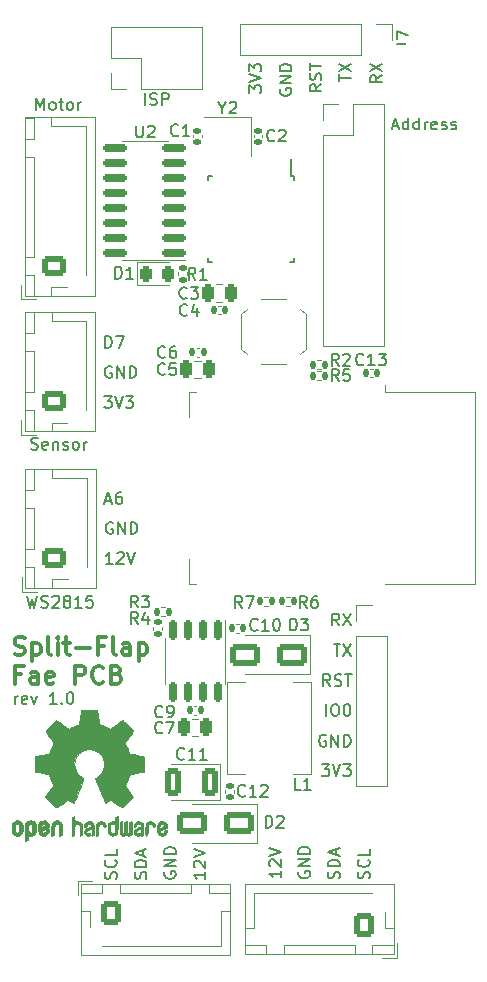
<source format=gto>
G04 #@! TF.GenerationSoftware,KiCad,Pcbnew,7.0.8*
G04 #@! TF.CreationDate,2023-11-10T01:40:45+01:00*
G04 #@! TF.ProjectId,splitflappcb,73706c69-7466-46c6-9170-7063622e6b69,rev?*
G04 #@! TF.SameCoordinates,Original*
G04 #@! TF.FileFunction,Legend,Top*
G04 #@! TF.FilePolarity,Positive*
%FSLAX46Y46*%
G04 Gerber Fmt 4.6, Leading zero omitted, Abs format (unit mm)*
G04 Created by KiCad (PCBNEW 7.0.8) date 2023-11-10 01:40:45*
%MOMM*%
%LPD*%
G01*
G04 APERTURE LIST*
G04 Aperture macros list*
%AMRoundRect*
0 Rectangle with rounded corners*
0 $1 Rounding radius*
0 $2 $3 $4 $5 $6 $7 $8 $9 X,Y pos of 4 corners*
0 Add a 4 corners polygon primitive as box body*
4,1,4,$2,$3,$4,$5,$6,$7,$8,$9,$2,$3,0*
0 Add four circle primitives for the rounded corners*
1,1,$1+$1,$2,$3*
1,1,$1+$1,$4,$5*
1,1,$1+$1,$6,$7*
1,1,$1+$1,$8,$9*
0 Add four rect primitives between the rounded corners*
20,1,$1+$1,$2,$3,$4,$5,0*
20,1,$1+$1,$4,$5,$6,$7,0*
20,1,$1+$1,$6,$7,$8,$9,0*
20,1,$1+$1,$8,$9,$2,$3,0*%
G04 Aperture macros list end*
%ADD10C,0.150000*%
%ADD11C,0.300000*%
%ADD12C,0.200000*%
%ADD13C,0.120000*%
%ADD14C,0.010000*%
%ADD15RoundRect,0.150000X-0.150000X0.662500X-0.150000X-0.662500X0.150000X-0.662500X0.150000X0.662500X0*%
%ADD16R,3.200000X2.514000*%
%ADD17C,5.600000*%
%ADD18RoundRect,0.140000X0.170000X-0.140000X0.170000X0.140000X-0.170000X0.140000X-0.170000X-0.140000X0*%
%ADD19R,1.700000X1.700000*%
%ADD20O,1.700000X1.700000*%
%ADD21RoundRect,0.135000X0.185000X-0.135000X0.185000X0.135000X-0.185000X0.135000X-0.185000X-0.135000X0*%
%ADD22RoundRect,0.243750X-0.243750X-0.456250X0.243750X-0.456250X0.243750X0.456250X-0.243750X0.456250X0*%
%ADD23R,1.400000X1.200000*%
%ADD24RoundRect,0.140000X-0.140000X-0.170000X0.140000X-0.170000X0.140000X0.170000X-0.140000X0.170000X0*%
%ADD25RoundRect,0.150000X0.825000X0.150000X-0.825000X0.150000X-0.825000X-0.150000X0.825000X-0.150000X0*%
%ADD26RoundRect,0.140000X0.140000X0.170000X-0.140000X0.170000X-0.140000X-0.170000X0.140000X-0.170000X0*%
%ADD27C,1.200000*%
%ADD28RoundRect,0.250000X0.600000X0.725000X-0.600000X0.725000X-0.600000X-0.725000X0.600000X-0.725000X0*%
%ADD29O,1.700000X1.950000*%
%ADD30RoundRect,0.250000X-0.600000X-0.725000X0.600000X-0.725000X0.600000X0.725000X-0.600000X0.725000X0*%
%ADD31RoundRect,0.140000X-0.170000X0.140000X-0.170000X-0.140000X0.170000X-0.140000X0.170000X0.140000X0*%
%ADD32RoundRect,0.250000X1.000000X0.650000X-1.000000X0.650000X-1.000000X-0.650000X1.000000X-0.650000X0*%
%ADD33RoundRect,0.135000X-0.135000X-0.185000X0.135000X-0.185000X0.135000X0.185000X-0.135000X0.185000X0*%
%ADD34RoundRect,0.250000X0.412500X0.925000X-0.412500X0.925000X-0.412500X-0.925000X0.412500X-0.925000X0*%
%ADD35R,0.550000X1.600000*%
%ADD36R,1.600000X0.550000*%
%ADD37RoundRect,0.135000X0.135000X0.185000X-0.135000X0.185000X-0.135000X-0.185000X0.135000X-0.185000X0*%
%ADD38R,1.000000X2.500000*%
%ADD39R,1.800000X1.000000*%
%ADD40R,1.100000X1.800000*%
%ADD41RoundRect,0.250000X0.725000X-0.600000X0.725000X0.600000X-0.725000X0.600000X-0.725000X-0.600000X0*%
%ADD42O,1.950000X1.700000*%
%ADD43RoundRect,0.250000X-0.250000X-0.475000X0.250000X-0.475000X0.250000X0.475000X-0.250000X0.475000X0*%
%ADD44RoundRect,0.250000X0.250000X0.475000X-0.250000X0.475000X-0.250000X-0.475000X0.250000X-0.475000X0*%
%ADD45RoundRect,0.135000X-0.185000X0.135000X-0.185000X-0.135000X0.185000X-0.135000X0.185000X0.135000X0*%
%ADD46R,3.500000X2.350000*%
G04 APERTURE END LIST*
D10*
X84294819Y-119479411D02*
X84294819Y-120050839D01*
X84294819Y-119765125D02*
X83294819Y-119765125D01*
X83294819Y-119765125D02*
X83437676Y-119860363D01*
X83437676Y-119860363D02*
X83532914Y-119955601D01*
X83532914Y-119955601D02*
X83580533Y-120050839D01*
X83390057Y-119098458D02*
X83342438Y-119050839D01*
X83342438Y-119050839D02*
X83294819Y-118955601D01*
X83294819Y-118955601D02*
X83294819Y-118717506D01*
X83294819Y-118717506D02*
X83342438Y-118622268D01*
X83342438Y-118622268D02*
X83390057Y-118574649D01*
X83390057Y-118574649D02*
X83485295Y-118527030D01*
X83485295Y-118527030D02*
X83580533Y-118527030D01*
X83580533Y-118527030D02*
X83723390Y-118574649D01*
X83723390Y-118574649D02*
X84294819Y-119146077D01*
X84294819Y-119146077D02*
X84294819Y-118527030D01*
X83294819Y-118241315D02*
X84294819Y-117907982D01*
X84294819Y-117907982D02*
X83294819Y-117574649D01*
X94152268Y-110374819D02*
X94771315Y-110374819D01*
X94771315Y-110374819D02*
X94437982Y-110755771D01*
X94437982Y-110755771D02*
X94580839Y-110755771D01*
X94580839Y-110755771D02*
X94676077Y-110803390D01*
X94676077Y-110803390D02*
X94723696Y-110851009D01*
X94723696Y-110851009D02*
X94771315Y-110946247D01*
X94771315Y-110946247D02*
X94771315Y-111184342D01*
X94771315Y-111184342D02*
X94723696Y-111279580D01*
X94723696Y-111279580D02*
X94676077Y-111327200D01*
X94676077Y-111327200D02*
X94580839Y-111374819D01*
X94580839Y-111374819D02*
X94295125Y-111374819D01*
X94295125Y-111374819D02*
X94199887Y-111327200D01*
X94199887Y-111327200D02*
X94152268Y-111279580D01*
X95057030Y-110374819D02*
X95390363Y-111374819D01*
X95390363Y-111374819D02*
X95723696Y-110374819D01*
X95961792Y-110374819D02*
X96580839Y-110374819D01*
X96580839Y-110374819D02*
X96247506Y-110755771D01*
X96247506Y-110755771D02*
X96390363Y-110755771D01*
X96390363Y-110755771D02*
X96485601Y-110803390D01*
X96485601Y-110803390D02*
X96533220Y-110851009D01*
X96533220Y-110851009D02*
X96580839Y-110946247D01*
X96580839Y-110946247D02*
X96580839Y-111184342D01*
X96580839Y-111184342D02*
X96533220Y-111279580D01*
X96533220Y-111279580D02*
X96485601Y-111327200D01*
X96485601Y-111327200D02*
X96390363Y-111374819D01*
X96390363Y-111374819D02*
X96104649Y-111374819D01*
X96104649Y-111374819D02*
X96009411Y-111327200D01*
X96009411Y-111327200D02*
X95961792Y-111279580D01*
X76727200Y-120050839D02*
X76774819Y-119907982D01*
X76774819Y-119907982D02*
X76774819Y-119669887D01*
X76774819Y-119669887D02*
X76727200Y-119574649D01*
X76727200Y-119574649D02*
X76679580Y-119527030D01*
X76679580Y-119527030D02*
X76584342Y-119479411D01*
X76584342Y-119479411D02*
X76489104Y-119479411D01*
X76489104Y-119479411D02*
X76393866Y-119527030D01*
X76393866Y-119527030D02*
X76346247Y-119574649D01*
X76346247Y-119574649D02*
X76298628Y-119669887D01*
X76298628Y-119669887D02*
X76251009Y-119860363D01*
X76251009Y-119860363D02*
X76203390Y-119955601D01*
X76203390Y-119955601D02*
X76155771Y-120003220D01*
X76155771Y-120003220D02*
X76060533Y-120050839D01*
X76060533Y-120050839D02*
X75965295Y-120050839D01*
X75965295Y-120050839D02*
X75870057Y-120003220D01*
X75870057Y-120003220D02*
X75822438Y-119955601D01*
X75822438Y-119955601D02*
X75774819Y-119860363D01*
X75774819Y-119860363D02*
X75774819Y-119622268D01*
X75774819Y-119622268D02*
X75822438Y-119479411D01*
X76679580Y-118479411D02*
X76727200Y-118527030D01*
X76727200Y-118527030D02*
X76774819Y-118669887D01*
X76774819Y-118669887D02*
X76774819Y-118765125D01*
X76774819Y-118765125D02*
X76727200Y-118907982D01*
X76727200Y-118907982D02*
X76631961Y-119003220D01*
X76631961Y-119003220D02*
X76536723Y-119050839D01*
X76536723Y-119050839D02*
X76346247Y-119098458D01*
X76346247Y-119098458D02*
X76203390Y-119098458D01*
X76203390Y-119098458D02*
X76012914Y-119050839D01*
X76012914Y-119050839D02*
X75917676Y-119003220D01*
X75917676Y-119003220D02*
X75822438Y-118907982D01*
X75822438Y-118907982D02*
X75774819Y-118765125D01*
X75774819Y-118765125D02*
X75774819Y-118669887D01*
X75774819Y-118669887D02*
X75822438Y-118527030D01*
X75822438Y-118527030D02*
X75870057Y-118479411D01*
X76774819Y-117574649D02*
X76774819Y-118050839D01*
X76774819Y-118050839D02*
X75774819Y-118050839D01*
X95618458Y-98604819D02*
X95285125Y-98128628D01*
X95047030Y-98604819D02*
X95047030Y-97604819D01*
X95047030Y-97604819D02*
X95427982Y-97604819D01*
X95427982Y-97604819D02*
X95523220Y-97652438D01*
X95523220Y-97652438D02*
X95570839Y-97700057D01*
X95570839Y-97700057D02*
X95618458Y-97795295D01*
X95618458Y-97795295D02*
X95618458Y-97938152D01*
X95618458Y-97938152D02*
X95570839Y-98033390D01*
X95570839Y-98033390D02*
X95523220Y-98081009D01*
X95523220Y-98081009D02*
X95427982Y-98128628D01*
X95427982Y-98128628D02*
X95047030Y-98128628D01*
X95951792Y-97604819D02*
X96618458Y-98604819D01*
X96618458Y-97604819D02*
X95951792Y-98604819D01*
X95617200Y-120020839D02*
X95664819Y-119877982D01*
X95664819Y-119877982D02*
X95664819Y-119639887D01*
X95664819Y-119639887D02*
X95617200Y-119544649D01*
X95617200Y-119544649D02*
X95569580Y-119497030D01*
X95569580Y-119497030D02*
X95474342Y-119449411D01*
X95474342Y-119449411D02*
X95379104Y-119449411D01*
X95379104Y-119449411D02*
X95283866Y-119497030D01*
X95283866Y-119497030D02*
X95236247Y-119544649D01*
X95236247Y-119544649D02*
X95188628Y-119639887D01*
X95188628Y-119639887D02*
X95141009Y-119830363D01*
X95141009Y-119830363D02*
X95093390Y-119925601D01*
X95093390Y-119925601D02*
X95045771Y-119973220D01*
X95045771Y-119973220D02*
X94950533Y-120020839D01*
X94950533Y-120020839D02*
X94855295Y-120020839D01*
X94855295Y-120020839D02*
X94760057Y-119973220D01*
X94760057Y-119973220D02*
X94712438Y-119925601D01*
X94712438Y-119925601D02*
X94664819Y-119830363D01*
X94664819Y-119830363D02*
X94664819Y-119592268D01*
X94664819Y-119592268D02*
X94712438Y-119449411D01*
X95664819Y-119020839D02*
X94664819Y-119020839D01*
X94664819Y-119020839D02*
X94664819Y-118782744D01*
X94664819Y-118782744D02*
X94712438Y-118639887D01*
X94712438Y-118639887D02*
X94807676Y-118544649D01*
X94807676Y-118544649D02*
X94902914Y-118497030D01*
X94902914Y-118497030D02*
X95093390Y-118449411D01*
X95093390Y-118449411D02*
X95236247Y-118449411D01*
X95236247Y-118449411D02*
X95426723Y-118497030D01*
X95426723Y-118497030D02*
X95521961Y-118544649D01*
X95521961Y-118544649D02*
X95617200Y-118639887D01*
X95617200Y-118639887D02*
X95664819Y-118782744D01*
X95664819Y-118782744D02*
X95664819Y-119020839D01*
X95379104Y-118068458D02*
X95379104Y-117592268D01*
X95664819Y-118163696D02*
X94664819Y-117830363D01*
X94664819Y-117830363D02*
X95664819Y-117497030D01*
X92212438Y-119449411D02*
X92164819Y-119544649D01*
X92164819Y-119544649D02*
X92164819Y-119687506D01*
X92164819Y-119687506D02*
X92212438Y-119830363D01*
X92212438Y-119830363D02*
X92307676Y-119925601D01*
X92307676Y-119925601D02*
X92402914Y-119973220D01*
X92402914Y-119973220D02*
X92593390Y-120020839D01*
X92593390Y-120020839D02*
X92736247Y-120020839D01*
X92736247Y-120020839D02*
X92926723Y-119973220D01*
X92926723Y-119973220D02*
X93021961Y-119925601D01*
X93021961Y-119925601D02*
X93117200Y-119830363D01*
X93117200Y-119830363D02*
X93164819Y-119687506D01*
X93164819Y-119687506D02*
X93164819Y-119592268D01*
X93164819Y-119592268D02*
X93117200Y-119449411D01*
X93117200Y-119449411D02*
X93069580Y-119401792D01*
X93069580Y-119401792D02*
X92736247Y-119401792D01*
X92736247Y-119401792D02*
X92736247Y-119592268D01*
X93164819Y-118973220D02*
X92164819Y-118973220D01*
X92164819Y-118973220D02*
X93164819Y-118401792D01*
X93164819Y-118401792D02*
X92164819Y-118401792D01*
X93164819Y-117925601D02*
X92164819Y-117925601D01*
X92164819Y-117925601D02*
X92164819Y-117687506D01*
X92164819Y-117687506D02*
X92212438Y-117544649D01*
X92212438Y-117544649D02*
X92307676Y-117449411D01*
X92307676Y-117449411D02*
X92402914Y-117401792D01*
X92402914Y-117401792D02*
X92593390Y-117354173D01*
X92593390Y-117354173D02*
X92736247Y-117354173D01*
X92736247Y-117354173D02*
X92926723Y-117401792D01*
X92926723Y-117401792D02*
X93021961Y-117449411D01*
X93021961Y-117449411D02*
X93117200Y-117544649D01*
X93117200Y-117544649D02*
X93164819Y-117687506D01*
X93164819Y-117687506D02*
X93164819Y-117925601D01*
X69536666Y-83677200D02*
X69679523Y-83724819D01*
X69679523Y-83724819D02*
X69917618Y-83724819D01*
X69917618Y-83724819D02*
X70012856Y-83677200D01*
X70012856Y-83677200D02*
X70060475Y-83629580D01*
X70060475Y-83629580D02*
X70108094Y-83534342D01*
X70108094Y-83534342D02*
X70108094Y-83439104D01*
X70108094Y-83439104D02*
X70060475Y-83343866D01*
X70060475Y-83343866D02*
X70012856Y-83296247D01*
X70012856Y-83296247D02*
X69917618Y-83248628D01*
X69917618Y-83248628D02*
X69727142Y-83201009D01*
X69727142Y-83201009D02*
X69631904Y-83153390D01*
X69631904Y-83153390D02*
X69584285Y-83105771D01*
X69584285Y-83105771D02*
X69536666Y-83010533D01*
X69536666Y-83010533D02*
X69536666Y-82915295D01*
X69536666Y-82915295D02*
X69584285Y-82820057D01*
X69584285Y-82820057D02*
X69631904Y-82772438D01*
X69631904Y-82772438D02*
X69727142Y-82724819D01*
X69727142Y-82724819D02*
X69965237Y-82724819D01*
X69965237Y-82724819D02*
X70108094Y-82772438D01*
X70917618Y-83677200D02*
X70822380Y-83724819D01*
X70822380Y-83724819D02*
X70631904Y-83724819D01*
X70631904Y-83724819D02*
X70536666Y-83677200D01*
X70536666Y-83677200D02*
X70489047Y-83581961D01*
X70489047Y-83581961D02*
X70489047Y-83201009D01*
X70489047Y-83201009D02*
X70536666Y-83105771D01*
X70536666Y-83105771D02*
X70631904Y-83058152D01*
X70631904Y-83058152D02*
X70822380Y-83058152D01*
X70822380Y-83058152D02*
X70917618Y-83105771D01*
X70917618Y-83105771D02*
X70965237Y-83201009D01*
X70965237Y-83201009D02*
X70965237Y-83296247D01*
X70965237Y-83296247D02*
X70489047Y-83391485D01*
X71393809Y-83058152D02*
X71393809Y-83724819D01*
X71393809Y-83153390D02*
X71441428Y-83105771D01*
X71441428Y-83105771D02*
X71536666Y-83058152D01*
X71536666Y-83058152D02*
X71679523Y-83058152D01*
X71679523Y-83058152D02*
X71774761Y-83105771D01*
X71774761Y-83105771D02*
X71822380Y-83201009D01*
X71822380Y-83201009D02*
X71822380Y-83724819D01*
X72250952Y-83677200D02*
X72346190Y-83724819D01*
X72346190Y-83724819D02*
X72536666Y-83724819D01*
X72536666Y-83724819D02*
X72631904Y-83677200D01*
X72631904Y-83677200D02*
X72679523Y-83581961D01*
X72679523Y-83581961D02*
X72679523Y-83534342D01*
X72679523Y-83534342D02*
X72631904Y-83439104D01*
X72631904Y-83439104D02*
X72536666Y-83391485D01*
X72536666Y-83391485D02*
X72393809Y-83391485D01*
X72393809Y-83391485D02*
X72298571Y-83343866D01*
X72298571Y-83343866D02*
X72250952Y-83248628D01*
X72250952Y-83248628D02*
X72250952Y-83201009D01*
X72250952Y-83201009D02*
X72298571Y-83105771D01*
X72298571Y-83105771D02*
X72393809Y-83058152D01*
X72393809Y-83058152D02*
X72536666Y-83058152D01*
X72536666Y-83058152D02*
X72631904Y-83105771D01*
X73250952Y-83724819D02*
X73155714Y-83677200D01*
X73155714Y-83677200D02*
X73108095Y-83629580D01*
X73108095Y-83629580D02*
X73060476Y-83534342D01*
X73060476Y-83534342D02*
X73060476Y-83248628D01*
X73060476Y-83248628D02*
X73108095Y-83153390D01*
X73108095Y-83153390D02*
X73155714Y-83105771D01*
X73155714Y-83105771D02*
X73250952Y-83058152D01*
X73250952Y-83058152D02*
X73393809Y-83058152D01*
X73393809Y-83058152D02*
X73489047Y-83105771D01*
X73489047Y-83105771D02*
X73536666Y-83153390D01*
X73536666Y-83153390D02*
X73584285Y-83248628D01*
X73584285Y-83248628D02*
X73584285Y-83534342D01*
X73584285Y-83534342D02*
X73536666Y-83629580D01*
X73536666Y-83629580D02*
X73489047Y-83677200D01*
X73489047Y-83677200D02*
X73393809Y-83724819D01*
X73393809Y-83724819D02*
X73250952Y-83724819D01*
X74012857Y-83724819D02*
X74012857Y-83058152D01*
X74012857Y-83248628D02*
X74060476Y-83153390D01*
X74060476Y-83153390D02*
X74108095Y-83105771D01*
X74108095Y-83105771D02*
X74203333Y-83058152D01*
X74203333Y-83058152D02*
X74298571Y-83058152D01*
D11*
X68133082Y-101044400D02*
X68347368Y-101115828D01*
X68347368Y-101115828D02*
X68704510Y-101115828D01*
X68704510Y-101115828D02*
X68847368Y-101044400D01*
X68847368Y-101044400D02*
X68918796Y-100972971D01*
X68918796Y-100972971D02*
X68990225Y-100830114D01*
X68990225Y-100830114D02*
X68990225Y-100687257D01*
X68990225Y-100687257D02*
X68918796Y-100544400D01*
X68918796Y-100544400D02*
X68847368Y-100472971D01*
X68847368Y-100472971D02*
X68704510Y-100401542D01*
X68704510Y-100401542D02*
X68418796Y-100330114D01*
X68418796Y-100330114D02*
X68275939Y-100258685D01*
X68275939Y-100258685D02*
X68204510Y-100187257D01*
X68204510Y-100187257D02*
X68133082Y-100044400D01*
X68133082Y-100044400D02*
X68133082Y-99901542D01*
X68133082Y-99901542D02*
X68204510Y-99758685D01*
X68204510Y-99758685D02*
X68275939Y-99687257D01*
X68275939Y-99687257D02*
X68418796Y-99615828D01*
X68418796Y-99615828D02*
X68775939Y-99615828D01*
X68775939Y-99615828D02*
X68990225Y-99687257D01*
X69633081Y-100115828D02*
X69633081Y-101615828D01*
X69633081Y-100187257D02*
X69775939Y-100115828D01*
X69775939Y-100115828D02*
X70061653Y-100115828D01*
X70061653Y-100115828D02*
X70204510Y-100187257D01*
X70204510Y-100187257D02*
X70275939Y-100258685D01*
X70275939Y-100258685D02*
X70347367Y-100401542D01*
X70347367Y-100401542D02*
X70347367Y-100830114D01*
X70347367Y-100830114D02*
X70275939Y-100972971D01*
X70275939Y-100972971D02*
X70204510Y-101044400D01*
X70204510Y-101044400D02*
X70061653Y-101115828D01*
X70061653Y-101115828D02*
X69775939Y-101115828D01*
X69775939Y-101115828D02*
X69633081Y-101044400D01*
X71204510Y-101115828D02*
X71061653Y-101044400D01*
X71061653Y-101044400D02*
X70990224Y-100901542D01*
X70990224Y-100901542D02*
X70990224Y-99615828D01*
X71775938Y-101115828D02*
X71775938Y-100115828D01*
X71775938Y-99615828D02*
X71704510Y-99687257D01*
X71704510Y-99687257D02*
X71775938Y-99758685D01*
X71775938Y-99758685D02*
X71847367Y-99687257D01*
X71847367Y-99687257D02*
X71775938Y-99615828D01*
X71775938Y-99615828D02*
X71775938Y-99758685D01*
X72275939Y-100115828D02*
X72847367Y-100115828D01*
X72490224Y-99615828D02*
X72490224Y-100901542D01*
X72490224Y-100901542D02*
X72561653Y-101044400D01*
X72561653Y-101044400D02*
X72704510Y-101115828D01*
X72704510Y-101115828D02*
X72847367Y-101115828D01*
X73347367Y-100544400D02*
X74490225Y-100544400D01*
X75704510Y-100330114D02*
X75204510Y-100330114D01*
X75204510Y-101115828D02*
X75204510Y-99615828D01*
X75204510Y-99615828D02*
X75918796Y-99615828D01*
X76704510Y-101115828D02*
X76561653Y-101044400D01*
X76561653Y-101044400D02*
X76490224Y-100901542D01*
X76490224Y-100901542D02*
X76490224Y-99615828D01*
X77918796Y-101115828D02*
X77918796Y-100330114D01*
X77918796Y-100330114D02*
X77847367Y-100187257D01*
X77847367Y-100187257D02*
X77704510Y-100115828D01*
X77704510Y-100115828D02*
X77418796Y-100115828D01*
X77418796Y-100115828D02*
X77275938Y-100187257D01*
X77918796Y-101044400D02*
X77775938Y-101115828D01*
X77775938Y-101115828D02*
X77418796Y-101115828D01*
X77418796Y-101115828D02*
X77275938Y-101044400D01*
X77275938Y-101044400D02*
X77204510Y-100901542D01*
X77204510Y-100901542D02*
X77204510Y-100758685D01*
X77204510Y-100758685D02*
X77275938Y-100615828D01*
X77275938Y-100615828D02*
X77418796Y-100544400D01*
X77418796Y-100544400D02*
X77775938Y-100544400D01*
X77775938Y-100544400D02*
X77918796Y-100472971D01*
X78633081Y-100115828D02*
X78633081Y-101615828D01*
X78633081Y-100187257D02*
X78775939Y-100115828D01*
X78775939Y-100115828D02*
X79061653Y-100115828D01*
X79061653Y-100115828D02*
X79204510Y-100187257D01*
X79204510Y-100187257D02*
X79275939Y-100258685D01*
X79275939Y-100258685D02*
X79347367Y-100401542D01*
X79347367Y-100401542D02*
X79347367Y-100830114D01*
X79347367Y-100830114D02*
X79275939Y-100972971D01*
X79275939Y-100972971D02*
X79204510Y-101044400D01*
X79204510Y-101044400D02*
X79061653Y-101115828D01*
X79061653Y-101115828D02*
X78775939Y-101115828D01*
X78775939Y-101115828D02*
X78633081Y-101044400D01*
X68704510Y-102745114D02*
X68204510Y-102745114D01*
X68204510Y-103530828D02*
X68204510Y-102030828D01*
X68204510Y-102030828D02*
X68918796Y-102030828D01*
X70133082Y-103530828D02*
X70133082Y-102745114D01*
X70133082Y-102745114D02*
X70061653Y-102602257D01*
X70061653Y-102602257D02*
X69918796Y-102530828D01*
X69918796Y-102530828D02*
X69633082Y-102530828D01*
X69633082Y-102530828D02*
X69490224Y-102602257D01*
X70133082Y-103459400D02*
X69990224Y-103530828D01*
X69990224Y-103530828D02*
X69633082Y-103530828D01*
X69633082Y-103530828D02*
X69490224Y-103459400D01*
X69490224Y-103459400D02*
X69418796Y-103316542D01*
X69418796Y-103316542D02*
X69418796Y-103173685D01*
X69418796Y-103173685D02*
X69490224Y-103030828D01*
X69490224Y-103030828D02*
X69633082Y-102959400D01*
X69633082Y-102959400D02*
X69990224Y-102959400D01*
X69990224Y-102959400D02*
X70133082Y-102887971D01*
X71418796Y-103459400D02*
X71275939Y-103530828D01*
X71275939Y-103530828D02*
X70990225Y-103530828D01*
X70990225Y-103530828D02*
X70847367Y-103459400D01*
X70847367Y-103459400D02*
X70775939Y-103316542D01*
X70775939Y-103316542D02*
X70775939Y-102745114D01*
X70775939Y-102745114D02*
X70847367Y-102602257D01*
X70847367Y-102602257D02*
X70990225Y-102530828D01*
X70990225Y-102530828D02*
X71275939Y-102530828D01*
X71275939Y-102530828D02*
X71418796Y-102602257D01*
X71418796Y-102602257D02*
X71490225Y-102745114D01*
X71490225Y-102745114D02*
X71490225Y-102887971D01*
X71490225Y-102887971D02*
X70775939Y-103030828D01*
X73275938Y-103530828D02*
X73275938Y-102030828D01*
X73275938Y-102030828D02*
X73847367Y-102030828D01*
X73847367Y-102030828D02*
X73990224Y-102102257D01*
X73990224Y-102102257D02*
X74061653Y-102173685D01*
X74061653Y-102173685D02*
X74133081Y-102316542D01*
X74133081Y-102316542D02*
X74133081Y-102530828D01*
X74133081Y-102530828D02*
X74061653Y-102673685D01*
X74061653Y-102673685D02*
X73990224Y-102745114D01*
X73990224Y-102745114D02*
X73847367Y-102816542D01*
X73847367Y-102816542D02*
X73275938Y-102816542D01*
X75633081Y-103387971D02*
X75561653Y-103459400D01*
X75561653Y-103459400D02*
X75347367Y-103530828D01*
X75347367Y-103530828D02*
X75204510Y-103530828D01*
X75204510Y-103530828D02*
X74990224Y-103459400D01*
X74990224Y-103459400D02*
X74847367Y-103316542D01*
X74847367Y-103316542D02*
X74775938Y-103173685D01*
X74775938Y-103173685D02*
X74704510Y-102887971D01*
X74704510Y-102887971D02*
X74704510Y-102673685D01*
X74704510Y-102673685D02*
X74775938Y-102387971D01*
X74775938Y-102387971D02*
X74847367Y-102245114D01*
X74847367Y-102245114D02*
X74990224Y-102102257D01*
X74990224Y-102102257D02*
X75204510Y-102030828D01*
X75204510Y-102030828D02*
X75347367Y-102030828D01*
X75347367Y-102030828D02*
X75561653Y-102102257D01*
X75561653Y-102102257D02*
X75633081Y-102173685D01*
X76775938Y-102745114D02*
X76990224Y-102816542D01*
X76990224Y-102816542D02*
X77061653Y-102887971D01*
X77061653Y-102887971D02*
X77133081Y-103030828D01*
X77133081Y-103030828D02*
X77133081Y-103245114D01*
X77133081Y-103245114D02*
X77061653Y-103387971D01*
X77061653Y-103387971D02*
X76990224Y-103459400D01*
X76990224Y-103459400D02*
X76847367Y-103530828D01*
X76847367Y-103530828D02*
X76275938Y-103530828D01*
X76275938Y-103530828D02*
X76275938Y-102030828D01*
X76275938Y-102030828D02*
X76775938Y-102030828D01*
X76775938Y-102030828D02*
X76918796Y-102102257D01*
X76918796Y-102102257D02*
X76990224Y-102173685D01*
X76990224Y-102173685D02*
X77061653Y-102316542D01*
X77061653Y-102316542D02*
X77061653Y-102459400D01*
X77061653Y-102459400D02*
X76990224Y-102602257D01*
X76990224Y-102602257D02*
X76918796Y-102673685D01*
X76918796Y-102673685D02*
X76775938Y-102745114D01*
X76775938Y-102745114D02*
X76275938Y-102745114D01*
D10*
X94523221Y-106274819D02*
X94523221Y-105274819D01*
X95189887Y-105274819D02*
X95380363Y-105274819D01*
X95380363Y-105274819D02*
X95475601Y-105322438D01*
X95475601Y-105322438D02*
X95570839Y-105417676D01*
X95570839Y-105417676D02*
X95618458Y-105608152D01*
X95618458Y-105608152D02*
X95618458Y-105941485D01*
X95618458Y-105941485D02*
X95570839Y-106131961D01*
X95570839Y-106131961D02*
X95475601Y-106227200D01*
X95475601Y-106227200D02*
X95380363Y-106274819D01*
X95380363Y-106274819D02*
X95189887Y-106274819D01*
X95189887Y-106274819D02*
X95094649Y-106227200D01*
X95094649Y-106227200D02*
X94999411Y-106131961D01*
X94999411Y-106131961D02*
X94951792Y-105941485D01*
X94951792Y-105941485D02*
X94951792Y-105608152D01*
X94951792Y-105608152D02*
X94999411Y-105417676D01*
X94999411Y-105417676D02*
X95094649Y-105322438D01*
X95094649Y-105322438D02*
X95189887Y-105274819D01*
X96237506Y-105274819D02*
X96332744Y-105274819D01*
X96332744Y-105274819D02*
X96427982Y-105322438D01*
X96427982Y-105322438D02*
X96475601Y-105370057D01*
X96475601Y-105370057D02*
X96523220Y-105465295D01*
X96523220Y-105465295D02*
X96570839Y-105655771D01*
X96570839Y-105655771D02*
X96570839Y-105893866D01*
X96570839Y-105893866D02*
X96523220Y-106084342D01*
X96523220Y-106084342D02*
X96475601Y-106179580D01*
X96475601Y-106179580D02*
X96427982Y-106227200D01*
X96427982Y-106227200D02*
X96332744Y-106274819D01*
X96332744Y-106274819D02*
X96237506Y-106274819D01*
X96237506Y-106274819D02*
X96142268Y-106227200D01*
X96142268Y-106227200D02*
X96094649Y-106179580D01*
X96094649Y-106179580D02*
X96047030Y-106084342D01*
X96047030Y-106084342D02*
X95999411Y-105893866D01*
X95999411Y-105893866D02*
X95999411Y-105655771D01*
X95999411Y-105655771D02*
X96047030Y-105465295D01*
X96047030Y-105465295D02*
X96094649Y-105370057D01*
X96094649Y-105370057D02*
X96142268Y-105322438D01*
X96142268Y-105322438D02*
X96237506Y-105274819D01*
X75811779Y-75114819D02*
X75811779Y-74114819D01*
X75811779Y-74114819D02*
X76049874Y-74114819D01*
X76049874Y-74114819D02*
X76192731Y-74162438D01*
X76192731Y-74162438D02*
X76287969Y-74257676D01*
X76287969Y-74257676D02*
X76335588Y-74352914D01*
X76335588Y-74352914D02*
X76383207Y-74543390D01*
X76383207Y-74543390D02*
X76383207Y-74686247D01*
X76383207Y-74686247D02*
X76335588Y-74876723D01*
X76335588Y-74876723D02*
X76287969Y-74971961D01*
X76287969Y-74971961D02*
X76192731Y-75067200D01*
X76192731Y-75067200D02*
X76049874Y-75114819D01*
X76049874Y-75114819D02*
X75811779Y-75114819D01*
X76716541Y-74114819D02*
X77383207Y-74114819D01*
X77383207Y-74114819D02*
X76954636Y-75114819D01*
X76430588Y-93414819D02*
X75859160Y-93414819D01*
X76144874Y-93414819D02*
X76144874Y-92414819D01*
X76144874Y-92414819D02*
X76049636Y-92557676D01*
X76049636Y-92557676D02*
X75954398Y-92652914D01*
X75954398Y-92652914D02*
X75859160Y-92700533D01*
X76811541Y-92510057D02*
X76859160Y-92462438D01*
X76859160Y-92462438D02*
X76954398Y-92414819D01*
X76954398Y-92414819D02*
X77192493Y-92414819D01*
X77192493Y-92414819D02*
X77287731Y-92462438D01*
X77287731Y-92462438D02*
X77335350Y-92510057D01*
X77335350Y-92510057D02*
X77382969Y-92605295D01*
X77382969Y-92605295D02*
X77382969Y-92700533D01*
X77382969Y-92700533D02*
X77335350Y-92843390D01*
X77335350Y-92843390D02*
X76763922Y-93414819D01*
X76763922Y-93414819D02*
X77382969Y-93414819D01*
X77668684Y-92414819D02*
X78002017Y-93414819D01*
X78002017Y-93414819D02*
X78335350Y-92414819D01*
D12*
X68169673Y-105267219D02*
X68169673Y-104600552D01*
X68169673Y-104791028D02*
X68217292Y-104695790D01*
X68217292Y-104695790D02*
X68264911Y-104648171D01*
X68264911Y-104648171D02*
X68360149Y-104600552D01*
X68360149Y-104600552D02*
X68455387Y-104600552D01*
X69169673Y-105219600D02*
X69074435Y-105267219D01*
X69074435Y-105267219D02*
X68883959Y-105267219D01*
X68883959Y-105267219D02*
X68788721Y-105219600D01*
X68788721Y-105219600D02*
X68741102Y-105124361D01*
X68741102Y-105124361D02*
X68741102Y-104743409D01*
X68741102Y-104743409D02*
X68788721Y-104648171D01*
X68788721Y-104648171D02*
X68883959Y-104600552D01*
X68883959Y-104600552D02*
X69074435Y-104600552D01*
X69074435Y-104600552D02*
X69169673Y-104648171D01*
X69169673Y-104648171D02*
X69217292Y-104743409D01*
X69217292Y-104743409D02*
X69217292Y-104838647D01*
X69217292Y-104838647D02*
X68741102Y-104933885D01*
X69550626Y-104600552D02*
X69788721Y-105267219D01*
X69788721Y-105267219D02*
X70026816Y-104600552D01*
X71693483Y-105267219D02*
X71122055Y-105267219D01*
X71407769Y-105267219D02*
X71407769Y-104267219D01*
X71407769Y-104267219D02*
X71312531Y-104410076D01*
X71312531Y-104410076D02*
X71217293Y-104505314D01*
X71217293Y-104505314D02*
X71122055Y-104552933D01*
X72122055Y-105171980D02*
X72169674Y-105219600D01*
X72169674Y-105219600D02*
X72122055Y-105267219D01*
X72122055Y-105267219D02*
X72074436Y-105219600D01*
X72074436Y-105219600D02*
X72122055Y-105171980D01*
X72122055Y-105171980D02*
X72122055Y-105267219D01*
X72788721Y-104267219D02*
X72883959Y-104267219D01*
X72883959Y-104267219D02*
X72979197Y-104314838D01*
X72979197Y-104314838D02*
X73026816Y-104362457D01*
X73026816Y-104362457D02*
X73074435Y-104457695D01*
X73074435Y-104457695D02*
X73122054Y-104648171D01*
X73122054Y-104648171D02*
X73122054Y-104886266D01*
X73122054Y-104886266D02*
X73074435Y-105076742D01*
X73074435Y-105076742D02*
X73026816Y-105171980D01*
X73026816Y-105171980D02*
X72979197Y-105219600D01*
X72979197Y-105219600D02*
X72883959Y-105267219D01*
X72883959Y-105267219D02*
X72788721Y-105267219D01*
X72788721Y-105267219D02*
X72693483Y-105219600D01*
X72693483Y-105219600D02*
X72645864Y-105171980D01*
X72645864Y-105171980D02*
X72598245Y-105076742D01*
X72598245Y-105076742D02*
X72550626Y-104886266D01*
X72550626Y-104886266D02*
X72550626Y-104648171D01*
X72550626Y-104648171D02*
X72598245Y-104457695D01*
X72598245Y-104457695D02*
X72645864Y-104362457D01*
X72645864Y-104362457D02*
X72693483Y-104314838D01*
X72693483Y-104314838D02*
X72788721Y-104267219D01*
D10*
X76430588Y-89912438D02*
X76335350Y-89864819D01*
X76335350Y-89864819D02*
X76192493Y-89864819D01*
X76192493Y-89864819D02*
X76049636Y-89912438D01*
X76049636Y-89912438D02*
X75954398Y-90007676D01*
X75954398Y-90007676D02*
X75906779Y-90102914D01*
X75906779Y-90102914D02*
X75859160Y-90293390D01*
X75859160Y-90293390D02*
X75859160Y-90436247D01*
X75859160Y-90436247D02*
X75906779Y-90626723D01*
X75906779Y-90626723D02*
X75954398Y-90721961D01*
X75954398Y-90721961D02*
X76049636Y-90817200D01*
X76049636Y-90817200D02*
X76192493Y-90864819D01*
X76192493Y-90864819D02*
X76287731Y-90864819D01*
X76287731Y-90864819D02*
X76430588Y-90817200D01*
X76430588Y-90817200D02*
X76478207Y-90769580D01*
X76478207Y-90769580D02*
X76478207Y-90436247D01*
X76478207Y-90436247D02*
X76287731Y-90436247D01*
X76906779Y-90864819D02*
X76906779Y-89864819D01*
X76906779Y-89864819D02*
X77478207Y-90864819D01*
X77478207Y-90864819D02*
X77478207Y-89864819D01*
X77954398Y-90864819D02*
X77954398Y-89864819D01*
X77954398Y-89864819D02*
X78192493Y-89864819D01*
X78192493Y-89864819D02*
X78335350Y-89912438D01*
X78335350Y-89912438D02*
X78430588Y-90007676D01*
X78430588Y-90007676D02*
X78478207Y-90102914D01*
X78478207Y-90102914D02*
X78525826Y-90293390D01*
X78525826Y-90293390D02*
X78525826Y-90436247D01*
X78525826Y-90436247D02*
X78478207Y-90626723D01*
X78478207Y-90626723D02*
X78430588Y-90721961D01*
X78430588Y-90721961D02*
X78335350Y-90817200D01*
X78335350Y-90817200D02*
X78192493Y-90864819D01*
X78192493Y-90864819D02*
X77954398Y-90864819D01*
X75731541Y-79194819D02*
X76350588Y-79194819D01*
X76350588Y-79194819D02*
X76017255Y-79575771D01*
X76017255Y-79575771D02*
X76160112Y-79575771D01*
X76160112Y-79575771D02*
X76255350Y-79623390D01*
X76255350Y-79623390D02*
X76302969Y-79671009D01*
X76302969Y-79671009D02*
X76350588Y-79766247D01*
X76350588Y-79766247D02*
X76350588Y-80004342D01*
X76350588Y-80004342D02*
X76302969Y-80099580D01*
X76302969Y-80099580D02*
X76255350Y-80147200D01*
X76255350Y-80147200D02*
X76160112Y-80194819D01*
X76160112Y-80194819D02*
X75874398Y-80194819D01*
X75874398Y-80194819D02*
X75779160Y-80147200D01*
X75779160Y-80147200D02*
X75731541Y-80099580D01*
X76636303Y-79194819D02*
X76969636Y-80194819D01*
X76969636Y-80194819D02*
X77302969Y-79194819D01*
X77541065Y-79194819D02*
X78160112Y-79194819D01*
X78160112Y-79194819D02*
X77826779Y-79575771D01*
X77826779Y-79575771D02*
X77969636Y-79575771D01*
X77969636Y-79575771D02*
X78064874Y-79623390D01*
X78064874Y-79623390D02*
X78112493Y-79671009D01*
X78112493Y-79671009D02*
X78160112Y-79766247D01*
X78160112Y-79766247D02*
X78160112Y-80004342D01*
X78160112Y-80004342D02*
X78112493Y-80099580D01*
X78112493Y-80099580D02*
X78064874Y-80147200D01*
X78064874Y-80147200D02*
X77969636Y-80194819D01*
X77969636Y-80194819D02*
X77683922Y-80194819D01*
X77683922Y-80194819D02*
X77588684Y-80147200D01*
X77588684Y-80147200D02*
X77541065Y-80099580D01*
X90622438Y-53174398D02*
X90574819Y-53269636D01*
X90574819Y-53269636D02*
X90574819Y-53412493D01*
X90574819Y-53412493D02*
X90622438Y-53555350D01*
X90622438Y-53555350D02*
X90717676Y-53650588D01*
X90717676Y-53650588D02*
X90812914Y-53698207D01*
X90812914Y-53698207D02*
X91003390Y-53745826D01*
X91003390Y-53745826D02*
X91146247Y-53745826D01*
X91146247Y-53745826D02*
X91336723Y-53698207D01*
X91336723Y-53698207D02*
X91431961Y-53650588D01*
X91431961Y-53650588D02*
X91527200Y-53555350D01*
X91527200Y-53555350D02*
X91574819Y-53412493D01*
X91574819Y-53412493D02*
X91574819Y-53317255D01*
X91574819Y-53317255D02*
X91527200Y-53174398D01*
X91527200Y-53174398D02*
X91479580Y-53126779D01*
X91479580Y-53126779D02*
X91146247Y-53126779D01*
X91146247Y-53126779D02*
X91146247Y-53317255D01*
X91574819Y-52698207D02*
X90574819Y-52698207D01*
X90574819Y-52698207D02*
X91574819Y-52126779D01*
X91574819Y-52126779D02*
X90574819Y-52126779D01*
X91574819Y-51650588D02*
X90574819Y-51650588D01*
X90574819Y-51650588D02*
X90574819Y-51412493D01*
X90574819Y-51412493D02*
X90622438Y-51269636D01*
X90622438Y-51269636D02*
X90717676Y-51174398D01*
X90717676Y-51174398D02*
X90812914Y-51126779D01*
X90812914Y-51126779D02*
X91003390Y-51079160D01*
X91003390Y-51079160D02*
X91146247Y-51079160D01*
X91146247Y-51079160D02*
X91336723Y-51126779D01*
X91336723Y-51126779D02*
X91431961Y-51174398D01*
X91431961Y-51174398D02*
X91527200Y-51269636D01*
X91527200Y-51269636D02*
X91574819Y-51412493D01*
X91574819Y-51412493D02*
X91574819Y-51650588D01*
X95142268Y-100184819D02*
X95713696Y-100184819D01*
X95427982Y-101184819D02*
X95427982Y-100184819D01*
X95951792Y-100184819D02*
X96618458Y-101184819D01*
X96618458Y-100184819D02*
X95951792Y-101184819D01*
X90704819Y-119379411D02*
X90704819Y-119950839D01*
X90704819Y-119665125D02*
X89704819Y-119665125D01*
X89704819Y-119665125D02*
X89847676Y-119760363D01*
X89847676Y-119760363D02*
X89942914Y-119855601D01*
X89942914Y-119855601D02*
X89990533Y-119950839D01*
X89800057Y-118998458D02*
X89752438Y-118950839D01*
X89752438Y-118950839D02*
X89704819Y-118855601D01*
X89704819Y-118855601D02*
X89704819Y-118617506D01*
X89704819Y-118617506D02*
X89752438Y-118522268D01*
X89752438Y-118522268D02*
X89800057Y-118474649D01*
X89800057Y-118474649D02*
X89895295Y-118427030D01*
X89895295Y-118427030D02*
X89990533Y-118427030D01*
X89990533Y-118427030D02*
X90133390Y-118474649D01*
X90133390Y-118474649D02*
X90704819Y-119046077D01*
X90704819Y-119046077D02*
X90704819Y-118427030D01*
X89704819Y-118141315D02*
X90704819Y-117807982D01*
X90704819Y-117807982D02*
X89704819Y-117474649D01*
X80852438Y-119479411D02*
X80804819Y-119574649D01*
X80804819Y-119574649D02*
X80804819Y-119717506D01*
X80804819Y-119717506D02*
X80852438Y-119860363D01*
X80852438Y-119860363D02*
X80947676Y-119955601D01*
X80947676Y-119955601D02*
X81042914Y-120003220D01*
X81042914Y-120003220D02*
X81233390Y-120050839D01*
X81233390Y-120050839D02*
X81376247Y-120050839D01*
X81376247Y-120050839D02*
X81566723Y-120003220D01*
X81566723Y-120003220D02*
X81661961Y-119955601D01*
X81661961Y-119955601D02*
X81757200Y-119860363D01*
X81757200Y-119860363D02*
X81804819Y-119717506D01*
X81804819Y-119717506D02*
X81804819Y-119622268D01*
X81804819Y-119622268D02*
X81757200Y-119479411D01*
X81757200Y-119479411D02*
X81709580Y-119431792D01*
X81709580Y-119431792D02*
X81376247Y-119431792D01*
X81376247Y-119431792D02*
X81376247Y-119622268D01*
X81804819Y-119003220D02*
X80804819Y-119003220D01*
X80804819Y-119003220D02*
X81804819Y-118431792D01*
X81804819Y-118431792D02*
X80804819Y-118431792D01*
X81804819Y-117955601D02*
X80804819Y-117955601D01*
X80804819Y-117955601D02*
X80804819Y-117717506D01*
X80804819Y-117717506D02*
X80852438Y-117574649D01*
X80852438Y-117574649D02*
X80947676Y-117479411D01*
X80947676Y-117479411D02*
X81042914Y-117431792D01*
X81042914Y-117431792D02*
X81233390Y-117384173D01*
X81233390Y-117384173D02*
X81376247Y-117384173D01*
X81376247Y-117384173D02*
X81566723Y-117431792D01*
X81566723Y-117431792D02*
X81661961Y-117479411D01*
X81661961Y-117479411D02*
X81757200Y-117574649D01*
X81757200Y-117574649D02*
X81804819Y-117717506D01*
X81804819Y-117717506D02*
X81804819Y-117955601D01*
X100149160Y-56329104D02*
X100625350Y-56329104D01*
X100053922Y-56614819D02*
X100387255Y-55614819D01*
X100387255Y-55614819D02*
X100720588Y-56614819D01*
X101482493Y-56614819D02*
X101482493Y-55614819D01*
X101482493Y-56567200D02*
X101387255Y-56614819D01*
X101387255Y-56614819D02*
X101196779Y-56614819D01*
X101196779Y-56614819D02*
X101101541Y-56567200D01*
X101101541Y-56567200D02*
X101053922Y-56519580D01*
X101053922Y-56519580D02*
X101006303Y-56424342D01*
X101006303Y-56424342D02*
X101006303Y-56138628D01*
X101006303Y-56138628D02*
X101053922Y-56043390D01*
X101053922Y-56043390D02*
X101101541Y-55995771D01*
X101101541Y-55995771D02*
X101196779Y-55948152D01*
X101196779Y-55948152D02*
X101387255Y-55948152D01*
X101387255Y-55948152D02*
X101482493Y-55995771D01*
X102387255Y-56614819D02*
X102387255Y-55614819D01*
X102387255Y-56567200D02*
X102292017Y-56614819D01*
X102292017Y-56614819D02*
X102101541Y-56614819D01*
X102101541Y-56614819D02*
X102006303Y-56567200D01*
X102006303Y-56567200D02*
X101958684Y-56519580D01*
X101958684Y-56519580D02*
X101911065Y-56424342D01*
X101911065Y-56424342D02*
X101911065Y-56138628D01*
X101911065Y-56138628D02*
X101958684Y-56043390D01*
X101958684Y-56043390D02*
X102006303Y-55995771D01*
X102006303Y-55995771D02*
X102101541Y-55948152D01*
X102101541Y-55948152D02*
X102292017Y-55948152D01*
X102292017Y-55948152D02*
X102387255Y-55995771D01*
X102863446Y-56614819D02*
X102863446Y-55948152D01*
X102863446Y-56138628D02*
X102911065Y-56043390D01*
X102911065Y-56043390D02*
X102958684Y-55995771D01*
X102958684Y-55995771D02*
X103053922Y-55948152D01*
X103053922Y-55948152D02*
X103149160Y-55948152D01*
X103863446Y-56567200D02*
X103768208Y-56614819D01*
X103768208Y-56614819D02*
X103577732Y-56614819D01*
X103577732Y-56614819D02*
X103482494Y-56567200D01*
X103482494Y-56567200D02*
X103434875Y-56471961D01*
X103434875Y-56471961D02*
X103434875Y-56091009D01*
X103434875Y-56091009D02*
X103482494Y-55995771D01*
X103482494Y-55995771D02*
X103577732Y-55948152D01*
X103577732Y-55948152D02*
X103768208Y-55948152D01*
X103768208Y-55948152D02*
X103863446Y-55995771D01*
X103863446Y-55995771D02*
X103911065Y-56091009D01*
X103911065Y-56091009D02*
X103911065Y-56186247D01*
X103911065Y-56186247D02*
X103434875Y-56281485D01*
X104292018Y-56567200D02*
X104387256Y-56614819D01*
X104387256Y-56614819D02*
X104577732Y-56614819D01*
X104577732Y-56614819D02*
X104672970Y-56567200D01*
X104672970Y-56567200D02*
X104720589Y-56471961D01*
X104720589Y-56471961D02*
X104720589Y-56424342D01*
X104720589Y-56424342D02*
X104672970Y-56329104D01*
X104672970Y-56329104D02*
X104577732Y-56281485D01*
X104577732Y-56281485D02*
X104434875Y-56281485D01*
X104434875Y-56281485D02*
X104339637Y-56233866D01*
X104339637Y-56233866D02*
X104292018Y-56138628D01*
X104292018Y-56138628D02*
X104292018Y-56091009D01*
X104292018Y-56091009D02*
X104339637Y-55995771D01*
X104339637Y-55995771D02*
X104434875Y-55948152D01*
X104434875Y-55948152D02*
X104577732Y-55948152D01*
X104577732Y-55948152D02*
X104672970Y-55995771D01*
X105101542Y-56567200D02*
X105196780Y-56614819D01*
X105196780Y-56614819D02*
X105387256Y-56614819D01*
X105387256Y-56614819D02*
X105482494Y-56567200D01*
X105482494Y-56567200D02*
X105530113Y-56471961D01*
X105530113Y-56471961D02*
X105530113Y-56424342D01*
X105530113Y-56424342D02*
X105482494Y-56329104D01*
X105482494Y-56329104D02*
X105387256Y-56281485D01*
X105387256Y-56281485D02*
X105244399Y-56281485D01*
X105244399Y-56281485D02*
X105149161Y-56233866D01*
X105149161Y-56233866D02*
X105101542Y-56138628D01*
X105101542Y-56138628D02*
X105101542Y-56091009D01*
X105101542Y-56091009D02*
X105149161Y-55995771D01*
X105149161Y-55995771D02*
X105244399Y-55948152D01*
X105244399Y-55948152D02*
X105387256Y-55948152D01*
X105387256Y-55948152D02*
X105482494Y-55995771D01*
X99224819Y-52041541D02*
X98748628Y-52374874D01*
X99224819Y-52612969D02*
X98224819Y-52612969D01*
X98224819Y-52612969D02*
X98224819Y-52232017D01*
X98224819Y-52232017D02*
X98272438Y-52136779D01*
X98272438Y-52136779D02*
X98320057Y-52089160D01*
X98320057Y-52089160D02*
X98415295Y-52041541D01*
X98415295Y-52041541D02*
X98558152Y-52041541D01*
X98558152Y-52041541D02*
X98653390Y-52089160D01*
X98653390Y-52089160D02*
X98701009Y-52136779D01*
X98701009Y-52136779D02*
X98748628Y-52232017D01*
X98748628Y-52232017D02*
X98748628Y-52612969D01*
X98224819Y-51708207D02*
X99224819Y-51041541D01*
X98224819Y-51041541D02*
X99224819Y-51708207D01*
X98147200Y-120020839D02*
X98194819Y-119877982D01*
X98194819Y-119877982D02*
X98194819Y-119639887D01*
X98194819Y-119639887D02*
X98147200Y-119544649D01*
X98147200Y-119544649D02*
X98099580Y-119497030D01*
X98099580Y-119497030D02*
X98004342Y-119449411D01*
X98004342Y-119449411D02*
X97909104Y-119449411D01*
X97909104Y-119449411D02*
X97813866Y-119497030D01*
X97813866Y-119497030D02*
X97766247Y-119544649D01*
X97766247Y-119544649D02*
X97718628Y-119639887D01*
X97718628Y-119639887D02*
X97671009Y-119830363D01*
X97671009Y-119830363D02*
X97623390Y-119925601D01*
X97623390Y-119925601D02*
X97575771Y-119973220D01*
X97575771Y-119973220D02*
X97480533Y-120020839D01*
X97480533Y-120020839D02*
X97385295Y-120020839D01*
X97385295Y-120020839D02*
X97290057Y-119973220D01*
X97290057Y-119973220D02*
X97242438Y-119925601D01*
X97242438Y-119925601D02*
X97194819Y-119830363D01*
X97194819Y-119830363D02*
X97194819Y-119592268D01*
X97194819Y-119592268D02*
X97242438Y-119449411D01*
X98099580Y-118449411D02*
X98147200Y-118497030D01*
X98147200Y-118497030D02*
X98194819Y-118639887D01*
X98194819Y-118639887D02*
X98194819Y-118735125D01*
X98194819Y-118735125D02*
X98147200Y-118877982D01*
X98147200Y-118877982D02*
X98051961Y-118973220D01*
X98051961Y-118973220D02*
X97956723Y-119020839D01*
X97956723Y-119020839D02*
X97766247Y-119068458D01*
X97766247Y-119068458D02*
X97623390Y-119068458D01*
X97623390Y-119068458D02*
X97432914Y-119020839D01*
X97432914Y-119020839D02*
X97337676Y-118973220D01*
X97337676Y-118973220D02*
X97242438Y-118877982D01*
X97242438Y-118877982D02*
X97194819Y-118735125D01*
X97194819Y-118735125D02*
X97194819Y-118639887D01*
X97194819Y-118639887D02*
X97242438Y-118497030D01*
X97242438Y-118497030D02*
X97290057Y-118449411D01*
X98194819Y-117544649D02*
X98194819Y-118020839D01*
X98194819Y-118020839D02*
X97194819Y-118020839D01*
X69190476Y-96104819D02*
X69428571Y-97104819D01*
X69428571Y-97104819D02*
X69619047Y-96390533D01*
X69619047Y-96390533D02*
X69809523Y-97104819D01*
X69809523Y-97104819D02*
X70047619Y-96104819D01*
X70380952Y-97057200D02*
X70523809Y-97104819D01*
X70523809Y-97104819D02*
X70761904Y-97104819D01*
X70761904Y-97104819D02*
X70857142Y-97057200D01*
X70857142Y-97057200D02*
X70904761Y-97009580D01*
X70904761Y-97009580D02*
X70952380Y-96914342D01*
X70952380Y-96914342D02*
X70952380Y-96819104D01*
X70952380Y-96819104D02*
X70904761Y-96723866D01*
X70904761Y-96723866D02*
X70857142Y-96676247D01*
X70857142Y-96676247D02*
X70761904Y-96628628D01*
X70761904Y-96628628D02*
X70571428Y-96581009D01*
X70571428Y-96581009D02*
X70476190Y-96533390D01*
X70476190Y-96533390D02*
X70428571Y-96485771D01*
X70428571Y-96485771D02*
X70380952Y-96390533D01*
X70380952Y-96390533D02*
X70380952Y-96295295D01*
X70380952Y-96295295D02*
X70428571Y-96200057D01*
X70428571Y-96200057D02*
X70476190Y-96152438D01*
X70476190Y-96152438D02*
X70571428Y-96104819D01*
X70571428Y-96104819D02*
X70809523Y-96104819D01*
X70809523Y-96104819D02*
X70952380Y-96152438D01*
X71333333Y-96200057D02*
X71380952Y-96152438D01*
X71380952Y-96152438D02*
X71476190Y-96104819D01*
X71476190Y-96104819D02*
X71714285Y-96104819D01*
X71714285Y-96104819D02*
X71809523Y-96152438D01*
X71809523Y-96152438D02*
X71857142Y-96200057D01*
X71857142Y-96200057D02*
X71904761Y-96295295D01*
X71904761Y-96295295D02*
X71904761Y-96390533D01*
X71904761Y-96390533D02*
X71857142Y-96533390D01*
X71857142Y-96533390D02*
X71285714Y-97104819D01*
X71285714Y-97104819D02*
X71904761Y-97104819D01*
X72476190Y-96533390D02*
X72380952Y-96485771D01*
X72380952Y-96485771D02*
X72333333Y-96438152D01*
X72333333Y-96438152D02*
X72285714Y-96342914D01*
X72285714Y-96342914D02*
X72285714Y-96295295D01*
X72285714Y-96295295D02*
X72333333Y-96200057D01*
X72333333Y-96200057D02*
X72380952Y-96152438D01*
X72380952Y-96152438D02*
X72476190Y-96104819D01*
X72476190Y-96104819D02*
X72666666Y-96104819D01*
X72666666Y-96104819D02*
X72761904Y-96152438D01*
X72761904Y-96152438D02*
X72809523Y-96200057D01*
X72809523Y-96200057D02*
X72857142Y-96295295D01*
X72857142Y-96295295D02*
X72857142Y-96342914D01*
X72857142Y-96342914D02*
X72809523Y-96438152D01*
X72809523Y-96438152D02*
X72761904Y-96485771D01*
X72761904Y-96485771D02*
X72666666Y-96533390D01*
X72666666Y-96533390D02*
X72476190Y-96533390D01*
X72476190Y-96533390D02*
X72380952Y-96581009D01*
X72380952Y-96581009D02*
X72333333Y-96628628D01*
X72333333Y-96628628D02*
X72285714Y-96723866D01*
X72285714Y-96723866D02*
X72285714Y-96914342D01*
X72285714Y-96914342D02*
X72333333Y-97009580D01*
X72333333Y-97009580D02*
X72380952Y-97057200D01*
X72380952Y-97057200D02*
X72476190Y-97104819D01*
X72476190Y-97104819D02*
X72666666Y-97104819D01*
X72666666Y-97104819D02*
X72761904Y-97057200D01*
X72761904Y-97057200D02*
X72809523Y-97009580D01*
X72809523Y-97009580D02*
X72857142Y-96914342D01*
X72857142Y-96914342D02*
X72857142Y-96723866D01*
X72857142Y-96723866D02*
X72809523Y-96628628D01*
X72809523Y-96628628D02*
X72761904Y-96581009D01*
X72761904Y-96581009D02*
X72666666Y-96533390D01*
X73809523Y-97104819D02*
X73238095Y-97104819D01*
X73523809Y-97104819D02*
X73523809Y-96104819D01*
X73523809Y-96104819D02*
X73428571Y-96247676D01*
X73428571Y-96247676D02*
X73333333Y-96342914D01*
X73333333Y-96342914D02*
X73238095Y-96390533D01*
X74714285Y-96104819D02*
X74238095Y-96104819D01*
X74238095Y-96104819D02*
X74190476Y-96581009D01*
X74190476Y-96581009D02*
X74238095Y-96533390D01*
X74238095Y-96533390D02*
X74333333Y-96485771D01*
X74333333Y-96485771D02*
X74571428Y-96485771D01*
X74571428Y-96485771D02*
X74666666Y-96533390D01*
X74666666Y-96533390D02*
X74714285Y-96581009D01*
X74714285Y-96581009D02*
X74761904Y-96676247D01*
X74761904Y-96676247D02*
X74761904Y-96914342D01*
X74761904Y-96914342D02*
X74714285Y-97009580D01*
X74714285Y-97009580D02*
X74666666Y-97057200D01*
X74666666Y-97057200D02*
X74571428Y-97104819D01*
X74571428Y-97104819D02*
X74333333Y-97104819D01*
X74333333Y-97104819D02*
X74238095Y-97057200D01*
X74238095Y-97057200D02*
X74190476Y-97009580D01*
X95644819Y-52517731D02*
X95644819Y-51946303D01*
X96644819Y-52232017D02*
X95644819Y-52232017D01*
X95644819Y-51708207D02*
X96644819Y-51041541D01*
X95644819Y-51041541D02*
X96644819Y-51708207D01*
X88024819Y-53507731D02*
X88024819Y-52888684D01*
X88024819Y-52888684D02*
X88405771Y-53222017D01*
X88405771Y-53222017D02*
X88405771Y-53079160D01*
X88405771Y-53079160D02*
X88453390Y-52983922D01*
X88453390Y-52983922D02*
X88501009Y-52936303D01*
X88501009Y-52936303D02*
X88596247Y-52888684D01*
X88596247Y-52888684D02*
X88834342Y-52888684D01*
X88834342Y-52888684D02*
X88929580Y-52936303D01*
X88929580Y-52936303D02*
X88977200Y-52983922D01*
X88977200Y-52983922D02*
X89024819Y-53079160D01*
X89024819Y-53079160D02*
X89024819Y-53364874D01*
X89024819Y-53364874D02*
X88977200Y-53460112D01*
X88977200Y-53460112D02*
X88929580Y-53507731D01*
X88024819Y-52602969D02*
X89024819Y-52269636D01*
X89024819Y-52269636D02*
X88024819Y-51936303D01*
X88024819Y-51698207D02*
X88024819Y-51079160D01*
X88024819Y-51079160D02*
X88405771Y-51412493D01*
X88405771Y-51412493D02*
X88405771Y-51269636D01*
X88405771Y-51269636D02*
X88453390Y-51174398D01*
X88453390Y-51174398D02*
X88501009Y-51126779D01*
X88501009Y-51126779D02*
X88596247Y-51079160D01*
X88596247Y-51079160D02*
X88834342Y-51079160D01*
X88834342Y-51079160D02*
X88929580Y-51126779D01*
X88929580Y-51126779D02*
X88977200Y-51174398D01*
X88977200Y-51174398D02*
X89024819Y-51269636D01*
X89024819Y-51269636D02*
X89024819Y-51555350D01*
X89024819Y-51555350D02*
X88977200Y-51650588D01*
X88977200Y-51650588D02*
X88929580Y-51698207D01*
X76350588Y-76692438D02*
X76255350Y-76644819D01*
X76255350Y-76644819D02*
X76112493Y-76644819D01*
X76112493Y-76644819D02*
X75969636Y-76692438D01*
X75969636Y-76692438D02*
X75874398Y-76787676D01*
X75874398Y-76787676D02*
X75826779Y-76882914D01*
X75826779Y-76882914D02*
X75779160Y-77073390D01*
X75779160Y-77073390D02*
X75779160Y-77216247D01*
X75779160Y-77216247D02*
X75826779Y-77406723D01*
X75826779Y-77406723D02*
X75874398Y-77501961D01*
X75874398Y-77501961D02*
X75969636Y-77597200D01*
X75969636Y-77597200D02*
X76112493Y-77644819D01*
X76112493Y-77644819D02*
X76207731Y-77644819D01*
X76207731Y-77644819D02*
X76350588Y-77597200D01*
X76350588Y-77597200D02*
X76398207Y-77549580D01*
X76398207Y-77549580D02*
X76398207Y-77216247D01*
X76398207Y-77216247D02*
X76207731Y-77216247D01*
X76826779Y-77644819D02*
X76826779Y-76644819D01*
X76826779Y-76644819D02*
X77398207Y-77644819D01*
X77398207Y-77644819D02*
X77398207Y-76644819D01*
X77874398Y-77644819D02*
X77874398Y-76644819D01*
X77874398Y-76644819D02*
X78112493Y-76644819D01*
X78112493Y-76644819D02*
X78255350Y-76692438D01*
X78255350Y-76692438D02*
X78350588Y-76787676D01*
X78350588Y-76787676D02*
X78398207Y-76882914D01*
X78398207Y-76882914D02*
X78445826Y-77073390D01*
X78445826Y-77073390D02*
X78445826Y-77216247D01*
X78445826Y-77216247D02*
X78398207Y-77406723D01*
X78398207Y-77406723D02*
X78350588Y-77501961D01*
X78350588Y-77501961D02*
X78255350Y-77597200D01*
X78255350Y-77597200D02*
X78112493Y-77644819D01*
X78112493Y-77644819D02*
X77874398Y-77644819D01*
X94856553Y-103744819D02*
X94523220Y-103268628D01*
X94285125Y-103744819D02*
X94285125Y-102744819D01*
X94285125Y-102744819D02*
X94666077Y-102744819D01*
X94666077Y-102744819D02*
X94761315Y-102792438D01*
X94761315Y-102792438D02*
X94808934Y-102840057D01*
X94808934Y-102840057D02*
X94856553Y-102935295D01*
X94856553Y-102935295D02*
X94856553Y-103078152D01*
X94856553Y-103078152D02*
X94808934Y-103173390D01*
X94808934Y-103173390D02*
X94761315Y-103221009D01*
X94761315Y-103221009D02*
X94666077Y-103268628D01*
X94666077Y-103268628D02*
X94285125Y-103268628D01*
X95237506Y-103697200D02*
X95380363Y-103744819D01*
X95380363Y-103744819D02*
X95618458Y-103744819D01*
X95618458Y-103744819D02*
X95713696Y-103697200D01*
X95713696Y-103697200D02*
X95761315Y-103649580D01*
X95761315Y-103649580D02*
X95808934Y-103554342D01*
X95808934Y-103554342D02*
X95808934Y-103459104D01*
X95808934Y-103459104D02*
X95761315Y-103363866D01*
X95761315Y-103363866D02*
X95713696Y-103316247D01*
X95713696Y-103316247D02*
X95618458Y-103268628D01*
X95618458Y-103268628D02*
X95427982Y-103221009D01*
X95427982Y-103221009D02*
X95332744Y-103173390D01*
X95332744Y-103173390D02*
X95285125Y-103125771D01*
X95285125Y-103125771D02*
X95237506Y-103030533D01*
X95237506Y-103030533D02*
X95237506Y-102935295D01*
X95237506Y-102935295D02*
X95285125Y-102840057D01*
X95285125Y-102840057D02*
X95332744Y-102792438D01*
X95332744Y-102792438D02*
X95427982Y-102744819D01*
X95427982Y-102744819D02*
X95666077Y-102744819D01*
X95666077Y-102744819D02*
X95808934Y-102792438D01*
X96094649Y-102744819D02*
X96666077Y-102744819D01*
X96380363Y-103744819D02*
X96380363Y-102744819D01*
X75844160Y-88049104D02*
X76320350Y-88049104D01*
X75748922Y-88334819D02*
X76082255Y-87334819D01*
X76082255Y-87334819D02*
X76415588Y-88334819D01*
X77177493Y-87334819D02*
X76987017Y-87334819D01*
X76987017Y-87334819D02*
X76891779Y-87382438D01*
X76891779Y-87382438D02*
X76844160Y-87430057D01*
X76844160Y-87430057D02*
X76748922Y-87572914D01*
X76748922Y-87572914D02*
X76701303Y-87763390D01*
X76701303Y-87763390D02*
X76701303Y-88144342D01*
X76701303Y-88144342D02*
X76748922Y-88239580D01*
X76748922Y-88239580D02*
X76796541Y-88287200D01*
X76796541Y-88287200D02*
X76891779Y-88334819D01*
X76891779Y-88334819D02*
X77082255Y-88334819D01*
X77082255Y-88334819D02*
X77177493Y-88287200D01*
X77177493Y-88287200D02*
X77225112Y-88239580D01*
X77225112Y-88239580D02*
X77272731Y-88144342D01*
X77272731Y-88144342D02*
X77272731Y-87906247D01*
X77272731Y-87906247D02*
X77225112Y-87811009D01*
X77225112Y-87811009D02*
X77177493Y-87763390D01*
X77177493Y-87763390D02*
X77082255Y-87715771D01*
X77082255Y-87715771D02*
X76891779Y-87715771D01*
X76891779Y-87715771D02*
X76796541Y-87763390D01*
X76796541Y-87763390D02*
X76748922Y-87811009D01*
X76748922Y-87811009D02*
X76701303Y-87906247D01*
X79257200Y-120050839D02*
X79304819Y-119907982D01*
X79304819Y-119907982D02*
X79304819Y-119669887D01*
X79304819Y-119669887D02*
X79257200Y-119574649D01*
X79257200Y-119574649D02*
X79209580Y-119527030D01*
X79209580Y-119527030D02*
X79114342Y-119479411D01*
X79114342Y-119479411D02*
X79019104Y-119479411D01*
X79019104Y-119479411D02*
X78923866Y-119527030D01*
X78923866Y-119527030D02*
X78876247Y-119574649D01*
X78876247Y-119574649D02*
X78828628Y-119669887D01*
X78828628Y-119669887D02*
X78781009Y-119860363D01*
X78781009Y-119860363D02*
X78733390Y-119955601D01*
X78733390Y-119955601D02*
X78685771Y-120003220D01*
X78685771Y-120003220D02*
X78590533Y-120050839D01*
X78590533Y-120050839D02*
X78495295Y-120050839D01*
X78495295Y-120050839D02*
X78400057Y-120003220D01*
X78400057Y-120003220D02*
X78352438Y-119955601D01*
X78352438Y-119955601D02*
X78304819Y-119860363D01*
X78304819Y-119860363D02*
X78304819Y-119622268D01*
X78304819Y-119622268D02*
X78352438Y-119479411D01*
X79304819Y-119050839D02*
X78304819Y-119050839D01*
X78304819Y-119050839D02*
X78304819Y-118812744D01*
X78304819Y-118812744D02*
X78352438Y-118669887D01*
X78352438Y-118669887D02*
X78447676Y-118574649D01*
X78447676Y-118574649D02*
X78542914Y-118527030D01*
X78542914Y-118527030D02*
X78733390Y-118479411D01*
X78733390Y-118479411D02*
X78876247Y-118479411D01*
X78876247Y-118479411D02*
X79066723Y-118527030D01*
X79066723Y-118527030D02*
X79161961Y-118574649D01*
X79161961Y-118574649D02*
X79257200Y-118669887D01*
X79257200Y-118669887D02*
X79304819Y-118812744D01*
X79304819Y-118812744D02*
X79304819Y-119050839D01*
X79019104Y-118098458D02*
X79019104Y-117622268D01*
X79304819Y-118193696D02*
X78304819Y-117860363D01*
X78304819Y-117860363D02*
X79304819Y-117527030D01*
X79186779Y-54544819D02*
X79186779Y-53544819D01*
X79615350Y-54497200D02*
X79758207Y-54544819D01*
X79758207Y-54544819D02*
X79996302Y-54544819D01*
X79996302Y-54544819D02*
X80091540Y-54497200D01*
X80091540Y-54497200D02*
X80139159Y-54449580D01*
X80139159Y-54449580D02*
X80186778Y-54354342D01*
X80186778Y-54354342D02*
X80186778Y-54259104D01*
X80186778Y-54259104D02*
X80139159Y-54163866D01*
X80139159Y-54163866D02*
X80091540Y-54116247D01*
X80091540Y-54116247D02*
X79996302Y-54068628D01*
X79996302Y-54068628D02*
X79805826Y-54021009D01*
X79805826Y-54021009D02*
X79710588Y-53973390D01*
X79710588Y-53973390D02*
X79662969Y-53925771D01*
X79662969Y-53925771D02*
X79615350Y-53830533D01*
X79615350Y-53830533D02*
X79615350Y-53735295D01*
X79615350Y-53735295D02*
X79662969Y-53640057D01*
X79662969Y-53640057D02*
X79710588Y-53592438D01*
X79710588Y-53592438D02*
X79805826Y-53544819D01*
X79805826Y-53544819D02*
X80043921Y-53544819D01*
X80043921Y-53544819D02*
X80186778Y-53592438D01*
X80615350Y-54544819D02*
X80615350Y-53544819D01*
X80615350Y-53544819D02*
X80996302Y-53544819D01*
X80996302Y-53544819D02*
X81091540Y-53592438D01*
X81091540Y-53592438D02*
X81139159Y-53640057D01*
X81139159Y-53640057D02*
X81186778Y-53735295D01*
X81186778Y-53735295D02*
X81186778Y-53878152D01*
X81186778Y-53878152D02*
X81139159Y-53973390D01*
X81139159Y-53973390D02*
X81091540Y-54021009D01*
X81091540Y-54021009D02*
X80996302Y-54068628D01*
X80996302Y-54068628D02*
X80615350Y-54068628D01*
X94485601Y-107912438D02*
X94390363Y-107864819D01*
X94390363Y-107864819D02*
X94247506Y-107864819D01*
X94247506Y-107864819D02*
X94104649Y-107912438D01*
X94104649Y-107912438D02*
X94009411Y-108007676D01*
X94009411Y-108007676D02*
X93961792Y-108102914D01*
X93961792Y-108102914D02*
X93914173Y-108293390D01*
X93914173Y-108293390D02*
X93914173Y-108436247D01*
X93914173Y-108436247D02*
X93961792Y-108626723D01*
X93961792Y-108626723D02*
X94009411Y-108721961D01*
X94009411Y-108721961D02*
X94104649Y-108817200D01*
X94104649Y-108817200D02*
X94247506Y-108864819D01*
X94247506Y-108864819D02*
X94342744Y-108864819D01*
X94342744Y-108864819D02*
X94485601Y-108817200D01*
X94485601Y-108817200D02*
X94533220Y-108769580D01*
X94533220Y-108769580D02*
X94533220Y-108436247D01*
X94533220Y-108436247D02*
X94342744Y-108436247D01*
X94961792Y-108864819D02*
X94961792Y-107864819D01*
X94961792Y-107864819D02*
X95533220Y-108864819D01*
X95533220Y-108864819D02*
X95533220Y-107864819D01*
X96009411Y-108864819D02*
X96009411Y-107864819D01*
X96009411Y-107864819D02*
X96247506Y-107864819D01*
X96247506Y-107864819D02*
X96390363Y-107912438D01*
X96390363Y-107912438D02*
X96485601Y-108007676D01*
X96485601Y-108007676D02*
X96533220Y-108102914D01*
X96533220Y-108102914D02*
X96580839Y-108293390D01*
X96580839Y-108293390D02*
X96580839Y-108436247D01*
X96580839Y-108436247D02*
X96533220Y-108626723D01*
X96533220Y-108626723D02*
X96485601Y-108721961D01*
X96485601Y-108721961D02*
X96390363Y-108817200D01*
X96390363Y-108817200D02*
X96247506Y-108864819D01*
X96247506Y-108864819D02*
X96009411Y-108864819D01*
X69986666Y-54964819D02*
X69986666Y-53964819D01*
X69986666Y-53964819D02*
X70319999Y-54679104D01*
X70319999Y-54679104D02*
X70653332Y-53964819D01*
X70653332Y-53964819D02*
X70653332Y-54964819D01*
X71272380Y-54964819D02*
X71177142Y-54917200D01*
X71177142Y-54917200D02*
X71129523Y-54869580D01*
X71129523Y-54869580D02*
X71081904Y-54774342D01*
X71081904Y-54774342D02*
X71081904Y-54488628D01*
X71081904Y-54488628D02*
X71129523Y-54393390D01*
X71129523Y-54393390D02*
X71177142Y-54345771D01*
X71177142Y-54345771D02*
X71272380Y-54298152D01*
X71272380Y-54298152D02*
X71415237Y-54298152D01*
X71415237Y-54298152D02*
X71510475Y-54345771D01*
X71510475Y-54345771D02*
X71558094Y-54393390D01*
X71558094Y-54393390D02*
X71605713Y-54488628D01*
X71605713Y-54488628D02*
X71605713Y-54774342D01*
X71605713Y-54774342D02*
X71558094Y-54869580D01*
X71558094Y-54869580D02*
X71510475Y-54917200D01*
X71510475Y-54917200D02*
X71415237Y-54964819D01*
X71415237Y-54964819D02*
X71272380Y-54964819D01*
X71891428Y-54298152D02*
X72272380Y-54298152D01*
X72034285Y-53964819D02*
X72034285Y-54821961D01*
X72034285Y-54821961D02*
X72081904Y-54917200D01*
X72081904Y-54917200D02*
X72177142Y-54964819D01*
X72177142Y-54964819D02*
X72272380Y-54964819D01*
X72748571Y-54964819D02*
X72653333Y-54917200D01*
X72653333Y-54917200D02*
X72605714Y-54869580D01*
X72605714Y-54869580D02*
X72558095Y-54774342D01*
X72558095Y-54774342D02*
X72558095Y-54488628D01*
X72558095Y-54488628D02*
X72605714Y-54393390D01*
X72605714Y-54393390D02*
X72653333Y-54345771D01*
X72653333Y-54345771D02*
X72748571Y-54298152D01*
X72748571Y-54298152D02*
X72891428Y-54298152D01*
X72891428Y-54298152D02*
X72986666Y-54345771D01*
X72986666Y-54345771D02*
X73034285Y-54393390D01*
X73034285Y-54393390D02*
X73081904Y-54488628D01*
X73081904Y-54488628D02*
X73081904Y-54774342D01*
X73081904Y-54774342D02*
X73034285Y-54869580D01*
X73034285Y-54869580D02*
X72986666Y-54917200D01*
X72986666Y-54917200D02*
X72891428Y-54964819D01*
X72891428Y-54964819D02*
X72748571Y-54964819D01*
X73510476Y-54964819D02*
X73510476Y-54298152D01*
X73510476Y-54488628D02*
X73558095Y-54393390D01*
X73558095Y-54393390D02*
X73605714Y-54345771D01*
X73605714Y-54345771D02*
X73700952Y-54298152D01*
X73700952Y-54298152D02*
X73796190Y-54298152D01*
X94114819Y-52803446D02*
X93638628Y-53136779D01*
X94114819Y-53374874D02*
X93114819Y-53374874D01*
X93114819Y-53374874D02*
X93114819Y-52993922D01*
X93114819Y-52993922D02*
X93162438Y-52898684D01*
X93162438Y-52898684D02*
X93210057Y-52851065D01*
X93210057Y-52851065D02*
X93305295Y-52803446D01*
X93305295Y-52803446D02*
X93448152Y-52803446D01*
X93448152Y-52803446D02*
X93543390Y-52851065D01*
X93543390Y-52851065D02*
X93591009Y-52898684D01*
X93591009Y-52898684D02*
X93638628Y-52993922D01*
X93638628Y-52993922D02*
X93638628Y-53374874D01*
X94067200Y-52422493D02*
X94114819Y-52279636D01*
X94114819Y-52279636D02*
X94114819Y-52041541D01*
X94114819Y-52041541D02*
X94067200Y-51946303D01*
X94067200Y-51946303D02*
X94019580Y-51898684D01*
X94019580Y-51898684D02*
X93924342Y-51851065D01*
X93924342Y-51851065D02*
X93829104Y-51851065D01*
X93829104Y-51851065D02*
X93733866Y-51898684D01*
X93733866Y-51898684D02*
X93686247Y-51946303D01*
X93686247Y-51946303D02*
X93638628Y-52041541D01*
X93638628Y-52041541D02*
X93591009Y-52232017D01*
X93591009Y-52232017D02*
X93543390Y-52327255D01*
X93543390Y-52327255D02*
X93495771Y-52374874D01*
X93495771Y-52374874D02*
X93400533Y-52422493D01*
X93400533Y-52422493D02*
X93305295Y-52422493D01*
X93305295Y-52422493D02*
X93210057Y-52374874D01*
X93210057Y-52374874D02*
X93162438Y-52327255D01*
X93162438Y-52327255D02*
X93114819Y-52232017D01*
X93114819Y-52232017D02*
X93114819Y-51993922D01*
X93114819Y-51993922D02*
X93162438Y-51851065D01*
X93114819Y-51565350D02*
X93114819Y-50993922D01*
X94114819Y-51279636D02*
X93114819Y-51279636D01*
X90133333Y-57539580D02*
X90085714Y-57587200D01*
X90085714Y-57587200D02*
X89942857Y-57634819D01*
X89942857Y-57634819D02*
X89847619Y-57634819D01*
X89847619Y-57634819D02*
X89704762Y-57587200D01*
X89704762Y-57587200D02*
X89609524Y-57491961D01*
X89609524Y-57491961D02*
X89561905Y-57396723D01*
X89561905Y-57396723D02*
X89514286Y-57206247D01*
X89514286Y-57206247D02*
X89514286Y-57063390D01*
X89514286Y-57063390D02*
X89561905Y-56872914D01*
X89561905Y-56872914D02*
X89609524Y-56777676D01*
X89609524Y-56777676D02*
X89704762Y-56682438D01*
X89704762Y-56682438D02*
X89847619Y-56634819D01*
X89847619Y-56634819D02*
X89942857Y-56634819D01*
X89942857Y-56634819D02*
X90085714Y-56682438D01*
X90085714Y-56682438D02*
X90133333Y-56730057D01*
X90514286Y-56730057D02*
X90561905Y-56682438D01*
X90561905Y-56682438D02*
X90657143Y-56634819D01*
X90657143Y-56634819D02*
X90895238Y-56634819D01*
X90895238Y-56634819D02*
X90990476Y-56682438D01*
X90990476Y-56682438D02*
X91038095Y-56730057D01*
X91038095Y-56730057D02*
X91085714Y-56825295D01*
X91085714Y-56825295D02*
X91085714Y-56920533D01*
X91085714Y-56920533D02*
X91038095Y-57063390D01*
X91038095Y-57063390D02*
X90466667Y-57634819D01*
X90466667Y-57634819D02*
X91085714Y-57634819D01*
X100524819Y-49343333D02*
X101239104Y-49343333D01*
X101239104Y-49343333D02*
X101381961Y-49390952D01*
X101381961Y-49390952D02*
X101477200Y-49486190D01*
X101477200Y-49486190D02*
X101524819Y-49629047D01*
X101524819Y-49629047D02*
X101524819Y-49724285D01*
X100524819Y-48962380D02*
X100524819Y-48295714D01*
X100524819Y-48295714D02*
X101524819Y-48724285D01*
X83453333Y-69334819D02*
X83120000Y-68858628D01*
X82881905Y-69334819D02*
X82881905Y-68334819D01*
X82881905Y-68334819D02*
X83262857Y-68334819D01*
X83262857Y-68334819D02*
X83358095Y-68382438D01*
X83358095Y-68382438D02*
X83405714Y-68430057D01*
X83405714Y-68430057D02*
X83453333Y-68525295D01*
X83453333Y-68525295D02*
X83453333Y-68668152D01*
X83453333Y-68668152D02*
X83405714Y-68763390D01*
X83405714Y-68763390D02*
X83358095Y-68811009D01*
X83358095Y-68811009D02*
X83262857Y-68858628D01*
X83262857Y-68858628D02*
X82881905Y-68858628D01*
X84405714Y-69334819D02*
X83834286Y-69334819D01*
X84120000Y-69334819D02*
X84120000Y-68334819D01*
X84120000Y-68334819D02*
X84024762Y-68477676D01*
X84024762Y-68477676D02*
X83929524Y-68572914D01*
X83929524Y-68572914D02*
X83834286Y-68620533D01*
X76651905Y-69244819D02*
X76651905Y-68244819D01*
X76651905Y-68244819D02*
X76890000Y-68244819D01*
X76890000Y-68244819D02*
X77032857Y-68292438D01*
X77032857Y-68292438D02*
X77128095Y-68387676D01*
X77128095Y-68387676D02*
X77175714Y-68482914D01*
X77175714Y-68482914D02*
X77223333Y-68673390D01*
X77223333Y-68673390D02*
X77223333Y-68816247D01*
X77223333Y-68816247D02*
X77175714Y-69006723D01*
X77175714Y-69006723D02*
X77128095Y-69101961D01*
X77128095Y-69101961D02*
X77032857Y-69197200D01*
X77032857Y-69197200D02*
X76890000Y-69244819D01*
X76890000Y-69244819D02*
X76651905Y-69244819D01*
X78175714Y-69244819D02*
X77604286Y-69244819D01*
X77890000Y-69244819D02*
X77890000Y-68244819D01*
X77890000Y-68244819D02*
X77794762Y-68387676D01*
X77794762Y-68387676D02*
X77699524Y-68482914D01*
X77699524Y-68482914D02*
X77604286Y-68530533D01*
X85723809Y-54788628D02*
X85723809Y-55264819D01*
X85390476Y-54264819D02*
X85723809Y-54788628D01*
X85723809Y-54788628D02*
X86057142Y-54264819D01*
X86342857Y-54360057D02*
X86390476Y-54312438D01*
X86390476Y-54312438D02*
X86485714Y-54264819D01*
X86485714Y-54264819D02*
X86723809Y-54264819D01*
X86723809Y-54264819D02*
X86819047Y-54312438D01*
X86819047Y-54312438D02*
X86866666Y-54360057D01*
X86866666Y-54360057D02*
X86914285Y-54455295D01*
X86914285Y-54455295D02*
X86914285Y-54550533D01*
X86914285Y-54550533D02*
X86866666Y-54693390D01*
X86866666Y-54693390D02*
X86295238Y-55264819D01*
X86295238Y-55264819D02*
X86914285Y-55264819D01*
X80873333Y-75869580D02*
X80825714Y-75917200D01*
X80825714Y-75917200D02*
X80682857Y-75964819D01*
X80682857Y-75964819D02*
X80587619Y-75964819D01*
X80587619Y-75964819D02*
X80444762Y-75917200D01*
X80444762Y-75917200D02*
X80349524Y-75821961D01*
X80349524Y-75821961D02*
X80301905Y-75726723D01*
X80301905Y-75726723D02*
X80254286Y-75536247D01*
X80254286Y-75536247D02*
X80254286Y-75393390D01*
X80254286Y-75393390D02*
X80301905Y-75202914D01*
X80301905Y-75202914D02*
X80349524Y-75107676D01*
X80349524Y-75107676D02*
X80444762Y-75012438D01*
X80444762Y-75012438D02*
X80587619Y-74964819D01*
X80587619Y-74964819D02*
X80682857Y-74964819D01*
X80682857Y-74964819D02*
X80825714Y-75012438D01*
X80825714Y-75012438D02*
X80873333Y-75060057D01*
X81730476Y-74964819D02*
X81540000Y-74964819D01*
X81540000Y-74964819D02*
X81444762Y-75012438D01*
X81444762Y-75012438D02*
X81397143Y-75060057D01*
X81397143Y-75060057D02*
X81301905Y-75202914D01*
X81301905Y-75202914D02*
X81254286Y-75393390D01*
X81254286Y-75393390D02*
X81254286Y-75774342D01*
X81254286Y-75774342D02*
X81301905Y-75869580D01*
X81301905Y-75869580D02*
X81349524Y-75917200D01*
X81349524Y-75917200D02*
X81444762Y-75964819D01*
X81444762Y-75964819D02*
X81635238Y-75964819D01*
X81635238Y-75964819D02*
X81730476Y-75917200D01*
X81730476Y-75917200D02*
X81778095Y-75869580D01*
X81778095Y-75869580D02*
X81825714Y-75774342D01*
X81825714Y-75774342D02*
X81825714Y-75536247D01*
X81825714Y-75536247D02*
X81778095Y-75441009D01*
X81778095Y-75441009D02*
X81730476Y-75393390D01*
X81730476Y-75393390D02*
X81635238Y-75345771D01*
X81635238Y-75345771D02*
X81444762Y-75345771D01*
X81444762Y-75345771D02*
X81349524Y-75393390D01*
X81349524Y-75393390D02*
X81301905Y-75441009D01*
X81301905Y-75441009D02*
X81254286Y-75536247D01*
X78418095Y-56294819D02*
X78418095Y-57104342D01*
X78418095Y-57104342D02*
X78465714Y-57199580D01*
X78465714Y-57199580D02*
X78513333Y-57247200D01*
X78513333Y-57247200D02*
X78608571Y-57294819D01*
X78608571Y-57294819D02*
X78799047Y-57294819D01*
X78799047Y-57294819D02*
X78894285Y-57247200D01*
X78894285Y-57247200D02*
X78941904Y-57199580D01*
X78941904Y-57199580D02*
X78989523Y-57104342D01*
X78989523Y-57104342D02*
X78989523Y-56294819D01*
X79418095Y-56390057D02*
X79465714Y-56342438D01*
X79465714Y-56342438D02*
X79560952Y-56294819D01*
X79560952Y-56294819D02*
X79799047Y-56294819D01*
X79799047Y-56294819D02*
X79894285Y-56342438D01*
X79894285Y-56342438D02*
X79941904Y-56390057D01*
X79941904Y-56390057D02*
X79989523Y-56485295D01*
X79989523Y-56485295D02*
X79989523Y-56580533D01*
X79989523Y-56580533D02*
X79941904Y-56723390D01*
X79941904Y-56723390D02*
X79370476Y-57294819D01*
X79370476Y-57294819D02*
X79989523Y-57294819D01*
X80653333Y-106299580D02*
X80605714Y-106347200D01*
X80605714Y-106347200D02*
X80462857Y-106394819D01*
X80462857Y-106394819D02*
X80367619Y-106394819D01*
X80367619Y-106394819D02*
X80224762Y-106347200D01*
X80224762Y-106347200D02*
X80129524Y-106251961D01*
X80129524Y-106251961D02*
X80081905Y-106156723D01*
X80081905Y-106156723D02*
X80034286Y-105966247D01*
X80034286Y-105966247D02*
X80034286Y-105823390D01*
X80034286Y-105823390D02*
X80081905Y-105632914D01*
X80081905Y-105632914D02*
X80129524Y-105537676D01*
X80129524Y-105537676D02*
X80224762Y-105442438D01*
X80224762Y-105442438D02*
X80367619Y-105394819D01*
X80367619Y-105394819D02*
X80462857Y-105394819D01*
X80462857Y-105394819D02*
X80605714Y-105442438D01*
X80605714Y-105442438D02*
X80653333Y-105490057D01*
X81129524Y-106394819D02*
X81320000Y-106394819D01*
X81320000Y-106394819D02*
X81415238Y-106347200D01*
X81415238Y-106347200D02*
X81462857Y-106299580D01*
X81462857Y-106299580D02*
X81558095Y-106156723D01*
X81558095Y-106156723D02*
X81605714Y-105966247D01*
X81605714Y-105966247D02*
X81605714Y-105585295D01*
X81605714Y-105585295D02*
X81558095Y-105490057D01*
X81558095Y-105490057D02*
X81510476Y-105442438D01*
X81510476Y-105442438D02*
X81415238Y-105394819D01*
X81415238Y-105394819D02*
X81224762Y-105394819D01*
X81224762Y-105394819D02*
X81129524Y-105442438D01*
X81129524Y-105442438D02*
X81081905Y-105490057D01*
X81081905Y-105490057D02*
X81034286Y-105585295D01*
X81034286Y-105585295D02*
X81034286Y-105823390D01*
X81034286Y-105823390D02*
X81081905Y-105918628D01*
X81081905Y-105918628D02*
X81129524Y-105966247D01*
X81129524Y-105966247D02*
X81224762Y-106013866D01*
X81224762Y-106013866D02*
X81415238Y-106013866D01*
X81415238Y-106013866D02*
X81510476Y-105966247D01*
X81510476Y-105966247D02*
X81558095Y-105918628D01*
X81558095Y-105918628D02*
X81605714Y-105823390D01*
X87657142Y-113009580D02*
X87609523Y-113057200D01*
X87609523Y-113057200D02*
X87466666Y-113104819D01*
X87466666Y-113104819D02*
X87371428Y-113104819D01*
X87371428Y-113104819D02*
X87228571Y-113057200D01*
X87228571Y-113057200D02*
X87133333Y-112961961D01*
X87133333Y-112961961D02*
X87085714Y-112866723D01*
X87085714Y-112866723D02*
X87038095Y-112676247D01*
X87038095Y-112676247D02*
X87038095Y-112533390D01*
X87038095Y-112533390D02*
X87085714Y-112342914D01*
X87085714Y-112342914D02*
X87133333Y-112247676D01*
X87133333Y-112247676D02*
X87228571Y-112152438D01*
X87228571Y-112152438D02*
X87371428Y-112104819D01*
X87371428Y-112104819D02*
X87466666Y-112104819D01*
X87466666Y-112104819D02*
X87609523Y-112152438D01*
X87609523Y-112152438D02*
X87657142Y-112200057D01*
X88609523Y-113104819D02*
X88038095Y-113104819D01*
X88323809Y-113104819D02*
X88323809Y-112104819D01*
X88323809Y-112104819D02*
X88228571Y-112247676D01*
X88228571Y-112247676D02*
X88133333Y-112342914D01*
X88133333Y-112342914D02*
X88038095Y-112390533D01*
X88990476Y-112200057D02*
X89038095Y-112152438D01*
X89038095Y-112152438D02*
X89133333Y-112104819D01*
X89133333Y-112104819D02*
X89371428Y-112104819D01*
X89371428Y-112104819D02*
X89466666Y-112152438D01*
X89466666Y-112152438D02*
X89514285Y-112200057D01*
X89514285Y-112200057D02*
X89561904Y-112295295D01*
X89561904Y-112295295D02*
X89561904Y-112390533D01*
X89561904Y-112390533D02*
X89514285Y-112533390D01*
X89514285Y-112533390D02*
X88942857Y-113104819D01*
X88942857Y-113104819D02*
X89561904Y-113104819D01*
X91461905Y-99024819D02*
X91461905Y-98024819D01*
X91461905Y-98024819D02*
X91700000Y-98024819D01*
X91700000Y-98024819D02*
X91842857Y-98072438D01*
X91842857Y-98072438D02*
X91938095Y-98167676D01*
X91938095Y-98167676D02*
X91985714Y-98262914D01*
X91985714Y-98262914D02*
X92033333Y-98453390D01*
X92033333Y-98453390D02*
X92033333Y-98596247D01*
X92033333Y-98596247D02*
X91985714Y-98786723D01*
X91985714Y-98786723D02*
X91938095Y-98881961D01*
X91938095Y-98881961D02*
X91842857Y-98977200D01*
X91842857Y-98977200D02*
X91700000Y-99024819D01*
X91700000Y-99024819D02*
X91461905Y-99024819D01*
X92366667Y-98024819D02*
X92985714Y-98024819D01*
X92985714Y-98024819D02*
X92652381Y-98405771D01*
X92652381Y-98405771D02*
X92795238Y-98405771D01*
X92795238Y-98405771D02*
X92890476Y-98453390D01*
X92890476Y-98453390D02*
X92938095Y-98501009D01*
X92938095Y-98501009D02*
X92985714Y-98596247D01*
X92985714Y-98596247D02*
X92985714Y-98834342D01*
X92985714Y-98834342D02*
X92938095Y-98929580D01*
X92938095Y-98929580D02*
X92890476Y-98977200D01*
X92890476Y-98977200D02*
X92795238Y-99024819D01*
X92795238Y-99024819D02*
X92509524Y-99024819D01*
X92509524Y-99024819D02*
X92414286Y-98977200D01*
X92414286Y-98977200D02*
X92366667Y-98929580D01*
X87413333Y-97134819D02*
X87080000Y-96658628D01*
X86841905Y-97134819D02*
X86841905Y-96134819D01*
X86841905Y-96134819D02*
X87222857Y-96134819D01*
X87222857Y-96134819D02*
X87318095Y-96182438D01*
X87318095Y-96182438D02*
X87365714Y-96230057D01*
X87365714Y-96230057D02*
X87413333Y-96325295D01*
X87413333Y-96325295D02*
X87413333Y-96468152D01*
X87413333Y-96468152D02*
X87365714Y-96563390D01*
X87365714Y-96563390D02*
X87318095Y-96611009D01*
X87318095Y-96611009D02*
X87222857Y-96658628D01*
X87222857Y-96658628D02*
X86841905Y-96658628D01*
X87746667Y-96134819D02*
X88413333Y-96134819D01*
X88413333Y-96134819D02*
X87984762Y-97134819D01*
X82497142Y-109879580D02*
X82449523Y-109927200D01*
X82449523Y-109927200D02*
X82306666Y-109974819D01*
X82306666Y-109974819D02*
X82211428Y-109974819D01*
X82211428Y-109974819D02*
X82068571Y-109927200D01*
X82068571Y-109927200D02*
X81973333Y-109831961D01*
X81973333Y-109831961D02*
X81925714Y-109736723D01*
X81925714Y-109736723D02*
X81878095Y-109546247D01*
X81878095Y-109546247D02*
X81878095Y-109403390D01*
X81878095Y-109403390D02*
X81925714Y-109212914D01*
X81925714Y-109212914D02*
X81973333Y-109117676D01*
X81973333Y-109117676D02*
X82068571Y-109022438D01*
X82068571Y-109022438D02*
X82211428Y-108974819D01*
X82211428Y-108974819D02*
X82306666Y-108974819D01*
X82306666Y-108974819D02*
X82449523Y-109022438D01*
X82449523Y-109022438D02*
X82497142Y-109070057D01*
X83449523Y-109974819D02*
X82878095Y-109974819D01*
X83163809Y-109974819D02*
X83163809Y-108974819D01*
X83163809Y-108974819D02*
X83068571Y-109117676D01*
X83068571Y-109117676D02*
X82973333Y-109212914D01*
X82973333Y-109212914D02*
X82878095Y-109260533D01*
X84401904Y-109974819D02*
X83830476Y-109974819D01*
X84116190Y-109974819D02*
X84116190Y-108974819D01*
X84116190Y-108974819D02*
X84020952Y-109117676D01*
X84020952Y-109117676D02*
X83925714Y-109212914D01*
X83925714Y-109212914D02*
X83830476Y-109260533D01*
X89391905Y-115724819D02*
X89391905Y-114724819D01*
X89391905Y-114724819D02*
X89630000Y-114724819D01*
X89630000Y-114724819D02*
X89772857Y-114772438D01*
X89772857Y-114772438D02*
X89868095Y-114867676D01*
X89868095Y-114867676D02*
X89915714Y-114962914D01*
X89915714Y-114962914D02*
X89963333Y-115153390D01*
X89963333Y-115153390D02*
X89963333Y-115296247D01*
X89963333Y-115296247D02*
X89915714Y-115486723D01*
X89915714Y-115486723D02*
X89868095Y-115581961D01*
X89868095Y-115581961D02*
X89772857Y-115677200D01*
X89772857Y-115677200D02*
X89630000Y-115724819D01*
X89630000Y-115724819D02*
X89391905Y-115724819D01*
X90344286Y-114820057D02*
X90391905Y-114772438D01*
X90391905Y-114772438D02*
X90487143Y-114724819D01*
X90487143Y-114724819D02*
X90725238Y-114724819D01*
X90725238Y-114724819D02*
X90820476Y-114772438D01*
X90820476Y-114772438D02*
X90868095Y-114820057D01*
X90868095Y-114820057D02*
X90915714Y-114915295D01*
X90915714Y-114915295D02*
X90915714Y-115010533D01*
X90915714Y-115010533D02*
X90868095Y-115153390D01*
X90868095Y-115153390D02*
X90296667Y-115724819D01*
X90296667Y-115724819D02*
X90915714Y-115724819D01*
X78583333Y-97084819D02*
X78250000Y-96608628D01*
X78011905Y-97084819D02*
X78011905Y-96084819D01*
X78011905Y-96084819D02*
X78392857Y-96084819D01*
X78392857Y-96084819D02*
X78488095Y-96132438D01*
X78488095Y-96132438D02*
X78535714Y-96180057D01*
X78535714Y-96180057D02*
X78583333Y-96275295D01*
X78583333Y-96275295D02*
X78583333Y-96418152D01*
X78583333Y-96418152D02*
X78535714Y-96513390D01*
X78535714Y-96513390D02*
X78488095Y-96561009D01*
X78488095Y-96561009D02*
X78392857Y-96608628D01*
X78392857Y-96608628D02*
X78011905Y-96608628D01*
X78916667Y-96084819D02*
X79535714Y-96084819D01*
X79535714Y-96084819D02*
X79202381Y-96465771D01*
X79202381Y-96465771D02*
X79345238Y-96465771D01*
X79345238Y-96465771D02*
X79440476Y-96513390D01*
X79440476Y-96513390D02*
X79488095Y-96561009D01*
X79488095Y-96561009D02*
X79535714Y-96656247D01*
X79535714Y-96656247D02*
X79535714Y-96894342D01*
X79535714Y-96894342D02*
X79488095Y-96989580D01*
X79488095Y-96989580D02*
X79440476Y-97037200D01*
X79440476Y-97037200D02*
X79345238Y-97084819D01*
X79345238Y-97084819D02*
X79059524Y-97084819D01*
X79059524Y-97084819D02*
X78964286Y-97037200D01*
X78964286Y-97037200D02*
X78916667Y-96989580D01*
X95583333Y-76604819D02*
X95250000Y-76128628D01*
X95011905Y-76604819D02*
X95011905Y-75604819D01*
X95011905Y-75604819D02*
X95392857Y-75604819D01*
X95392857Y-75604819D02*
X95488095Y-75652438D01*
X95488095Y-75652438D02*
X95535714Y-75700057D01*
X95535714Y-75700057D02*
X95583333Y-75795295D01*
X95583333Y-75795295D02*
X95583333Y-75938152D01*
X95583333Y-75938152D02*
X95535714Y-76033390D01*
X95535714Y-76033390D02*
X95488095Y-76081009D01*
X95488095Y-76081009D02*
X95392857Y-76128628D01*
X95392857Y-76128628D02*
X95011905Y-76128628D01*
X95964286Y-75700057D02*
X96011905Y-75652438D01*
X96011905Y-75652438D02*
X96107143Y-75604819D01*
X96107143Y-75604819D02*
X96345238Y-75604819D01*
X96345238Y-75604819D02*
X96440476Y-75652438D01*
X96440476Y-75652438D02*
X96488095Y-75700057D01*
X96488095Y-75700057D02*
X96535714Y-75795295D01*
X96535714Y-75795295D02*
X96535714Y-75890533D01*
X96535714Y-75890533D02*
X96488095Y-76033390D01*
X96488095Y-76033390D02*
X95916667Y-76604819D01*
X95916667Y-76604819D02*
X96535714Y-76604819D01*
X97677142Y-76499580D02*
X97629523Y-76547200D01*
X97629523Y-76547200D02*
X97486666Y-76594819D01*
X97486666Y-76594819D02*
X97391428Y-76594819D01*
X97391428Y-76594819D02*
X97248571Y-76547200D01*
X97248571Y-76547200D02*
X97153333Y-76451961D01*
X97153333Y-76451961D02*
X97105714Y-76356723D01*
X97105714Y-76356723D02*
X97058095Y-76166247D01*
X97058095Y-76166247D02*
X97058095Y-76023390D01*
X97058095Y-76023390D02*
X97105714Y-75832914D01*
X97105714Y-75832914D02*
X97153333Y-75737676D01*
X97153333Y-75737676D02*
X97248571Y-75642438D01*
X97248571Y-75642438D02*
X97391428Y-75594819D01*
X97391428Y-75594819D02*
X97486666Y-75594819D01*
X97486666Y-75594819D02*
X97629523Y-75642438D01*
X97629523Y-75642438D02*
X97677142Y-75690057D01*
X98629523Y-76594819D02*
X98058095Y-76594819D01*
X98343809Y-76594819D02*
X98343809Y-75594819D01*
X98343809Y-75594819D02*
X98248571Y-75737676D01*
X98248571Y-75737676D02*
X98153333Y-75832914D01*
X98153333Y-75832914D02*
X98058095Y-75880533D01*
X98962857Y-75594819D02*
X99581904Y-75594819D01*
X99581904Y-75594819D02*
X99248571Y-75975771D01*
X99248571Y-75975771D02*
X99391428Y-75975771D01*
X99391428Y-75975771D02*
X99486666Y-76023390D01*
X99486666Y-76023390D02*
X99534285Y-76071009D01*
X99534285Y-76071009D02*
X99581904Y-76166247D01*
X99581904Y-76166247D02*
X99581904Y-76404342D01*
X99581904Y-76404342D02*
X99534285Y-76499580D01*
X99534285Y-76499580D02*
X99486666Y-76547200D01*
X99486666Y-76547200D02*
X99391428Y-76594819D01*
X99391428Y-76594819D02*
X99105714Y-76594819D01*
X99105714Y-76594819D02*
X99010476Y-76547200D01*
X99010476Y-76547200D02*
X98962857Y-76499580D01*
X88707142Y-98959580D02*
X88659523Y-99007200D01*
X88659523Y-99007200D02*
X88516666Y-99054819D01*
X88516666Y-99054819D02*
X88421428Y-99054819D01*
X88421428Y-99054819D02*
X88278571Y-99007200D01*
X88278571Y-99007200D02*
X88183333Y-98911961D01*
X88183333Y-98911961D02*
X88135714Y-98816723D01*
X88135714Y-98816723D02*
X88088095Y-98626247D01*
X88088095Y-98626247D02*
X88088095Y-98483390D01*
X88088095Y-98483390D02*
X88135714Y-98292914D01*
X88135714Y-98292914D02*
X88183333Y-98197676D01*
X88183333Y-98197676D02*
X88278571Y-98102438D01*
X88278571Y-98102438D02*
X88421428Y-98054819D01*
X88421428Y-98054819D02*
X88516666Y-98054819D01*
X88516666Y-98054819D02*
X88659523Y-98102438D01*
X88659523Y-98102438D02*
X88707142Y-98150057D01*
X89659523Y-99054819D02*
X89088095Y-99054819D01*
X89373809Y-99054819D02*
X89373809Y-98054819D01*
X89373809Y-98054819D02*
X89278571Y-98197676D01*
X89278571Y-98197676D02*
X89183333Y-98292914D01*
X89183333Y-98292914D02*
X89088095Y-98340533D01*
X90278571Y-98054819D02*
X90373809Y-98054819D01*
X90373809Y-98054819D02*
X90469047Y-98102438D01*
X90469047Y-98102438D02*
X90516666Y-98150057D01*
X90516666Y-98150057D02*
X90564285Y-98245295D01*
X90564285Y-98245295D02*
X90611904Y-98435771D01*
X90611904Y-98435771D02*
X90611904Y-98673866D01*
X90611904Y-98673866D02*
X90564285Y-98864342D01*
X90564285Y-98864342D02*
X90516666Y-98959580D01*
X90516666Y-98959580D02*
X90469047Y-99007200D01*
X90469047Y-99007200D02*
X90373809Y-99054819D01*
X90373809Y-99054819D02*
X90278571Y-99054819D01*
X90278571Y-99054819D02*
X90183333Y-99007200D01*
X90183333Y-99007200D02*
X90135714Y-98959580D01*
X90135714Y-98959580D02*
X90088095Y-98864342D01*
X90088095Y-98864342D02*
X90040476Y-98673866D01*
X90040476Y-98673866D02*
X90040476Y-98435771D01*
X90040476Y-98435771D02*
X90088095Y-98245295D01*
X90088095Y-98245295D02*
X90135714Y-98150057D01*
X90135714Y-98150057D02*
X90183333Y-98102438D01*
X90183333Y-98102438D02*
X90278571Y-98054819D01*
X81993333Y-57089580D02*
X81945714Y-57137200D01*
X81945714Y-57137200D02*
X81802857Y-57184819D01*
X81802857Y-57184819D02*
X81707619Y-57184819D01*
X81707619Y-57184819D02*
X81564762Y-57137200D01*
X81564762Y-57137200D02*
X81469524Y-57041961D01*
X81469524Y-57041961D02*
X81421905Y-56946723D01*
X81421905Y-56946723D02*
X81374286Y-56756247D01*
X81374286Y-56756247D02*
X81374286Y-56613390D01*
X81374286Y-56613390D02*
X81421905Y-56422914D01*
X81421905Y-56422914D02*
X81469524Y-56327676D01*
X81469524Y-56327676D02*
X81564762Y-56232438D01*
X81564762Y-56232438D02*
X81707619Y-56184819D01*
X81707619Y-56184819D02*
X81802857Y-56184819D01*
X81802857Y-56184819D02*
X81945714Y-56232438D01*
X81945714Y-56232438D02*
X81993333Y-56280057D01*
X82945714Y-57184819D02*
X82374286Y-57184819D01*
X82660000Y-57184819D02*
X82660000Y-56184819D01*
X82660000Y-56184819D02*
X82564762Y-56327676D01*
X82564762Y-56327676D02*
X82469524Y-56422914D01*
X82469524Y-56422914D02*
X82374286Y-56470533D01*
X95583333Y-77904819D02*
X95250000Y-77428628D01*
X95011905Y-77904819D02*
X95011905Y-76904819D01*
X95011905Y-76904819D02*
X95392857Y-76904819D01*
X95392857Y-76904819D02*
X95488095Y-76952438D01*
X95488095Y-76952438D02*
X95535714Y-77000057D01*
X95535714Y-77000057D02*
X95583333Y-77095295D01*
X95583333Y-77095295D02*
X95583333Y-77238152D01*
X95583333Y-77238152D02*
X95535714Y-77333390D01*
X95535714Y-77333390D02*
X95488095Y-77381009D01*
X95488095Y-77381009D02*
X95392857Y-77428628D01*
X95392857Y-77428628D02*
X95011905Y-77428628D01*
X96488095Y-76904819D02*
X96011905Y-76904819D01*
X96011905Y-76904819D02*
X95964286Y-77381009D01*
X95964286Y-77381009D02*
X96011905Y-77333390D01*
X96011905Y-77333390D02*
X96107143Y-77285771D01*
X96107143Y-77285771D02*
X96345238Y-77285771D01*
X96345238Y-77285771D02*
X96440476Y-77333390D01*
X96440476Y-77333390D02*
X96488095Y-77381009D01*
X96488095Y-77381009D02*
X96535714Y-77476247D01*
X96535714Y-77476247D02*
X96535714Y-77714342D01*
X96535714Y-77714342D02*
X96488095Y-77809580D01*
X96488095Y-77809580D02*
X96440476Y-77857200D01*
X96440476Y-77857200D02*
X96345238Y-77904819D01*
X96345238Y-77904819D02*
X96107143Y-77904819D01*
X96107143Y-77904819D02*
X96011905Y-77857200D01*
X96011905Y-77857200D02*
X95964286Y-77809580D01*
X92873333Y-97114819D02*
X92540000Y-96638628D01*
X92301905Y-97114819D02*
X92301905Y-96114819D01*
X92301905Y-96114819D02*
X92682857Y-96114819D01*
X92682857Y-96114819D02*
X92778095Y-96162438D01*
X92778095Y-96162438D02*
X92825714Y-96210057D01*
X92825714Y-96210057D02*
X92873333Y-96305295D01*
X92873333Y-96305295D02*
X92873333Y-96448152D01*
X92873333Y-96448152D02*
X92825714Y-96543390D01*
X92825714Y-96543390D02*
X92778095Y-96591009D01*
X92778095Y-96591009D02*
X92682857Y-96638628D01*
X92682857Y-96638628D02*
X92301905Y-96638628D01*
X93730476Y-96114819D02*
X93540000Y-96114819D01*
X93540000Y-96114819D02*
X93444762Y-96162438D01*
X93444762Y-96162438D02*
X93397143Y-96210057D01*
X93397143Y-96210057D02*
X93301905Y-96352914D01*
X93301905Y-96352914D02*
X93254286Y-96543390D01*
X93254286Y-96543390D02*
X93254286Y-96924342D01*
X93254286Y-96924342D02*
X93301905Y-97019580D01*
X93301905Y-97019580D02*
X93349524Y-97067200D01*
X93349524Y-97067200D02*
X93444762Y-97114819D01*
X93444762Y-97114819D02*
X93635238Y-97114819D01*
X93635238Y-97114819D02*
X93730476Y-97067200D01*
X93730476Y-97067200D02*
X93778095Y-97019580D01*
X93778095Y-97019580D02*
X93825714Y-96924342D01*
X93825714Y-96924342D02*
X93825714Y-96686247D01*
X93825714Y-96686247D02*
X93778095Y-96591009D01*
X93778095Y-96591009D02*
X93730476Y-96543390D01*
X93730476Y-96543390D02*
X93635238Y-96495771D01*
X93635238Y-96495771D02*
X93444762Y-96495771D01*
X93444762Y-96495771D02*
X93349524Y-96543390D01*
X93349524Y-96543390D02*
X93301905Y-96591009D01*
X93301905Y-96591009D02*
X93254286Y-96686247D01*
X82743333Y-72309580D02*
X82695714Y-72357200D01*
X82695714Y-72357200D02*
X82552857Y-72404819D01*
X82552857Y-72404819D02*
X82457619Y-72404819D01*
X82457619Y-72404819D02*
X82314762Y-72357200D01*
X82314762Y-72357200D02*
X82219524Y-72261961D01*
X82219524Y-72261961D02*
X82171905Y-72166723D01*
X82171905Y-72166723D02*
X82124286Y-71976247D01*
X82124286Y-71976247D02*
X82124286Y-71833390D01*
X82124286Y-71833390D02*
X82171905Y-71642914D01*
X82171905Y-71642914D02*
X82219524Y-71547676D01*
X82219524Y-71547676D02*
X82314762Y-71452438D01*
X82314762Y-71452438D02*
X82457619Y-71404819D01*
X82457619Y-71404819D02*
X82552857Y-71404819D01*
X82552857Y-71404819D02*
X82695714Y-71452438D01*
X82695714Y-71452438D02*
X82743333Y-71500057D01*
X83600476Y-71738152D02*
X83600476Y-72404819D01*
X83362381Y-71357200D02*
X83124286Y-72071485D01*
X83124286Y-72071485D02*
X83743333Y-72071485D01*
X82713333Y-70859580D02*
X82665714Y-70907200D01*
X82665714Y-70907200D02*
X82522857Y-70954819D01*
X82522857Y-70954819D02*
X82427619Y-70954819D01*
X82427619Y-70954819D02*
X82284762Y-70907200D01*
X82284762Y-70907200D02*
X82189524Y-70811961D01*
X82189524Y-70811961D02*
X82141905Y-70716723D01*
X82141905Y-70716723D02*
X82094286Y-70526247D01*
X82094286Y-70526247D02*
X82094286Y-70383390D01*
X82094286Y-70383390D02*
X82141905Y-70192914D01*
X82141905Y-70192914D02*
X82189524Y-70097676D01*
X82189524Y-70097676D02*
X82284762Y-70002438D01*
X82284762Y-70002438D02*
X82427619Y-69954819D01*
X82427619Y-69954819D02*
X82522857Y-69954819D01*
X82522857Y-69954819D02*
X82665714Y-70002438D01*
X82665714Y-70002438D02*
X82713333Y-70050057D01*
X83046667Y-69954819D02*
X83665714Y-69954819D01*
X83665714Y-69954819D02*
X83332381Y-70335771D01*
X83332381Y-70335771D02*
X83475238Y-70335771D01*
X83475238Y-70335771D02*
X83570476Y-70383390D01*
X83570476Y-70383390D02*
X83618095Y-70431009D01*
X83618095Y-70431009D02*
X83665714Y-70526247D01*
X83665714Y-70526247D02*
X83665714Y-70764342D01*
X83665714Y-70764342D02*
X83618095Y-70859580D01*
X83618095Y-70859580D02*
X83570476Y-70907200D01*
X83570476Y-70907200D02*
X83475238Y-70954819D01*
X83475238Y-70954819D02*
X83189524Y-70954819D01*
X83189524Y-70954819D02*
X83094286Y-70907200D01*
X83094286Y-70907200D02*
X83046667Y-70859580D01*
X80863333Y-77299580D02*
X80815714Y-77347200D01*
X80815714Y-77347200D02*
X80672857Y-77394819D01*
X80672857Y-77394819D02*
X80577619Y-77394819D01*
X80577619Y-77394819D02*
X80434762Y-77347200D01*
X80434762Y-77347200D02*
X80339524Y-77251961D01*
X80339524Y-77251961D02*
X80291905Y-77156723D01*
X80291905Y-77156723D02*
X80244286Y-76966247D01*
X80244286Y-76966247D02*
X80244286Y-76823390D01*
X80244286Y-76823390D02*
X80291905Y-76632914D01*
X80291905Y-76632914D02*
X80339524Y-76537676D01*
X80339524Y-76537676D02*
X80434762Y-76442438D01*
X80434762Y-76442438D02*
X80577619Y-76394819D01*
X80577619Y-76394819D02*
X80672857Y-76394819D01*
X80672857Y-76394819D02*
X80815714Y-76442438D01*
X80815714Y-76442438D02*
X80863333Y-76490057D01*
X81768095Y-76394819D02*
X81291905Y-76394819D01*
X81291905Y-76394819D02*
X81244286Y-76871009D01*
X81244286Y-76871009D02*
X81291905Y-76823390D01*
X81291905Y-76823390D02*
X81387143Y-76775771D01*
X81387143Y-76775771D02*
X81625238Y-76775771D01*
X81625238Y-76775771D02*
X81720476Y-76823390D01*
X81720476Y-76823390D02*
X81768095Y-76871009D01*
X81768095Y-76871009D02*
X81815714Y-76966247D01*
X81815714Y-76966247D02*
X81815714Y-77204342D01*
X81815714Y-77204342D02*
X81768095Y-77299580D01*
X81768095Y-77299580D02*
X81720476Y-77347200D01*
X81720476Y-77347200D02*
X81625238Y-77394819D01*
X81625238Y-77394819D02*
X81387143Y-77394819D01*
X81387143Y-77394819D02*
X81291905Y-77347200D01*
X81291905Y-77347200D02*
X81244286Y-77299580D01*
X80653333Y-107659580D02*
X80605714Y-107707200D01*
X80605714Y-107707200D02*
X80462857Y-107754819D01*
X80462857Y-107754819D02*
X80367619Y-107754819D01*
X80367619Y-107754819D02*
X80224762Y-107707200D01*
X80224762Y-107707200D02*
X80129524Y-107611961D01*
X80129524Y-107611961D02*
X80081905Y-107516723D01*
X80081905Y-107516723D02*
X80034286Y-107326247D01*
X80034286Y-107326247D02*
X80034286Y-107183390D01*
X80034286Y-107183390D02*
X80081905Y-106992914D01*
X80081905Y-106992914D02*
X80129524Y-106897676D01*
X80129524Y-106897676D02*
X80224762Y-106802438D01*
X80224762Y-106802438D02*
X80367619Y-106754819D01*
X80367619Y-106754819D02*
X80462857Y-106754819D01*
X80462857Y-106754819D02*
X80605714Y-106802438D01*
X80605714Y-106802438D02*
X80653333Y-106850057D01*
X80986667Y-106754819D02*
X81653333Y-106754819D01*
X81653333Y-106754819D02*
X81224762Y-107754819D01*
X78573333Y-98489819D02*
X78240000Y-98013628D01*
X78001905Y-98489819D02*
X78001905Y-97489819D01*
X78001905Y-97489819D02*
X78382857Y-97489819D01*
X78382857Y-97489819D02*
X78478095Y-97537438D01*
X78478095Y-97537438D02*
X78525714Y-97585057D01*
X78525714Y-97585057D02*
X78573333Y-97680295D01*
X78573333Y-97680295D02*
X78573333Y-97823152D01*
X78573333Y-97823152D02*
X78525714Y-97918390D01*
X78525714Y-97918390D02*
X78478095Y-97966009D01*
X78478095Y-97966009D02*
X78382857Y-98013628D01*
X78382857Y-98013628D02*
X78001905Y-98013628D01*
X79430476Y-97823152D02*
X79430476Y-98489819D01*
X79192381Y-97442200D02*
X78954286Y-98156485D01*
X78954286Y-98156485D02*
X79573333Y-98156485D01*
X92353333Y-112514819D02*
X91877143Y-112514819D01*
X91877143Y-112514819D02*
X91877143Y-111514819D01*
X93210476Y-112514819D02*
X92639048Y-112514819D01*
X92924762Y-112514819D02*
X92924762Y-111514819D01*
X92924762Y-111514819D02*
X92829524Y-111657676D01*
X92829524Y-111657676D02*
X92734286Y-111752914D01*
X92734286Y-111752914D02*
X92639048Y-111800533D01*
D13*
X85980000Y-101635000D02*
X85980000Y-98185000D01*
X85980000Y-101635000D02*
X85980000Y-103585000D01*
X80860000Y-101635000D02*
X80860000Y-99685000D01*
X80860000Y-101635000D02*
X80860000Y-103585000D01*
X88390000Y-57297836D02*
X88390000Y-57082164D01*
X89110000Y-57297836D02*
X89110000Y-57082164D01*
X100070000Y-47680000D02*
X100070000Y-49010000D01*
X98740000Y-47680000D02*
X100070000Y-47680000D01*
X97470000Y-47680000D02*
X87250000Y-47680000D01*
X97470000Y-47680000D02*
X97470000Y-50340000D01*
X87250000Y-47680000D02*
X87250000Y-50340000D01*
X97470000Y-50340000D02*
X87250000Y-50340000D01*
X81980000Y-68973641D02*
X81980000Y-68666359D01*
X82740000Y-68973641D02*
X82740000Y-68666359D01*
X78522500Y-67860000D02*
X78522500Y-69780000D01*
X78522500Y-69780000D02*
X81207500Y-69780000D01*
X81207500Y-67860000D02*
X78522500Y-67860000D01*
X88190000Y-58840000D02*
X88190000Y-55540000D01*
X88190000Y-55540000D02*
X84190000Y-55540000D01*
X83562164Y-75140000D02*
X83777836Y-75140000D01*
X83562164Y-75860000D02*
X83777836Y-75860000D01*
X79145000Y-67685000D02*
X82595000Y-67685000D01*
X79145000Y-67685000D02*
X77195000Y-67685000D01*
X79145000Y-57565000D02*
X81095000Y-57565000D01*
X79145000Y-57565000D02*
X77195000Y-57565000D01*
X83537836Y-106155000D02*
X83322164Y-106155000D01*
X83537836Y-105435000D02*
X83322164Y-105435000D01*
X100530000Y-126760000D02*
X100530000Y-125510000D01*
X100240000Y-126470000D02*
X100240000Y-120500000D01*
X100240000Y-120500000D02*
X87620000Y-120500000D01*
X100230000Y-126460000D02*
X100230000Y-125710000D01*
X100230000Y-125710000D02*
X98430000Y-125710000D01*
X100230000Y-124210000D02*
X99480000Y-124210000D01*
X99480000Y-124210000D02*
X99480000Y-122870000D01*
X99280000Y-126760000D02*
X100530000Y-126760000D01*
X98430000Y-126460000D02*
X100230000Y-126460000D01*
X98430000Y-125710000D02*
X98430000Y-126460000D01*
X96930000Y-126460000D02*
X96930000Y-125710000D01*
X96930000Y-125710000D02*
X90930000Y-125710000D01*
X93930000Y-121260000D02*
X98420000Y-121260000D01*
X90930000Y-126460000D02*
X96930000Y-126460000D01*
X90930000Y-125710000D02*
X90930000Y-126460000D01*
X89430000Y-126460000D02*
X89430000Y-125710000D01*
X89430000Y-125710000D02*
X87630000Y-125710000D01*
X88380000Y-124210000D02*
X88380000Y-121260000D01*
X88380000Y-121260000D02*
X93930000Y-121260000D01*
X87630000Y-126460000D02*
X89430000Y-126460000D01*
X87630000Y-125710000D02*
X87630000Y-126460000D01*
X87630000Y-124210000D02*
X88380000Y-124210000D01*
X87620000Y-126470000D02*
X100240000Y-126470000D01*
X87620000Y-120500000D02*
X87620000Y-126470000D01*
X73470000Y-120220000D02*
X73470000Y-121470000D01*
X73760000Y-120510000D02*
X73760000Y-126480000D01*
X73760000Y-126480000D02*
X86380000Y-126480000D01*
X73770000Y-120520000D02*
X73770000Y-121270000D01*
X73770000Y-121270000D02*
X75570000Y-121270000D01*
X73770000Y-122770000D02*
X74520000Y-122770000D01*
X74520000Y-122770000D02*
X74520000Y-124110000D01*
X74720000Y-120220000D02*
X73470000Y-120220000D01*
X75570000Y-120520000D02*
X73770000Y-120520000D01*
X75570000Y-121270000D02*
X75570000Y-120520000D01*
X77070000Y-120520000D02*
X77070000Y-121270000D01*
X77070000Y-121270000D02*
X83070000Y-121270000D01*
X80070000Y-125720000D02*
X75580000Y-125720000D01*
X83070000Y-120520000D02*
X77070000Y-120520000D01*
X83070000Y-121270000D02*
X83070000Y-120520000D01*
X84570000Y-120520000D02*
X84570000Y-121270000D01*
X84570000Y-121270000D02*
X86370000Y-121270000D01*
X85620000Y-122770000D02*
X85620000Y-125720000D01*
X85620000Y-125720000D02*
X80070000Y-125720000D01*
X86370000Y-120520000D02*
X84570000Y-120520000D01*
X86370000Y-121270000D02*
X86370000Y-120520000D01*
X86370000Y-122770000D02*
X85620000Y-122770000D01*
X86380000Y-120510000D02*
X73760000Y-120510000D01*
X86380000Y-126480000D02*
X86380000Y-120510000D01*
X86710000Y-112547164D02*
X86710000Y-112762836D01*
X85990000Y-112547164D02*
X85990000Y-112762836D01*
X93130000Y-102725000D02*
X93130000Y-99425000D01*
X93130000Y-102725000D02*
X87620000Y-102725000D01*
X93130000Y-99425000D02*
X87620000Y-99425000D01*
X89256359Y-96170000D02*
X89563641Y-96170000D01*
X89256359Y-96930000D02*
X89563641Y-96930000D01*
X97040000Y-96870000D02*
X98370000Y-96870000D01*
X97040000Y-98200000D02*
X97040000Y-96870000D01*
X97040000Y-99470000D02*
X97040000Y-112230000D01*
X97040000Y-99470000D02*
X99700000Y-99470000D01*
X97040000Y-112230000D02*
X99700000Y-112230000D01*
X99700000Y-99470000D02*
X99700000Y-112230000D01*
X85567500Y-113375000D02*
X85567500Y-110355000D01*
X85567500Y-110355000D02*
X81357500Y-110355000D01*
X81357500Y-113375000D02*
X85567500Y-113375000D01*
D10*
X91795000Y-60565000D02*
X91570000Y-60565000D01*
X91795000Y-60565000D02*
X91795000Y-60890000D01*
X91570000Y-60565000D02*
X91570000Y-59140000D01*
X84545000Y-60565000D02*
X84870000Y-60565000D01*
X84545000Y-60565000D02*
X84545000Y-60890000D01*
X91795000Y-67815000D02*
X91795000Y-67490000D01*
X91795000Y-67815000D02*
X91470000Y-67815000D01*
X84545000Y-67815000D02*
X84545000Y-67490000D01*
X84545000Y-67815000D02*
X84870000Y-67815000D01*
D13*
X88627500Y-116990000D02*
X88627500Y-113690000D01*
X88627500Y-116990000D02*
X83117500Y-116990000D01*
X88627500Y-113690000D02*
X83117500Y-113690000D01*
X80873641Y-97845000D02*
X80566359Y-97845000D01*
X80873641Y-97085000D02*
X80566359Y-97085000D01*
X107120000Y-78880000D02*
X107120000Y-95120000D01*
X99500000Y-78880000D02*
X99500000Y-78270000D01*
X99500000Y-78880000D02*
X107120000Y-78880000D01*
X82880000Y-78880000D02*
X83500000Y-78880000D01*
X82880000Y-81000000D02*
X82880000Y-78880000D01*
X107120000Y-95120000D02*
X99500000Y-95120000D01*
X83500000Y-95120000D02*
X82880000Y-95120000D01*
X82880000Y-95120000D02*
X82880000Y-93000000D01*
X76270000Y-53170000D02*
X76270000Y-51840000D01*
X77600000Y-53170000D02*
X76270000Y-53170000D01*
X78870000Y-53170000D02*
X84010000Y-53170000D01*
X78870000Y-53170000D02*
X78870000Y-50570000D01*
X84010000Y-53170000D02*
X84010000Y-47970000D01*
X76270000Y-50570000D02*
X76270000Y-47970000D01*
X78870000Y-50570000D02*
X76270000Y-50570000D01*
X76270000Y-47970000D02*
X84010000Y-47970000D01*
X93756359Y-76150000D02*
X94063641Y-76150000D01*
X93756359Y-76910000D02*
X94063641Y-76910000D01*
X94230000Y-54480000D02*
X95560000Y-54480000D01*
X94230000Y-55810000D02*
X94230000Y-54480000D01*
X94230000Y-57080000D02*
X94230000Y-74920000D01*
X94230000Y-57080000D02*
X96830000Y-57080000D01*
X94230000Y-74920000D02*
X99430000Y-74920000D01*
X96830000Y-54480000D02*
X99430000Y-54480000D01*
X96830000Y-57080000D02*
X96830000Y-54480000D01*
X99430000Y-54480000D02*
X99430000Y-74920000D01*
X89030000Y-71000000D02*
X91110000Y-71000000D01*
X92790000Y-72270000D02*
X92300000Y-71780000D01*
X92790000Y-72270000D02*
X92790000Y-75170000D01*
X87350000Y-72270000D02*
X87840000Y-71780000D01*
X87350000Y-72270000D02*
X87350000Y-75170000D01*
X92790000Y-75170000D02*
X92300000Y-75660000D01*
X87350000Y-75170000D02*
X87840000Y-75660000D01*
X89030000Y-76440000D02*
X91110000Y-76440000D01*
X98467836Y-77600000D02*
X98252164Y-77600000D01*
X98467836Y-76880000D02*
X98252164Y-76880000D01*
X87137836Y-99225000D02*
X86922164Y-99225000D01*
X87137836Y-98505000D02*
X86922164Y-98505000D01*
X68700000Y-71010000D02*
X69950000Y-71010000D01*
X68990000Y-70720000D02*
X74960000Y-70720000D01*
X74960000Y-70720000D02*
X74960000Y-55600000D01*
X69000000Y-70710000D02*
X69750000Y-70710000D01*
X69750000Y-70710000D02*
X69750000Y-68910000D01*
X71250000Y-70710000D02*
X71250000Y-69960000D01*
X71250000Y-69960000D02*
X72590000Y-69960000D01*
X68700000Y-69760000D02*
X68700000Y-71010000D01*
X69000000Y-68910000D02*
X69000000Y-70710000D01*
X69750000Y-68910000D02*
X69000000Y-68910000D01*
X69000000Y-67410000D02*
X69750000Y-67410000D01*
X69750000Y-67410000D02*
X69750000Y-58910000D01*
X74200000Y-63160000D02*
X74200000Y-68900000D01*
X69000000Y-58910000D02*
X69000000Y-67410000D01*
X69750000Y-58910000D02*
X69000000Y-58910000D01*
X69000000Y-57410000D02*
X69750000Y-57410000D01*
X69750000Y-57410000D02*
X69750000Y-55610000D01*
X71250000Y-56360000D02*
X74200000Y-56360000D01*
X74200000Y-56360000D02*
X74200000Y-63160000D01*
X69000000Y-55610000D02*
X69000000Y-57410000D01*
X69750000Y-55610000D02*
X69000000Y-55610000D01*
X71250000Y-55610000D02*
X71250000Y-56360000D01*
X68990000Y-55600000D02*
X68990000Y-70720000D01*
X74960000Y-55600000D02*
X68990000Y-55600000D01*
X83980000Y-57082164D02*
X83980000Y-57297836D01*
X83260000Y-57082164D02*
X83260000Y-57297836D01*
X68715000Y-82480000D02*
X69965000Y-82480000D01*
X69005000Y-82190000D02*
X74975000Y-82190000D01*
X74975000Y-82190000D02*
X74975000Y-72070000D01*
X69015000Y-82180000D02*
X69765000Y-82180000D01*
X69765000Y-82180000D02*
X69765000Y-80380000D01*
X71265000Y-82180000D02*
X71265000Y-81430000D01*
X71265000Y-81430000D02*
X72605000Y-81430000D01*
X68715000Y-81230000D02*
X68715000Y-82480000D01*
X69015000Y-80380000D02*
X69015000Y-82180000D01*
X69765000Y-80380000D02*
X69015000Y-80380000D01*
X69015000Y-78880000D02*
X69765000Y-78880000D01*
X69765000Y-78880000D02*
X69765000Y-75380000D01*
X74215000Y-77130000D02*
X74215000Y-80370000D01*
X69015000Y-75380000D02*
X69015000Y-78880000D01*
X69765000Y-75380000D02*
X69015000Y-75380000D01*
X69015000Y-73880000D02*
X69765000Y-73880000D01*
X69765000Y-73880000D02*
X69765000Y-72080000D01*
X71265000Y-72830000D02*
X74215000Y-72830000D01*
X74215000Y-72830000D02*
X74215000Y-77130000D01*
X69015000Y-72080000D02*
X69015000Y-73880000D01*
X69765000Y-72080000D02*
X69015000Y-72080000D01*
X71265000Y-72080000D02*
X71265000Y-72830000D01*
X69005000Y-72070000D02*
X69005000Y-82190000D01*
X74975000Y-72070000D02*
X69005000Y-72070000D01*
X93756359Y-77100000D02*
X94063641Y-77100000D01*
X93756359Y-77860000D02*
X94063641Y-77860000D01*
X91433641Y-96930000D02*
X91126359Y-96930000D01*
X91433641Y-96170000D02*
X91126359Y-96170000D01*
X85362164Y-71560000D02*
X85577836Y-71560000D01*
X85362164Y-72280000D02*
X85577836Y-72280000D01*
D14*
X79795690Y-115220018D02*
X79830585Y-115235269D01*
X79913877Y-115301235D01*
X79985103Y-115396618D01*
X80029153Y-115498406D01*
X80036322Y-115548587D01*
X80012285Y-115618647D01*
X79959561Y-115655717D01*
X79903031Y-115678164D01*
X79877146Y-115682300D01*
X79864542Y-115652283D01*
X79839654Y-115586961D01*
X79828735Y-115557445D01*
X79767508Y-115455348D01*
X79678861Y-115404423D01*
X79565193Y-115405989D01*
X79556774Y-115407994D01*
X79496088Y-115436767D01*
X79451474Y-115492859D01*
X79421002Y-115583163D01*
X79402744Y-115714571D01*
X79394771Y-115893974D01*
X79394023Y-115989433D01*
X79393652Y-116139913D01*
X79391223Y-116242495D01*
X79384760Y-116307672D01*
X79372288Y-116345938D01*
X79351833Y-116367785D01*
X79321419Y-116383707D01*
X79319661Y-116384509D01*
X79261091Y-116409272D01*
X79232075Y-116418391D01*
X79227616Y-116390822D01*
X79223799Y-116314620D01*
X79220899Y-116199541D01*
X79219191Y-116055341D01*
X79218851Y-115949814D01*
X79220588Y-115745613D01*
X79227382Y-115590697D01*
X79241607Y-115476024D01*
X79265638Y-115392551D01*
X79301848Y-115331236D01*
X79352612Y-115283034D01*
X79402739Y-115249393D01*
X79523275Y-115204619D01*
X79663557Y-115194521D01*
X79795690Y-115220018D01*
G36*
X79795690Y-115220018D02*
G01*
X79830585Y-115235269D01*
X79913877Y-115301235D01*
X79985103Y-115396618D01*
X80029153Y-115498406D01*
X80036322Y-115548587D01*
X80012285Y-115618647D01*
X79959561Y-115655717D01*
X79903031Y-115678164D01*
X79877146Y-115682300D01*
X79864542Y-115652283D01*
X79839654Y-115586961D01*
X79828735Y-115557445D01*
X79767508Y-115455348D01*
X79678861Y-115404423D01*
X79565193Y-115405989D01*
X79556774Y-115407994D01*
X79496088Y-115436767D01*
X79451474Y-115492859D01*
X79421002Y-115583163D01*
X79402744Y-115714571D01*
X79394771Y-115893974D01*
X79394023Y-115989433D01*
X79393652Y-116139913D01*
X79391223Y-116242495D01*
X79384760Y-116307672D01*
X79372288Y-116345938D01*
X79351833Y-116367785D01*
X79321419Y-116383707D01*
X79319661Y-116384509D01*
X79261091Y-116409272D01*
X79232075Y-116418391D01*
X79227616Y-116390822D01*
X79223799Y-116314620D01*
X79220899Y-116199541D01*
X79219191Y-116055341D01*
X79218851Y-115949814D01*
X79220588Y-115745613D01*
X79227382Y-115590697D01*
X79241607Y-115476024D01*
X79265638Y-115392551D01*
X79301848Y-115331236D01*
X79352612Y-115283034D01*
X79402739Y-115249393D01*
X79523275Y-115204619D01*
X79663557Y-115194521D01*
X79795690Y-115220018D01*
G37*
X71877429Y-115157719D02*
X71971123Y-115211914D01*
X72036264Y-115265707D01*
X72083907Y-115322066D01*
X72116728Y-115390987D01*
X72137406Y-115482468D01*
X72148620Y-115606506D01*
X72153049Y-115773098D01*
X72153563Y-115892851D01*
X72153563Y-116333659D01*
X72029483Y-116389283D01*
X71905402Y-116444907D01*
X71890805Y-115962095D01*
X71884773Y-115781779D01*
X71878445Y-115650901D01*
X71870606Y-115560511D01*
X71860037Y-115501664D01*
X71845523Y-115465413D01*
X71825848Y-115442810D01*
X71819535Y-115437917D01*
X71723888Y-115399706D01*
X71627207Y-115414827D01*
X71569655Y-115454943D01*
X71546245Y-115483370D01*
X71530039Y-115520672D01*
X71519741Y-115577223D01*
X71514049Y-115663394D01*
X71511664Y-115789558D01*
X71511264Y-115921042D01*
X71511186Y-116085999D01*
X71508361Y-116202761D01*
X71498907Y-116281510D01*
X71478940Y-116332431D01*
X71444576Y-116365706D01*
X71391932Y-116391520D01*
X71321617Y-116418344D01*
X71244820Y-116447542D01*
X71253962Y-115929346D01*
X71257643Y-115742539D01*
X71261950Y-115604490D01*
X71268123Y-115505568D01*
X71277402Y-115436145D01*
X71291027Y-115386590D01*
X71310239Y-115347273D01*
X71333402Y-115312584D01*
X71445152Y-115201770D01*
X71581513Y-115137689D01*
X71729825Y-115122339D01*
X71877429Y-115157719D01*
G36*
X71877429Y-115157719D02*
G01*
X71971123Y-115211914D01*
X72036264Y-115265707D01*
X72083907Y-115322066D01*
X72116728Y-115390987D01*
X72137406Y-115482468D01*
X72148620Y-115606506D01*
X72153049Y-115773098D01*
X72153563Y-115892851D01*
X72153563Y-116333659D01*
X72029483Y-116389283D01*
X71905402Y-116444907D01*
X71890805Y-115962095D01*
X71884773Y-115781779D01*
X71878445Y-115650901D01*
X71870606Y-115560511D01*
X71860037Y-115501664D01*
X71845523Y-115465413D01*
X71825848Y-115442810D01*
X71819535Y-115437917D01*
X71723888Y-115399706D01*
X71627207Y-115414827D01*
X71569655Y-115454943D01*
X71546245Y-115483370D01*
X71530039Y-115520672D01*
X71519741Y-115577223D01*
X71514049Y-115663394D01*
X71511664Y-115789558D01*
X71511264Y-115921042D01*
X71511186Y-116085999D01*
X71508361Y-116202761D01*
X71498907Y-116281510D01*
X71478940Y-116332431D01*
X71444576Y-116365706D01*
X71391932Y-116391520D01*
X71321617Y-116418344D01*
X71244820Y-116447542D01*
X71253962Y-115929346D01*
X71257643Y-115742539D01*
X71261950Y-115604490D01*
X71268123Y-115505568D01*
X71277402Y-115436145D01*
X71291027Y-115386590D01*
X71310239Y-115347273D01*
X71333402Y-115312584D01*
X71445152Y-115201770D01*
X71581513Y-115137689D01*
X71729825Y-115122339D01*
X71877429Y-115157719D01*
G37*
X75525943Y-115201920D02*
X75658565Y-115250859D01*
X75766010Y-115337419D01*
X75808032Y-115398352D01*
X75853843Y-115510161D01*
X75852891Y-115591006D01*
X75804808Y-115645378D01*
X75787017Y-115654624D01*
X75710204Y-115683450D01*
X75670976Y-115676065D01*
X75657689Y-115627658D01*
X75657012Y-115600920D01*
X75632686Y-115502548D01*
X75569281Y-115433734D01*
X75481154Y-115400498D01*
X75382663Y-115408861D01*
X75302602Y-115452296D01*
X75275561Y-115477072D01*
X75256394Y-115507129D01*
X75243446Y-115552565D01*
X75235064Y-115623476D01*
X75229593Y-115729960D01*
X75225378Y-115882112D01*
X75224287Y-115930287D01*
X75220307Y-116095095D01*
X75215781Y-116211088D01*
X75208995Y-116287833D01*
X75198231Y-116334893D01*
X75181773Y-116361835D01*
X75157906Y-116378223D01*
X75142626Y-116385463D01*
X75077733Y-116410220D01*
X75039534Y-116418391D01*
X75026912Y-116391103D01*
X75019208Y-116308603D01*
X75016380Y-116169941D01*
X75018386Y-115974162D01*
X75019011Y-115943965D01*
X75023421Y-115765349D01*
X75028635Y-115634923D01*
X75036055Y-115542492D01*
X75047082Y-115477858D01*
X75063117Y-115430825D01*
X75085561Y-115391196D01*
X75097302Y-115374215D01*
X75164619Y-115299080D01*
X75239910Y-115240638D01*
X75249128Y-115235536D01*
X75384133Y-115195260D01*
X75525943Y-115201920D01*
G36*
X75525943Y-115201920D02*
G01*
X75658565Y-115250859D01*
X75766010Y-115337419D01*
X75808032Y-115398352D01*
X75853843Y-115510161D01*
X75852891Y-115591006D01*
X75804808Y-115645378D01*
X75787017Y-115654624D01*
X75710204Y-115683450D01*
X75670976Y-115676065D01*
X75657689Y-115627658D01*
X75657012Y-115600920D01*
X75632686Y-115502548D01*
X75569281Y-115433734D01*
X75481154Y-115400498D01*
X75382663Y-115408861D01*
X75302602Y-115452296D01*
X75275561Y-115477072D01*
X75256394Y-115507129D01*
X75243446Y-115552565D01*
X75235064Y-115623476D01*
X75229593Y-115729960D01*
X75225378Y-115882112D01*
X75224287Y-115930287D01*
X75220307Y-116095095D01*
X75215781Y-116211088D01*
X75208995Y-116287833D01*
X75198231Y-116334893D01*
X75181773Y-116361835D01*
X75157906Y-116378223D01*
X75142626Y-116385463D01*
X75077733Y-116410220D01*
X75039534Y-116418391D01*
X75026912Y-116391103D01*
X75019208Y-116308603D01*
X75016380Y-116169941D01*
X75018386Y-115974162D01*
X75019011Y-115943965D01*
X75023421Y-115765349D01*
X75028635Y-115634923D01*
X75036055Y-115542492D01*
X75047082Y-115477858D01*
X75063117Y-115430825D01*
X75085561Y-115391196D01*
X75097302Y-115374215D01*
X75164619Y-115299080D01*
X75239910Y-115240638D01*
X75249128Y-115235536D01*
X75384133Y-115195260D01*
X75525943Y-115201920D01*
G37*
X78040124Y-115219840D02*
X78044579Y-115296653D01*
X78048071Y-115413391D01*
X78050315Y-115560821D01*
X78051035Y-115715455D01*
X78051035Y-116238727D01*
X77958645Y-116331117D01*
X77894978Y-116388047D01*
X77839089Y-116411107D01*
X77762702Y-116409647D01*
X77732380Y-116405934D01*
X77637610Y-116395126D01*
X77559222Y-116388933D01*
X77540115Y-116388361D01*
X77475699Y-116392102D01*
X77383571Y-116401494D01*
X77347850Y-116405934D01*
X77260114Y-116412801D01*
X77201153Y-116397885D01*
X77142690Y-116351835D01*
X77121585Y-116331117D01*
X77029195Y-116238727D01*
X77029195Y-115259947D01*
X77103558Y-115226066D01*
X77167590Y-115200970D01*
X77205052Y-115192184D01*
X77214657Y-115219950D01*
X77223635Y-115297530D01*
X77231386Y-115416348D01*
X77237314Y-115567828D01*
X77240173Y-115695805D01*
X77248161Y-116199425D01*
X77317848Y-116209278D01*
X77381229Y-116202389D01*
X77412286Y-116180083D01*
X77420967Y-116138379D01*
X77428378Y-116049544D01*
X77433931Y-115924834D01*
X77437036Y-115775507D01*
X77437484Y-115698661D01*
X77437931Y-115256287D01*
X77529874Y-115224235D01*
X77594949Y-115202443D01*
X77630347Y-115192281D01*
X77631368Y-115192184D01*
X77634920Y-115219809D01*
X77638823Y-115296411D01*
X77642751Y-115412579D01*
X77646376Y-115558904D01*
X77648908Y-115695805D01*
X77656897Y-116199425D01*
X77832069Y-116199425D01*
X77840107Y-115739965D01*
X77848146Y-115280505D01*
X77933543Y-115236344D01*
X77996593Y-115206019D01*
X78033910Y-115192258D01*
X78034987Y-115192184D01*
X78040124Y-115219840D01*
G36*
X78040124Y-115219840D02*
G01*
X78044579Y-115296653D01*
X78048071Y-115413391D01*
X78050315Y-115560821D01*
X78051035Y-115715455D01*
X78051035Y-116238727D01*
X77958645Y-116331117D01*
X77894978Y-116388047D01*
X77839089Y-116411107D01*
X77762702Y-116409647D01*
X77732380Y-116405934D01*
X77637610Y-116395126D01*
X77559222Y-116388933D01*
X77540115Y-116388361D01*
X77475699Y-116392102D01*
X77383571Y-116401494D01*
X77347850Y-116405934D01*
X77260114Y-116412801D01*
X77201153Y-116397885D01*
X77142690Y-116351835D01*
X77121585Y-116331117D01*
X77029195Y-116238727D01*
X77029195Y-115259947D01*
X77103558Y-115226066D01*
X77167590Y-115200970D01*
X77205052Y-115192184D01*
X77214657Y-115219950D01*
X77223635Y-115297530D01*
X77231386Y-115416348D01*
X77237314Y-115567828D01*
X77240173Y-115695805D01*
X77248161Y-116199425D01*
X77317848Y-116209278D01*
X77381229Y-116202389D01*
X77412286Y-116180083D01*
X77420967Y-116138379D01*
X77428378Y-116049544D01*
X77433931Y-115924834D01*
X77437036Y-115775507D01*
X77437484Y-115698661D01*
X77437931Y-115256287D01*
X77529874Y-115224235D01*
X77594949Y-115202443D01*
X77630347Y-115192281D01*
X77631368Y-115192184D01*
X77634920Y-115219809D01*
X77638823Y-115296411D01*
X77642751Y-115412579D01*
X77646376Y-115558904D01*
X77648908Y-115695805D01*
X77656897Y-116199425D01*
X77832069Y-116199425D01*
X77840107Y-115739965D01*
X77848146Y-115280505D01*
X77933543Y-115236344D01*
X77996593Y-115206019D01*
X78033910Y-115192258D01*
X78034987Y-115192184D01*
X78040124Y-115219840D01*
G37*
X73204598Y-115003857D02*
X73213154Y-115123188D01*
X73222981Y-115193506D01*
X73236599Y-115224179D01*
X73256527Y-115224571D01*
X73262989Y-115220910D01*
X73348940Y-115194398D01*
X73460745Y-115195946D01*
X73574414Y-115223199D01*
X73645510Y-115258455D01*
X73718405Y-115314778D01*
X73771693Y-115378519D01*
X73808275Y-115459510D01*
X73831050Y-115567586D01*
X73842919Y-115712580D01*
X73846782Y-115904326D01*
X73846851Y-115941109D01*
X73846897Y-116354288D01*
X73754954Y-116386339D01*
X73689652Y-116408144D01*
X73653824Y-116418297D01*
X73652770Y-116418391D01*
X73649242Y-116390860D01*
X73646239Y-116314923D01*
X73643990Y-116200565D01*
X73642724Y-116057769D01*
X73642529Y-115970951D01*
X73642123Y-115799773D01*
X73640032Y-115677088D01*
X73634947Y-115593000D01*
X73625560Y-115537614D01*
X73610561Y-115501032D01*
X73588642Y-115473359D01*
X73574957Y-115460032D01*
X73480949Y-115406328D01*
X73378364Y-115402307D01*
X73285290Y-115447725D01*
X73268078Y-115464123D01*
X73242832Y-115494957D01*
X73225320Y-115531531D01*
X73214142Y-115584415D01*
X73207896Y-115664177D01*
X73205182Y-115781385D01*
X73204598Y-115942991D01*
X73204598Y-116354288D01*
X73112655Y-116386339D01*
X73047353Y-116408144D01*
X73011525Y-116418297D01*
X73010471Y-116418391D01*
X73007775Y-116390448D01*
X73005345Y-116311630D01*
X73003278Y-116189453D01*
X73001671Y-116031432D01*
X73000623Y-115845083D01*
X73000231Y-115637920D01*
X73000230Y-115628706D01*
X73000230Y-114839020D01*
X73095115Y-114798997D01*
X73190000Y-114758973D01*
X73204598Y-115003857D01*
G36*
X73204598Y-115003857D02*
G01*
X73213154Y-115123188D01*
X73222981Y-115193506D01*
X73236599Y-115224179D01*
X73256527Y-115224571D01*
X73262989Y-115220910D01*
X73348940Y-115194398D01*
X73460745Y-115195946D01*
X73574414Y-115223199D01*
X73645510Y-115258455D01*
X73718405Y-115314778D01*
X73771693Y-115378519D01*
X73808275Y-115459510D01*
X73831050Y-115567586D01*
X73842919Y-115712580D01*
X73846782Y-115904326D01*
X73846851Y-115941109D01*
X73846897Y-116354288D01*
X73754954Y-116386339D01*
X73689652Y-116408144D01*
X73653824Y-116418297D01*
X73652770Y-116418391D01*
X73649242Y-116390860D01*
X73646239Y-116314923D01*
X73643990Y-116200565D01*
X73642724Y-116057769D01*
X73642529Y-115970951D01*
X73642123Y-115799773D01*
X73640032Y-115677088D01*
X73634947Y-115593000D01*
X73625560Y-115537614D01*
X73610561Y-115501032D01*
X73588642Y-115473359D01*
X73574957Y-115460032D01*
X73480949Y-115406328D01*
X73378364Y-115402307D01*
X73285290Y-115447725D01*
X73268078Y-115464123D01*
X73242832Y-115494957D01*
X73225320Y-115531531D01*
X73214142Y-115584415D01*
X73207896Y-115664177D01*
X73205182Y-115781385D01*
X73204598Y-115942991D01*
X73204598Y-116354288D01*
X73112655Y-116386339D01*
X73047353Y-116408144D01*
X73011525Y-116418297D01*
X73010471Y-116418391D01*
X73007775Y-116390448D01*
X73005345Y-116311630D01*
X73003278Y-116189453D01*
X73001671Y-116031432D01*
X73000623Y-115845083D01*
X73000231Y-115637920D01*
X73000230Y-115628706D01*
X73000230Y-114839020D01*
X73095115Y-114798997D01*
X73190000Y-114758973D01*
X73204598Y-115003857D01*
G37*
X68508221Y-115146015D02*
X68645061Y-115217968D01*
X68746051Y-115333766D01*
X68781925Y-115408213D01*
X68809839Y-115519992D01*
X68824129Y-115661227D01*
X68825484Y-115815371D01*
X68814595Y-115965879D01*
X68792153Y-116096205D01*
X68758850Y-116189803D01*
X68748615Y-116205922D01*
X68627382Y-116326249D01*
X68483387Y-116398317D01*
X68327139Y-116419408D01*
X68169148Y-116386802D01*
X68125180Y-116367253D01*
X68039556Y-116307012D01*
X67964408Y-116227135D01*
X67957306Y-116217004D01*
X67928439Y-116168181D01*
X67909357Y-116115990D01*
X67898084Y-116047285D01*
X67892645Y-115948918D01*
X67891062Y-115807744D01*
X67891035Y-115776092D01*
X67891107Y-115766019D01*
X68182989Y-115766019D01*
X68184687Y-115899256D01*
X68191372Y-115987674D01*
X68205425Y-116044785D01*
X68229229Y-116084102D01*
X68241379Y-116097241D01*
X68311236Y-116147172D01*
X68379059Y-116144895D01*
X68447635Y-116101584D01*
X68488535Y-116055346D01*
X68512758Y-115987857D01*
X68526361Y-115881433D01*
X68527294Y-115869020D01*
X68529616Y-115676147D01*
X68505350Y-115532900D01*
X68454824Y-115440160D01*
X68378368Y-115398807D01*
X68351076Y-115396552D01*
X68279411Y-115407893D01*
X68230390Y-115447184D01*
X68200418Y-115522326D01*
X68185899Y-115641222D01*
X68182989Y-115766019D01*
X67891107Y-115766019D01*
X67892122Y-115625659D01*
X67896688Y-115520549D01*
X67906688Y-115447714D01*
X67924079Y-115394108D01*
X67950816Y-115346681D01*
X67956724Y-115337864D01*
X68056032Y-115219007D01*
X68164242Y-115150008D01*
X68295981Y-115122619D01*
X68340717Y-115121281D01*
X68508221Y-115146015D01*
G36*
X68508221Y-115146015D02*
G01*
X68645061Y-115217968D01*
X68746051Y-115333766D01*
X68781925Y-115408213D01*
X68809839Y-115519992D01*
X68824129Y-115661227D01*
X68825484Y-115815371D01*
X68814595Y-115965879D01*
X68792153Y-116096205D01*
X68758850Y-116189803D01*
X68748615Y-116205922D01*
X68627382Y-116326249D01*
X68483387Y-116398317D01*
X68327139Y-116419408D01*
X68169148Y-116386802D01*
X68125180Y-116367253D01*
X68039556Y-116307012D01*
X67964408Y-116227135D01*
X67957306Y-116217004D01*
X67928439Y-116168181D01*
X67909357Y-116115990D01*
X67898084Y-116047285D01*
X67892645Y-115948918D01*
X67891062Y-115807744D01*
X67891035Y-115776092D01*
X67891107Y-115766019D01*
X68182989Y-115766019D01*
X68184687Y-115899256D01*
X68191372Y-115987674D01*
X68205425Y-116044785D01*
X68229229Y-116084102D01*
X68241379Y-116097241D01*
X68311236Y-116147172D01*
X68379059Y-116144895D01*
X68447635Y-116101584D01*
X68488535Y-116055346D01*
X68512758Y-115987857D01*
X68526361Y-115881433D01*
X68527294Y-115869020D01*
X68529616Y-115676147D01*
X68505350Y-115532900D01*
X68454824Y-115440160D01*
X68378368Y-115398807D01*
X68351076Y-115396552D01*
X68279411Y-115407893D01*
X68230390Y-115447184D01*
X68200418Y-115522326D01*
X68185899Y-115641222D01*
X68182989Y-115766019D01*
X67891107Y-115766019D01*
X67892122Y-115625659D01*
X67896688Y-115520549D01*
X67906688Y-115447714D01*
X67924079Y-115394108D01*
X67950816Y-115346681D01*
X67956724Y-115337864D01*
X68056032Y-115219007D01*
X68164242Y-115150008D01*
X68295981Y-115122619D01*
X68340717Y-115121281D01*
X68508221Y-115146015D01*
G37*
X80803439Y-115236540D02*
X80918950Y-115312034D01*
X80974664Y-115379617D01*
X81018804Y-115502255D01*
X81022309Y-115599298D01*
X81014368Y-115729056D01*
X80715115Y-115860039D01*
X80569611Y-115926958D01*
X80474537Y-115980790D01*
X80425101Y-116027416D01*
X80416511Y-116072720D01*
X80443972Y-116122582D01*
X80474253Y-116155632D01*
X80562363Y-116208633D01*
X80658196Y-116212347D01*
X80746212Y-116171041D01*
X80810869Y-116088983D01*
X80822433Y-116060008D01*
X80877825Y-115969509D01*
X80941553Y-115930940D01*
X81028966Y-115897946D01*
X81028966Y-116023034D01*
X81021238Y-116108156D01*
X80990966Y-116179938D01*
X80927518Y-116262356D01*
X80918088Y-116273066D01*
X80847513Y-116346391D01*
X80786847Y-116385742D01*
X80710950Y-116403845D01*
X80648030Y-116409774D01*
X80535487Y-116411251D01*
X80455370Y-116392535D01*
X80405390Y-116364747D01*
X80326838Y-116303641D01*
X80272463Y-116237554D01*
X80238052Y-116154441D01*
X80219388Y-116042254D01*
X80212256Y-115888946D01*
X80211687Y-115811136D01*
X80213622Y-115717853D01*
X80389899Y-115717853D01*
X80391944Y-115767896D01*
X80397039Y-115776092D01*
X80430666Y-115764958D01*
X80503030Y-115735493D01*
X80599747Y-115693601D01*
X80619973Y-115684597D01*
X80742203Y-115622442D01*
X80809547Y-115567815D01*
X80824348Y-115516649D01*
X80788947Y-115464876D01*
X80759711Y-115442000D01*
X80654216Y-115396250D01*
X80555476Y-115403808D01*
X80472812Y-115459651D01*
X80415548Y-115558753D01*
X80397188Y-115637414D01*
X80389899Y-115717853D01*
X80213622Y-115717853D01*
X80215459Y-115629351D01*
X80229359Y-115494853D01*
X80256894Y-115396916D01*
X80301572Y-115324811D01*
X80366901Y-115267813D01*
X80395383Y-115249393D01*
X80524763Y-115201422D01*
X80666412Y-115198403D01*
X80803439Y-115236540D01*
G36*
X80803439Y-115236540D02*
G01*
X80918950Y-115312034D01*
X80974664Y-115379617D01*
X81018804Y-115502255D01*
X81022309Y-115599298D01*
X81014368Y-115729056D01*
X80715115Y-115860039D01*
X80569611Y-115926958D01*
X80474537Y-115980790D01*
X80425101Y-116027416D01*
X80416511Y-116072720D01*
X80443972Y-116122582D01*
X80474253Y-116155632D01*
X80562363Y-116208633D01*
X80658196Y-116212347D01*
X80746212Y-116171041D01*
X80810869Y-116088983D01*
X80822433Y-116060008D01*
X80877825Y-115969509D01*
X80941553Y-115930940D01*
X81028966Y-115897946D01*
X81028966Y-116023034D01*
X81021238Y-116108156D01*
X80990966Y-116179938D01*
X80927518Y-116262356D01*
X80918088Y-116273066D01*
X80847513Y-116346391D01*
X80786847Y-116385742D01*
X80710950Y-116403845D01*
X80648030Y-116409774D01*
X80535487Y-116411251D01*
X80455370Y-116392535D01*
X80405390Y-116364747D01*
X80326838Y-116303641D01*
X80272463Y-116237554D01*
X80238052Y-116154441D01*
X80219388Y-116042254D01*
X80212256Y-115888946D01*
X80211687Y-115811136D01*
X80213622Y-115717853D01*
X80389899Y-115717853D01*
X80391944Y-115767896D01*
X80397039Y-115776092D01*
X80430666Y-115764958D01*
X80503030Y-115735493D01*
X80599747Y-115693601D01*
X80619973Y-115684597D01*
X80742203Y-115622442D01*
X80809547Y-115567815D01*
X80824348Y-115516649D01*
X80788947Y-115464876D01*
X80759711Y-115442000D01*
X80654216Y-115396250D01*
X80555476Y-115403808D01*
X80472812Y-115459651D01*
X80415548Y-115558753D01*
X80397188Y-115637414D01*
X80389899Y-115717853D01*
X80213622Y-115717853D01*
X80215459Y-115629351D01*
X80229359Y-115494853D01*
X80256894Y-115396916D01*
X80301572Y-115324811D01*
X80366901Y-115267813D01*
X80395383Y-115249393D01*
X80524763Y-115201422D01*
X80666412Y-115198403D01*
X80803439Y-115236540D01*
G37*
X76853914Y-115434455D02*
X76853543Y-115652661D01*
X76852108Y-115820519D01*
X76849002Y-115946070D01*
X76843622Y-116037355D01*
X76835362Y-116102415D01*
X76823616Y-116149291D01*
X76807781Y-116186024D01*
X76795790Y-116206991D01*
X76696490Y-116320694D01*
X76570588Y-116391965D01*
X76431291Y-116417538D01*
X76291805Y-116394150D01*
X76208743Y-116352119D01*
X76121545Y-116279411D01*
X76062117Y-116190612D01*
X76026261Y-116074320D01*
X76009781Y-115919135D01*
X76007447Y-115805287D01*
X76007761Y-115797106D01*
X76211724Y-115797106D01*
X76212970Y-115927657D01*
X76218678Y-116014080D01*
X76231804Y-116070618D01*
X76255306Y-116111514D01*
X76283386Y-116142362D01*
X76377688Y-116201905D01*
X76478940Y-116206992D01*
X76574636Y-116157279D01*
X76582084Y-116150543D01*
X76613874Y-116115502D01*
X76633808Y-116073811D01*
X76644600Y-116011762D01*
X76648965Y-115915644D01*
X76649655Y-115809379D01*
X76648159Y-115675880D01*
X76641964Y-115586822D01*
X76628514Y-115528293D01*
X76605251Y-115486382D01*
X76586175Y-115464123D01*
X76497563Y-115407985D01*
X76395508Y-115401235D01*
X76298095Y-115444114D01*
X76279296Y-115460032D01*
X76247293Y-115495382D01*
X76227318Y-115537502D01*
X76216593Y-115600251D01*
X76212339Y-115697487D01*
X76211724Y-115797106D01*
X76007761Y-115797106D01*
X76014504Y-115621947D01*
X76038472Y-115484195D01*
X76083548Y-115380632D01*
X76153928Y-115299856D01*
X76208743Y-115258455D01*
X76308376Y-115213728D01*
X76423855Y-115192967D01*
X76531199Y-115198525D01*
X76591264Y-115220943D01*
X76614835Y-115227323D01*
X76630477Y-115203535D01*
X76641395Y-115139788D01*
X76649655Y-115042687D01*
X76658699Y-114934541D01*
X76671261Y-114869475D01*
X76694119Y-114832268D01*
X76734051Y-114807699D01*
X76759138Y-114796819D01*
X76854023Y-114757072D01*
X76853914Y-115434455D01*
G36*
X76853914Y-115434455D02*
G01*
X76853543Y-115652661D01*
X76852108Y-115820519D01*
X76849002Y-115946070D01*
X76843622Y-116037355D01*
X76835362Y-116102415D01*
X76823616Y-116149291D01*
X76807781Y-116186024D01*
X76795790Y-116206991D01*
X76696490Y-116320694D01*
X76570588Y-116391965D01*
X76431291Y-116417538D01*
X76291805Y-116394150D01*
X76208743Y-116352119D01*
X76121545Y-116279411D01*
X76062117Y-116190612D01*
X76026261Y-116074320D01*
X76009781Y-115919135D01*
X76007447Y-115805287D01*
X76007761Y-115797106D01*
X76211724Y-115797106D01*
X76212970Y-115927657D01*
X76218678Y-116014080D01*
X76231804Y-116070618D01*
X76255306Y-116111514D01*
X76283386Y-116142362D01*
X76377688Y-116201905D01*
X76478940Y-116206992D01*
X76574636Y-116157279D01*
X76582084Y-116150543D01*
X76613874Y-116115502D01*
X76633808Y-116073811D01*
X76644600Y-116011762D01*
X76648965Y-115915644D01*
X76649655Y-115809379D01*
X76648159Y-115675880D01*
X76641964Y-115586822D01*
X76628514Y-115528293D01*
X76605251Y-115486382D01*
X76586175Y-115464123D01*
X76497563Y-115407985D01*
X76395508Y-115401235D01*
X76298095Y-115444114D01*
X76279296Y-115460032D01*
X76247293Y-115495382D01*
X76227318Y-115537502D01*
X76216593Y-115600251D01*
X76212339Y-115697487D01*
X76211724Y-115797106D01*
X76007761Y-115797106D01*
X76014504Y-115621947D01*
X76038472Y-115484195D01*
X76083548Y-115380632D01*
X76153928Y-115299856D01*
X76208743Y-115258455D01*
X76308376Y-115213728D01*
X76423855Y-115192967D01*
X76531199Y-115198525D01*
X76591264Y-115220943D01*
X76614835Y-115227323D01*
X76630477Y-115203535D01*
X76641395Y-115139788D01*
X76649655Y-115042687D01*
X76658699Y-114934541D01*
X76671261Y-114869475D01*
X76694119Y-114832268D01*
X76734051Y-114807699D01*
X76759138Y-114796819D01*
X76854023Y-114757072D01*
X76853914Y-115434455D01*
G37*
X70775552Y-115164676D02*
X70890658Y-115242111D01*
X70979611Y-115353949D01*
X71032749Y-115496265D01*
X71043497Y-115601015D01*
X71042276Y-115644726D01*
X71032056Y-115678194D01*
X71003961Y-115708179D01*
X70949116Y-115741440D01*
X70858645Y-115784738D01*
X70723672Y-115844833D01*
X70722989Y-115845134D01*
X70598751Y-115902037D01*
X70496873Y-115952565D01*
X70427767Y-115991280D01*
X70401846Y-116012740D01*
X70401839Y-116012913D01*
X70424685Y-116059644D01*
X70478109Y-116111154D01*
X70539442Y-116148261D01*
X70570515Y-116155632D01*
X70655289Y-116130138D01*
X70728293Y-116066291D01*
X70763913Y-115996094D01*
X70798180Y-115944343D01*
X70865303Y-115885409D01*
X70944208Y-115834496D01*
X71013821Y-115806809D01*
X71028377Y-115805287D01*
X71044763Y-115830321D01*
X71045750Y-115894311D01*
X71033708Y-115980593D01*
X71011007Y-116072501D01*
X70980014Y-116153369D01*
X70978448Y-116156509D01*
X70885181Y-116286734D01*
X70764304Y-116375311D01*
X70627027Y-116418786D01*
X70484560Y-116413706D01*
X70348112Y-116356616D01*
X70342045Y-116352602D01*
X70234710Y-116255326D01*
X70164132Y-116128409D01*
X70125074Y-115961526D01*
X70119832Y-115914639D01*
X70110548Y-115693329D01*
X70121678Y-115590124D01*
X70401839Y-115590124D01*
X70405479Y-115654503D01*
X70425389Y-115673291D01*
X70475026Y-115659235D01*
X70553267Y-115626009D01*
X70640726Y-115584359D01*
X70642899Y-115583256D01*
X70717030Y-115544265D01*
X70746781Y-115518244D01*
X70739445Y-115490965D01*
X70708553Y-115455121D01*
X70629960Y-115403251D01*
X70545323Y-115399439D01*
X70469403Y-115437189D01*
X70416965Y-115510001D01*
X70401839Y-115590124D01*
X70121678Y-115590124D01*
X70129644Y-115516261D01*
X70178634Y-115375829D01*
X70246836Y-115277447D01*
X70369935Y-115178030D01*
X70505528Y-115128711D01*
X70643955Y-115125568D01*
X70775552Y-115164676D01*
G36*
X70775552Y-115164676D02*
G01*
X70890658Y-115242111D01*
X70979611Y-115353949D01*
X71032749Y-115496265D01*
X71043497Y-115601015D01*
X71042276Y-115644726D01*
X71032056Y-115678194D01*
X71003961Y-115708179D01*
X70949116Y-115741440D01*
X70858645Y-115784738D01*
X70723672Y-115844833D01*
X70722989Y-115845134D01*
X70598751Y-115902037D01*
X70496873Y-115952565D01*
X70427767Y-115991280D01*
X70401846Y-116012740D01*
X70401839Y-116012913D01*
X70424685Y-116059644D01*
X70478109Y-116111154D01*
X70539442Y-116148261D01*
X70570515Y-116155632D01*
X70655289Y-116130138D01*
X70728293Y-116066291D01*
X70763913Y-115996094D01*
X70798180Y-115944343D01*
X70865303Y-115885409D01*
X70944208Y-115834496D01*
X71013821Y-115806809D01*
X71028377Y-115805287D01*
X71044763Y-115830321D01*
X71045750Y-115894311D01*
X71033708Y-115980593D01*
X71011007Y-116072501D01*
X70980014Y-116153369D01*
X70978448Y-116156509D01*
X70885181Y-116286734D01*
X70764304Y-116375311D01*
X70627027Y-116418786D01*
X70484560Y-116413706D01*
X70348112Y-116356616D01*
X70342045Y-116352602D01*
X70234710Y-116255326D01*
X70164132Y-116128409D01*
X70125074Y-115961526D01*
X70119832Y-115914639D01*
X70110548Y-115693329D01*
X70121678Y-115590124D01*
X70401839Y-115590124D01*
X70405479Y-115654503D01*
X70425389Y-115673291D01*
X70475026Y-115659235D01*
X70553267Y-115626009D01*
X70640726Y-115584359D01*
X70642899Y-115583256D01*
X70717030Y-115544265D01*
X70746781Y-115518244D01*
X70739445Y-115490965D01*
X70708553Y-115455121D01*
X70629960Y-115403251D01*
X70545323Y-115399439D01*
X70469403Y-115437189D01*
X70416965Y-115510001D01*
X70401839Y-115590124D01*
X70121678Y-115590124D01*
X70129644Y-115516261D01*
X70178634Y-115375829D01*
X70246836Y-115277447D01*
X70369935Y-115178030D01*
X70505528Y-115128711D01*
X70643955Y-115125568D01*
X70775552Y-115164676D01*
G37*
X74539944Y-115204360D02*
X74654343Y-115246842D01*
X74655652Y-115247658D01*
X74726403Y-115299730D01*
X74778636Y-115360584D01*
X74815371Y-115439887D01*
X74839634Y-115547309D01*
X74854445Y-115692517D01*
X74862829Y-115885179D01*
X74863564Y-115912628D01*
X74874120Y-116326521D01*
X74785291Y-116372456D01*
X74721018Y-116403498D01*
X74682210Y-116418206D01*
X74680415Y-116418391D01*
X74673700Y-116391250D01*
X74668365Y-116318041D01*
X74665083Y-116211081D01*
X74664368Y-116124469D01*
X74664351Y-115984162D01*
X74657937Y-115896051D01*
X74635580Y-115854025D01*
X74587732Y-115851975D01*
X74504849Y-115883790D01*
X74379713Y-115942272D01*
X74287697Y-115990845D01*
X74240371Y-116032986D01*
X74226458Y-116078916D01*
X74226437Y-116081189D01*
X74249395Y-116160311D01*
X74317370Y-116203055D01*
X74421398Y-116209246D01*
X74496330Y-116208172D01*
X74535839Y-116229753D01*
X74560478Y-116281591D01*
X74574659Y-116347632D01*
X74554223Y-116385104D01*
X74546528Y-116390467D01*
X74474083Y-116412006D01*
X74372633Y-116415055D01*
X74268157Y-116400778D01*
X74194125Y-116374688D01*
X74091772Y-116287785D01*
X74033591Y-116166816D01*
X74022069Y-116072308D01*
X74030862Y-115987062D01*
X74062680Y-115917476D01*
X74125684Y-115855672D01*
X74228031Y-115793772D01*
X74377882Y-115723897D01*
X74387012Y-115719948D01*
X74521997Y-115657588D01*
X74605294Y-115606446D01*
X74640997Y-115560488D01*
X74633203Y-115513683D01*
X74586007Y-115459998D01*
X74571894Y-115447644D01*
X74477359Y-115399741D01*
X74379406Y-115401758D01*
X74294097Y-115448724D01*
X74237496Y-115535669D01*
X74232237Y-115552734D01*
X74181023Y-115635504D01*
X74116037Y-115675372D01*
X74022069Y-115714882D01*
X74022069Y-115612658D01*
X74050653Y-115464072D01*
X74135495Y-115327784D01*
X74179645Y-115282191D01*
X74280005Y-115223674D01*
X74407635Y-115197184D01*
X74539944Y-115204360D01*
G36*
X74539944Y-115204360D02*
G01*
X74654343Y-115246842D01*
X74655652Y-115247658D01*
X74726403Y-115299730D01*
X74778636Y-115360584D01*
X74815371Y-115439887D01*
X74839634Y-115547309D01*
X74854445Y-115692517D01*
X74862829Y-115885179D01*
X74863564Y-115912628D01*
X74874120Y-116326521D01*
X74785291Y-116372456D01*
X74721018Y-116403498D01*
X74682210Y-116418206D01*
X74680415Y-116418391D01*
X74673700Y-116391250D01*
X74668365Y-116318041D01*
X74665083Y-116211081D01*
X74664368Y-116124469D01*
X74664351Y-115984162D01*
X74657937Y-115896051D01*
X74635580Y-115854025D01*
X74587732Y-115851975D01*
X74504849Y-115883790D01*
X74379713Y-115942272D01*
X74287697Y-115990845D01*
X74240371Y-116032986D01*
X74226458Y-116078916D01*
X74226437Y-116081189D01*
X74249395Y-116160311D01*
X74317370Y-116203055D01*
X74421398Y-116209246D01*
X74496330Y-116208172D01*
X74535839Y-116229753D01*
X74560478Y-116281591D01*
X74574659Y-116347632D01*
X74554223Y-116385104D01*
X74546528Y-116390467D01*
X74474083Y-116412006D01*
X74372633Y-116415055D01*
X74268157Y-116400778D01*
X74194125Y-116374688D01*
X74091772Y-116287785D01*
X74033591Y-116166816D01*
X74022069Y-116072308D01*
X74030862Y-115987062D01*
X74062680Y-115917476D01*
X74125684Y-115855672D01*
X74228031Y-115793772D01*
X74377882Y-115723897D01*
X74387012Y-115719948D01*
X74521997Y-115657588D01*
X74605294Y-115606446D01*
X74640997Y-115560488D01*
X74633203Y-115513683D01*
X74586007Y-115459998D01*
X74571894Y-115447644D01*
X74477359Y-115399741D01*
X74379406Y-115401758D01*
X74294097Y-115448724D01*
X74237496Y-115535669D01*
X74232237Y-115552734D01*
X74181023Y-115635504D01*
X74116037Y-115675372D01*
X74022069Y-115714882D01*
X74022069Y-115612658D01*
X74050653Y-115464072D01*
X74135495Y-115327784D01*
X74179645Y-115282191D01*
X74280005Y-115223674D01*
X74407635Y-115197184D01*
X74539944Y-115204360D01*
G37*
X69631900Y-115141903D02*
X69743450Y-115197522D01*
X69841908Y-115299931D01*
X69869023Y-115337864D01*
X69898562Y-115387500D01*
X69917728Y-115441412D01*
X69928693Y-115513364D01*
X69933629Y-115617122D01*
X69934713Y-115754101D01*
X69929818Y-115941815D01*
X69912804Y-116082758D01*
X69880177Y-116187908D01*
X69828442Y-116268243D01*
X69754104Y-116334741D01*
X69748642Y-116338678D01*
X69675380Y-116378953D01*
X69587160Y-116398880D01*
X69474962Y-116403793D01*
X69292567Y-116403793D01*
X69292491Y-116580857D01*
X69290793Y-116679470D01*
X69280450Y-116737314D01*
X69253422Y-116772006D01*
X69201668Y-116801164D01*
X69189239Y-116807121D01*
X69131077Y-116835039D01*
X69086044Y-116852672D01*
X69052559Y-116854194D01*
X69029038Y-116833781D01*
X69013900Y-116785607D01*
X69005563Y-116703846D01*
X69002444Y-116582672D01*
X69002960Y-116416260D01*
X69005529Y-116198785D01*
X69006332Y-116133736D01*
X69009222Y-115909502D01*
X69011812Y-115762821D01*
X69292414Y-115762821D01*
X69293991Y-115887326D01*
X69301000Y-115968787D01*
X69316858Y-116022515D01*
X69344981Y-116063823D01*
X69364075Y-116083971D01*
X69442135Y-116142921D01*
X69511247Y-116147720D01*
X69582560Y-116099038D01*
X69584368Y-116097241D01*
X69613383Y-116059618D01*
X69631033Y-116008484D01*
X69639936Y-115929738D01*
X69642709Y-115809276D01*
X69642759Y-115782588D01*
X69636058Y-115616583D01*
X69614248Y-115501505D01*
X69574765Y-115431254D01*
X69515044Y-115399729D01*
X69480528Y-115396552D01*
X69398611Y-115411460D01*
X69342421Y-115460548D01*
X69308598Y-115550362D01*
X69293780Y-115687445D01*
X69292414Y-115762821D01*
X69011812Y-115762821D01*
X69012287Y-115735952D01*
X69016247Y-115605382D01*
X69021826Y-115510087D01*
X69029746Y-115442364D01*
X69040731Y-115394507D01*
X69055501Y-115358813D01*
X69074782Y-115327578D01*
X69083049Y-115315824D01*
X69192712Y-115204797D01*
X69331365Y-115141847D01*
X69491754Y-115124297D01*
X69631900Y-115141903D01*
G36*
X69631900Y-115141903D02*
G01*
X69743450Y-115197522D01*
X69841908Y-115299931D01*
X69869023Y-115337864D01*
X69898562Y-115387500D01*
X69917728Y-115441412D01*
X69928693Y-115513364D01*
X69933629Y-115617122D01*
X69934713Y-115754101D01*
X69929818Y-115941815D01*
X69912804Y-116082758D01*
X69880177Y-116187908D01*
X69828442Y-116268243D01*
X69754104Y-116334741D01*
X69748642Y-116338678D01*
X69675380Y-116378953D01*
X69587160Y-116398880D01*
X69474962Y-116403793D01*
X69292567Y-116403793D01*
X69292491Y-116580857D01*
X69290793Y-116679470D01*
X69280450Y-116737314D01*
X69253422Y-116772006D01*
X69201668Y-116801164D01*
X69189239Y-116807121D01*
X69131077Y-116835039D01*
X69086044Y-116852672D01*
X69052559Y-116854194D01*
X69029038Y-116833781D01*
X69013900Y-116785607D01*
X69005563Y-116703846D01*
X69002444Y-116582672D01*
X69002960Y-116416260D01*
X69005529Y-116198785D01*
X69006332Y-116133736D01*
X69009222Y-115909502D01*
X69011812Y-115762821D01*
X69292414Y-115762821D01*
X69293991Y-115887326D01*
X69301000Y-115968787D01*
X69316858Y-116022515D01*
X69344981Y-116063823D01*
X69364075Y-116083971D01*
X69442135Y-116142921D01*
X69511247Y-116147720D01*
X69582560Y-116099038D01*
X69584368Y-116097241D01*
X69613383Y-116059618D01*
X69631033Y-116008484D01*
X69639936Y-115929738D01*
X69642709Y-115809276D01*
X69642759Y-115782588D01*
X69636058Y-115616583D01*
X69614248Y-115501505D01*
X69574765Y-115431254D01*
X69515044Y-115399729D01*
X69480528Y-115396552D01*
X69398611Y-115411460D01*
X69342421Y-115460548D01*
X69308598Y-115550362D01*
X69293780Y-115687445D01*
X69292414Y-115762821D01*
X69011812Y-115762821D01*
X69012287Y-115735952D01*
X69016247Y-115605382D01*
X69021826Y-115510087D01*
X69029746Y-115442364D01*
X69040731Y-115394507D01*
X69055501Y-115358813D01*
X69074782Y-115327578D01*
X69083049Y-115315824D01*
X69192712Y-115204797D01*
X69331365Y-115141847D01*
X69491754Y-115124297D01*
X69631900Y-115141903D01*
G37*
X78774406Y-115215156D02*
X78858469Y-115253393D01*
X78924450Y-115299726D01*
X78972794Y-115351532D01*
X79006172Y-115418363D01*
X79027253Y-115509769D01*
X79038707Y-115635301D01*
X79043203Y-115804508D01*
X79043678Y-115915933D01*
X79043678Y-116350627D01*
X78969316Y-116384509D01*
X78910746Y-116409272D01*
X78881730Y-116418391D01*
X78876179Y-116391257D01*
X78871775Y-116318094D01*
X78869078Y-116211263D01*
X78868506Y-116126437D01*
X78866046Y-116003887D01*
X78859412Y-115906668D01*
X78849726Y-115847134D01*
X78842032Y-115834483D01*
X78790311Y-115847402D01*
X78709117Y-115880539D01*
X78615102Y-115925461D01*
X78524917Y-115973735D01*
X78455215Y-116016928D01*
X78422648Y-116046608D01*
X78422519Y-116046929D01*
X78425320Y-116101857D01*
X78450439Y-116154292D01*
X78494541Y-116196881D01*
X78558909Y-116211126D01*
X78613921Y-116209466D01*
X78691835Y-116208245D01*
X78732732Y-116226498D01*
X78757295Y-116274726D01*
X78760392Y-116283820D01*
X78771040Y-116352598D01*
X78742565Y-116394360D01*
X78668344Y-116414263D01*
X78588168Y-116417944D01*
X78443890Y-116390658D01*
X78369203Y-116351690D01*
X78276963Y-116260148D01*
X78228043Y-116147782D01*
X78223654Y-116029051D01*
X78265001Y-115918411D01*
X78327197Y-115849080D01*
X78389294Y-115810265D01*
X78486895Y-115761125D01*
X78600632Y-115711292D01*
X78619590Y-115703677D01*
X78744521Y-115648545D01*
X78816539Y-115599954D01*
X78839700Y-115551647D01*
X78818064Y-115497370D01*
X78780920Y-115454943D01*
X78693127Y-115402702D01*
X78596530Y-115398784D01*
X78507944Y-115439041D01*
X78444186Y-115519326D01*
X78435817Y-115540040D01*
X78387096Y-115616225D01*
X78315965Y-115672785D01*
X78226207Y-115719201D01*
X78226207Y-115587584D01*
X78231490Y-115507168D01*
X78254142Y-115443786D01*
X78304367Y-115376163D01*
X78352582Y-115324076D01*
X78427554Y-115250322D01*
X78485806Y-115210702D01*
X78548372Y-115194810D01*
X78619193Y-115192184D01*
X78774406Y-115215156D01*
G36*
X78774406Y-115215156D02*
G01*
X78858469Y-115253393D01*
X78924450Y-115299726D01*
X78972794Y-115351532D01*
X79006172Y-115418363D01*
X79027253Y-115509769D01*
X79038707Y-115635301D01*
X79043203Y-115804508D01*
X79043678Y-115915933D01*
X79043678Y-116350627D01*
X78969316Y-116384509D01*
X78910746Y-116409272D01*
X78881730Y-116418391D01*
X78876179Y-116391257D01*
X78871775Y-116318094D01*
X78869078Y-116211263D01*
X78868506Y-116126437D01*
X78866046Y-116003887D01*
X78859412Y-115906668D01*
X78849726Y-115847134D01*
X78842032Y-115834483D01*
X78790311Y-115847402D01*
X78709117Y-115880539D01*
X78615102Y-115925461D01*
X78524917Y-115973735D01*
X78455215Y-116016928D01*
X78422648Y-116046608D01*
X78422519Y-116046929D01*
X78425320Y-116101857D01*
X78450439Y-116154292D01*
X78494541Y-116196881D01*
X78558909Y-116211126D01*
X78613921Y-116209466D01*
X78691835Y-116208245D01*
X78732732Y-116226498D01*
X78757295Y-116274726D01*
X78760392Y-116283820D01*
X78771040Y-116352598D01*
X78742565Y-116394360D01*
X78668344Y-116414263D01*
X78588168Y-116417944D01*
X78443890Y-116390658D01*
X78369203Y-116351690D01*
X78276963Y-116260148D01*
X78228043Y-116147782D01*
X78223654Y-116029051D01*
X78265001Y-115918411D01*
X78327197Y-115849080D01*
X78389294Y-115810265D01*
X78486895Y-115761125D01*
X78600632Y-115711292D01*
X78619590Y-115703677D01*
X78744521Y-115648545D01*
X78816539Y-115599954D01*
X78839700Y-115551647D01*
X78818064Y-115497370D01*
X78780920Y-115454943D01*
X78693127Y-115402702D01*
X78596530Y-115398784D01*
X78507944Y-115439041D01*
X78444186Y-115519326D01*
X78435817Y-115540040D01*
X78387096Y-115616225D01*
X78315965Y-115672785D01*
X78226207Y-115719201D01*
X78226207Y-115587584D01*
X78231490Y-115507168D01*
X78254142Y-115443786D01*
X78304367Y-115376163D01*
X78352582Y-115324076D01*
X78427554Y-115250322D01*
X78485806Y-115210702D01*
X78548372Y-115194810D01*
X78619193Y-115192184D01*
X78774406Y-115215156D01*
G37*
X74669014Y-105732998D02*
X74827006Y-105733863D01*
X74941347Y-105736205D01*
X75019407Y-105740762D01*
X75068554Y-105748270D01*
X75096159Y-105759466D01*
X75109592Y-105775088D01*
X75116221Y-105795873D01*
X75116865Y-105798563D01*
X75126935Y-105847113D01*
X75145575Y-105942905D01*
X75170845Y-106075743D01*
X75200807Y-106235431D01*
X75233522Y-106411774D01*
X75234664Y-106417967D01*
X75267433Y-106590782D01*
X75298093Y-106743469D01*
X75324664Y-106866871D01*
X75345167Y-106951831D01*
X75357626Y-106989190D01*
X75358220Y-106989852D01*
X75394919Y-107008095D01*
X75470586Y-107038497D01*
X75568878Y-107074493D01*
X75569425Y-107074685D01*
X75693233Y-107121222D01*
X75839196Y-107180504D01*
X75976781Y-107240109D01*
X75983293Y-107243056D01*
X76207390Y-107344765D01*
X76703619Y-107005897D01*
X76855846Y-106902592D01*
X76993741Y-106810237D01*
X77109315Y-106734084D01*
X77194579Y-106679385D01*
X77241544Y-106651393D01*
X77246004Y-106649317D01*
X77280134Y-106658560D01*
X77343881Y-106703156D01*
X77439731Y-106785209D01*
X77570169Y-106906821D01*
X77703328Y-107036205D01*
X77831694Y-107163702D01*
X77946581Y-107280046D01*
X78041073Y-107378052D01*
X78108253Y-107450536D01*
X78141206Y-107490313D01*
X78142432Y-107492361D01*
X78146074Y-107519656D01*
X78132350Y-107564234D01*
X78097869Y-107632112D01*
X78039239Y-107729311D01*
X77953070Y-107861851D01*
X77838200Y-108032476D01*
X77736254Y-108182655D01*
X77645123Y-108317350D01*
X77570073Y-108428740D01*
X77516369Y-108509005D01*
X77489280Y-108550325D01*
X77487574Y-108553130D01*
X77490882Y-108592721D01*
X77515953Y-108669669D01*
X77557798Y-108769432D01*
X77572712Y-108801291D01*
X77637786Y-108943226D01*
X77707212Y-109104273D01*
X77763609Y-109243621D01*
X77804247Y-109347044D01*
X77836526Y-109425642D01*
X77855178Y-109466720D01*
X77857497Y-109469885D01*
X77891803Y-109475128D01*
X77972669Y-109489494D01*
X78089343Y-109510937D01*
X78231075Y-109537413D01*
X78387110Y-109566877D01*
X78546698Y-109597283D01*
X78699085Y-109626588D01*
X78833521Y-109652745D01*
X78939252Y-109673710D01*
X79005526Y-109687439D01*
X79021782Y-109691320D01*
X79038573Y-109700900D01*
X79051249Y-109722536D01*
X79060378Y-109763531D01*
X79066531Y-109831189D01*
X79070280Y-109932812D01*
X79072192Y-110075703D01*
X79072840Y-110267165D01*
X79072874Y-110345645D01*
X79072874Y-110983906D01*
X78919598Y-111014160D01*
X78834322Y-111030564D01*
X78707070Y-111054509D01*
X78553315Y-111083107D01*
X78388534Y-111113467D01*
X78342989Y-111121806D01*
X78190932Y-111151370D01*
X78058468Y-111180442D01*
X77956714Y-111206329D01*
X77896788Y-111226337D01*
X77886805Y-111232301D01*
X77862293Y-111274534D01*
X77827148Y-111356370D01*
X77788173Y-111461683D01*
X77780442Y-111484368D01*
X77729360Y-111625018D01*
X77665954Y-111783714D01*
X77603904Y-111926225D01*
X77603598Y-111926886D01*
X77500267Y-112150440D01*
X78179961Y-113150232D01*
X77743621Y-113587300D01*
X77611649Y-113717381D01*
X77491279Y-113832048D01*
X77389273Y-113925181D01*
X77312391Y-113990658D01*
X77267393Y-114022357D01*
X77260938Y-114024368D01*
X77223040Y-114008529D01*
X77145708Y-113964496D01*
X77037389Y-113897490D01*
X76906532Y-113812734D01*
X76765052Y-113717816D01*
X76621461Y-113620998D01*
X76493435Y-113536751D01*
X76389105Y-113470258D01*
X76316600Y-113426702D01*
X76284158Y-113411264D01*
X76244576Y-113424328D01*
X76169519Y-113458750D01*
X76074468Y-113507380D01*
X76064392Y-113512785D01*
X75936391Y-113576980D01*
X75848618Y-113608463D01*
X75794028Y-113608798D01*
X75765575Y-113579548D01*
X75765410Y-113579138D01*
X75751188Y-113544498D01*
X75717269Y-113462269D01*
X75666284Y-113338814D01*
X75600862Y-113180498D01*
X75523634Y-112993686D01*
X75437229Y-112784742D01*
X75353551Y-112582446D01*
X75261588Y-112359200D01*
X75177150Y-112152392D01*
X75102769Y-111968362D01*
X75040974Y-111813451D01*
X74994297Y-111693996D01*
X74965268Y-111616339D01*
X74956322Y-111587356D01*
X74978756Y-111554110D01*
X75037439Y-111501123D01*
X75115689Y-111442704D01*
X75338534Y-111257952D01*
X75512718Y-111046182D01*
X75636154Y-110811856D01*
X75706754Y-110559434D01*
X75722431Y-110293377D01*
X75711036Y-110170575D01*
X75648950Y-109915793D01*
X75542023Y-109690801D01*
X75396889Y-109497817D01*
X75220178Y-109339061D01*
X75018522Y-109216750D01*
X74798554Y-109133105D01*
X74566906Y-109090344D01*
X74330209Y-109090687D01*
X74095095Y-109136352D01*
X73868196Y-109229559D01*
X73656144Y-109372527D01*
X73567636Y-109453383D01*
X73397889Y-109661007D01*
X73279699Y-109887895D01*
X73212278Y-110127433D01*
X73194840Y-110373007D01*
X73226598Y-110618003D01*
X73306765Y-110855808D01*
X73434555Y-111079807D01*
X73609180Y-111283387D01*
X73804312Y-111442704D01*
X73885591Y-111503602D01*
X73943009Y-111556015D01*
X73963678Y-111587406D01*
X73952856Y-111621639D01*
X73922077Y-111703419D01*
X73873874Y-111826407D01*
X73810778Y-111984263D01*
X73735322Y-112170649D01*
X73650038Y-112379226D01*
X73566219Y-112582496D01*
X73473745Y-112805933D01*
X73388089Y-113012984D01*
X73311882Y-113197286D01*
X73247753Y-113352475D01*
X73198332Y-113472188D01*
X73166248Y-113550061D01*
X73154359Y-113579138D01*
X73126274Y-113608677D01*
X73071949Y-113608591D01*
X72984395Y-113577326D01*
X72856619Y-113513329D01*
X72855608Y-113512785D01*
X72759402Y-113463121D01*
X72681631Y-113426945D01*
X72637777Y-113411408D01*
X72635842Y-113411264D01*
X72602829Y-113427024D01*
X72529946Y-113470850D01*
X72425322Y-113537557D01*
X72297090Y-113621964D01*
X72154948Y-113717816D01*
X72010233Y-113814867D01*
X71879804Y-113899270D01*
X71772110Y-113965801D01*
X71695598Y-114009238D01*
X71659062Y-114024368D01*
X71625418Y-114004482D01*
X71557776Y-113948903D01*
X71462893Y-113863754D01*
X71347530Y-113755153D01*
X71218445Y-113629221D01*
X71176229Y-113587149D01*
X70739739Y-113149931D01*
X71071977Y-112662340D01*
X71172946Y-112512605D01*
X71261562Y-112378220D01*
X71332854Y-112266969D01*
X71381850Y-112186639D01*
X71403578Y-112145014D01*
X71404215Y-112142053D01*
X71392760Y-112102818D01*
X71361949Y-112023895D01*
X71317116Y-111918509D01*
X71285647Y-111847954D01*
X71226808Y-111712876D01*
X71171396Y-111576409D01*
X71128436Y-111461103D01*
X71116766Y-111425977D01*
X71083611Y-111332174D01*
X71051201Y-111259694D01*
X71033399Y-111232301D01*
X70994114Y-111215536D01*
X70908374Y-111191770D01*
X70787303Y-111163697D01*
X70642027Y-111134009D01*
X70577012Y-111121806D01*
X70411913Y-111091468D01*
X70253552Y-111062093D01*
X70117404Y-111036569D01*
X70018943Y-111017785D01*
X70000402Y-111014160D01*
X69847127Y-110983906D01*
X69847127Y-110345645D01*
X69847471Y-110135770D01*
X69848884Y-109976980D01*
X69851936Y-109861973D01*
X69857197Y-109783446D01*
X69865237Y-109734096D01*
X69876627Y-109706619D01*
X69891937Y-109693713D01*
X69898218Y-109691320D01*
X69936104Y-109682833D01*
X70019805Y-109665900D01*
X70138567Y-109642566D01*
X70281639Y-109614875D01*
X70438268Y-109584873D01*
X70597703Y-109554604D01*
X70749191Y-109526115D01*
X70881981Y-109501449D01*
X70985319Y-109482651D01*
X71048455Y-109471767D01*
X71062503Y-109469885D01*
X71075230Y-109444704D01*
X71103400Y-109377622D01*
X71141748Y-109281333D01*
X71156391Y-109243621D01*
X71215452Y-109097921D01*
X71285000Y-108936951D01*
X71347288Y-108801291D01*
X71393121Y-108697561D01*
X71423613Y-108612326D01*
X71433792Y-108560126D01*
X71432169Y-108553130D01*
X71410657Y-108520102D01*
X71361535Y-108446643D01*
X71290077Y-108340577D01*
X71201555Y-108209726D01*
X71101241Y-108061912D01*
X71081406Y-108032734D01*
X70965012Y-107859863D01*
X70879452Y-107728226D01*
X70821316Y-107631761D01*
X70787192Y-107564408D01*
X70773669Y-107520106D01*
X70777336Y-107492794D01*
X70777430Y-107492620D01*
X70806293Y-107456746D01*
X70870133Y-107387391D01*
X70962031Y-107291745D01*
X71075067Y-107176999D01*
X71202321Y-107050341D01*
X71216672Y-107036205D01*
X71377043Y-106880903D01*
X71500805Y-106766870D01*
X71590445Y-106692002D01*
X71648448Y-106654196D01*
X71673996Y-106649317D01*
X71711282Y-106670603D01*
X71788657Y-106719773D01*
X71898133Y-106791575D01*
X72031720Y-106880755D01*
X72181430Y-106982063D01*
X72216382Y-107005897D01*
X72712610Y-107344765D01*
X72936707Y-107243056D01*
X73072989Y-107183783D01*
X73219276Y-107124170D01*
X73345035Y-107076640D01*
X73350575Y-107074685D01*
X73448943Y-107038677D01*
X73524771Y-107008229D01*
X73561718Y-106989905D01*
X73561780Y-106989852D01*
X73573504Y-106956729D01*
X73593432Y-106875267D01*
X73619587Y-106754625D01*
X73649990Y-106603959D01*
X73682663Y-106432428D01*
X73685336Y-106417967D01*
X73718110Y-106241235D01*
X73748198Y-106080810D01*
X73773661Y-105946888D01*
X73792559Y-105849663D01*
X73802953Y-105799332D01*
X73803135Y-105798563D01*
X73809461Y-105777153D01*
X73821761Y-105760988D01*
X73847406Y-105749331D01*
X73893765Y-105741445D01*
X73968208Y-105736593D01*
X74078105Y-105734039D01*
X74230825Y-105733045D01*
X74433738Y-105732874D01*
X74460000Y-105732874D01*
X74669014Y-105732998D01*
G36*
X74669014Y-105732998D02*
G01*
X74827006Y-105733863D01*
X74941347Y-105736205D01*
X75019407Y-105740762D01*
X75068554Y-105748270D01*
X75096159Y-105759466D01*
X75109592Y-105775088D01*
X75116221Y-105795873D01*
X75116865Y-105798563D01*
X75126935Y-105847113D01*
X75145575Y-105942905D01*
X75170845Y-106075743D01*
X75200807Y-106235431D01*
X75233522Y-106411774D01*
X75234664Y-106417967D01*
X75267433Y-106590782D01*
X75298093Y-106743469D01*
X75324664Y-106866871D01*
X75345167Y-106951831D01*
X75357626Y-106989190D01*
X75358220Y-106989852D01*
X75394919Y-107008095D01*
X75470586Y-107038497D01*
X75568878Y-107074493D01*
X75569425Y-107074685D01*
X75693233Y-107121222D01*
X75839196Y-107180504D01*
X75976781Y-107240109D01*
X75983293Y-107243056D01*
X76207390Y-107344765D01*
X76703619Y-107005897D01*
X76855846Y-106902592D01*
X76993741Y-106810237D01*
X77109315Y-106734084D01*
X77194579Y-106679385D01*
X77241544Y-106651393D01*
X77246004Y-106649317D01*
X77280134Y-106658560D01*
X77343881Y-106703156D01*
X77439731Y-106785209D01*
X77570169Y-106906821D01*
X77703328Y-107036205D01*
X77831694Y-107163702D01*
X77946581Y-107280046D01*
X78041073Y-107378052D01*
X78108253Y-107450536D01*
X78141206Y-107490313D01*
X78142432Y-107492361D01*
X78146074Y-107519656D01*
X78132350Y-107564234D01*
X78097869Y-107632112D01*
X78039239Y-107729311D01*
X77953070Y-107861851D01*
X77838200Y-108032476D01*
X77736254Y-108182655D01*
X77645123Y-108317350D01*
X77570073Y-108428740D01*
X77516369Y-108509005D01*
X77489280Y-108550325D01*
X77487574Y-108553130D01*
X77490882Y-108592721D01*
X77515953Y-108669669D01*
X77557798Y-108769432D01*
X77572712Y-108801291D01*
X77637786Y-108943226D01*
X77707212Y-109104273D01*
X77763609Y-109243621D01*
X77804247Y-109347044D01*
X77836526Y-109425642D01*
X77855178Y-109466720D01*
X77857497Y-109469885D01*
X77891803Y-109475128D01*
X77972669Y-109489494D01*
X78089343Y-109510937D01*
X78231075Y-109537413D01*
X78387110Y-109566877D01*
X78546698Y-109597283D01*
X78699085Y-109626588D01*
X78833521Y-109652745D01*
X78939252Y-109673710D01*
X79005526Y-109687439D01*
X79021782Y-109691320D01*
X79038573Y-109700900D01*
X79051249Y-109722536D01*
X79060378Y-109763531D01*
X79066531Y-109831189D01*
X79070280Y-109932812D01*
X79072192Y-110075703D01*
X79072840Y-110267165D01*
X79072874Y-110345645D01*
X79072874Y-110983906D01*
X78919598Y-111014160D01*
X78834322Y-111030564D01*
X78707070Y-111054509D01*
X78553315Y-111083107D01*
X78388534Y-111113467D01*
X78342989Y-111121806D01*
X78190932Y-111151370D01*
X78058468Y-111180442D01*
X77956714Y-111206329D01*
X77896788Y-111226337D01*
X77886805Y-111232301D01*
X77862293Y-111274534D01*
X77827148Y-111356370D01*
X77788173Y-111461683D01*
X77780442Y-111484368D01*
X77729360Y-111625018D01*
X77665954Y-111783714D01*
X77603904Y-111926225D01*
X77603598Y-111926886D01*
X77500267Y-112150440D01*
X78179961Y-113150232D01*
X77743621Y-113587300D01*
X77611649Y-113717381D01*
X77491279Y-113832048D01*
X77389273Y-113925181D01*
X77312391Y-113990658D01*
X77267393Y-114022357D01*
X77260938Y-114024368D01*
X77223040Y-114008529D01*
X77145708Y-113964496D01*
X77037389Y-113897490D01*
X76906532Y-113812734D01*
X76765052Y-113717816D01*
X76621461Y-113620998D01*
X76493435Y-113536751D01*
X76389105Y-113470258D01*
X76316600Y-113426702D01*
X76284158Y-113411264D01*
X76244576Y-113424328D01*
X76169519Y-113458750D01*
X76074468Y-113507380D01*
X76064392Y-113512785D01*
X75936391Y-113576980D01*
X75848618Y-113608463D01*
X75794028Y-113608798D01*
X75765575Y-113579548D01*
X75765410Y-113579138D01*
X75751188Y-113544498D01*
X75717269Y-113462269D01*
X75666284Y-113338814D01*
X75600862Y-113180498D01*
X75523634Y-112993686D01*
X75437229Y-112784742D01*
X75353551Y-112582446D01*
X75261588Y-112359200D01*
X75177150Y-112152392D01*
X75102769Y-111968362D01*
X75040974Y-111813451D01*
X74994297Y-111693996D01*
X74965268Y-111616339D01*
X74956322Y-111587356D01*
X74978756Y-111554110D01*
X75037439Y-111501123D01*
X75115689Y-111442704D01*
X75338534Y-111257952D01*
X75512718Y-111046182D01*
X75636154Y-110811856D01*
X75706754Y-110559434D01*
X75722431Y-110293377D01*
X75711036Y-110170575D01*
X75648950Y-109915793D01*
X75542023Y-109690801D01*
X75396889Y-109497817D01*
X75220178Y-109339061D01*
X75018522Y-109216750D01*
X74798554Y-109133105D01*
X74566906Y-109090344D01*
X74330209Y-109090687D01*
X74095095Y-109136352D01*
X73868196Y-109229559D01*
X73656144Y-109372527D01*
X73567636Y-109453383D01*
X73397889Y-109661007D01*
X73279699Y-109887895D01*
X73212278Y-110127433D01*
X73194840Y-110373007D01*
X73226598Y-110618003D01*
X73306765Y-110855808D01*
X73434555Y-111079807D01*
X73609180Y-111283387D01*
X73804312Y-111442704D01*
X73885591Y-111503602D01*
X73943009Y-111556015D01*
X73963678Y-111587406D01*
X73952856Y-111621639D01*
X73922077Y-111703419D01*
X73873874Y-111826407D01*
X73810778Y-111984263D01*
X73735322Y-112170649D01*
X73650038Y-112379226D01*
X73566219Y-112582496D01*
X73473745Y-112805933D01*
X73388089Y-113012984D01*
X73311882Y-113197286D01*
X73247753Y-113352475D01*
X73198332Y-113472188D01*
X73166248Y-113550061D01*
X73154359Y-113579138D01*
X73126274Y-113608677D01*
X73071949Y-113608591D01*
X72984395Y-113577326D01*
X72856619Y-113513329D01*
X72855608Y-113512785D01*
X72759402Y-113463121D01*
X72681631Y-113426945D01*
X72637777Y-113411408D01*
X72635842Y-113411264D01*
X72602829Y-113427024D01*
X72529946Y-113470850D01*
X72425322Y-113537557D01*
X72297090Y-113621964D01*
X72154948Y-113717816D01*
X72010233Y-113814867D01*
X71879804Y-113899270D01*
X71772110Y-113965801D01*
X71695598Y-114009238D01*
X71659062Y-114024368D01*
X71625418Y-114004482D01*
X71557776Y-113948903D01*
X71462893Y-113863754D01*
X71347530Y-113755153D01*
X71218445Y-113629221D01*
X71176229Y-113587149D01*
X70739739Y-113149931D01*
X71071977Y-112662340D01*
X71172946Y-112512605D01*
X71261562Y-112378220D01*
X71332854Y-112266969D01*
X71381850Y-112186639D01*
X71403578Y-112145014D01*
X71404215Y-112142053D01*
X71392760Y-112102818D01*
X71361949Y-112023895D01*
X71317116Y-111918509D01*
X71285647Y-111847954D01*
X71226808Y-111712876D01*
X71171396Y-111576409D01*
X71128436Y-111461103D01*
X71116766Y-111425977D01*
X71083611Y-111332174D01*
X71051201Y-111259694D01*
X71033399Y-111232301D01*
X70994114Y-111215536D01*
X70908374Y-111191770D01*
X70787303Y-111163697D01*
X70642027Y-111134009D01*
X70577012Y-111121806D01*
X70411913Y-111091468D01*
X70253552Y-111062093D01*
X70117404Y-111036569D01*
X70018943Y-111017785D01*
X70000402Y-111014160D01*
X69847127Y-110983906D01*
X69847127Y-110345645D01*
X69847471Y-110135770D01*
X69848884Y-109976980D01*
X69851936Y-109861973D01*
X69857197Y-109783446D01*
X69865237Y-109734096D01*
X69876627Y-109706619D01*
X69891937Y-109693713D01*
X69898218Y-109691320D01*
X69936104Y-109682833D01*
X70019805Y-109665900D01*
X70138567Y-109642566D01*
X70281639Y-109614875D01*
X70438268Y-109584873D01*
X70597703Y-109554604D01*
X70749191Y-109526115D01*
X70881981Y-109501449D01*
X70985319Y-109482651D01*
X71048455Y-109471767D01*
X71062503Y-109469885D01*
X71075230Y-109444704D01*
X71103400Y-109377622D01*
X71141748Y-109281333D01*
X71156391Y-109243621D01*
X71215452Y-109097921D01*
X71285000Y-108936951D01*
X71347288Y-108801291D01*
X71393121Y-108697561D01*
X71423613Y-108612326D01*
X71433792Y-108560126D01*
X71432169Y-108553130D01*
X71410657Y-108520102D01*
X71361535Y-108446643D01*
X71290077Y-108340577D01*
X71201555Y-108209726D01*
X71101241Y-108061912D01*
X71081406Y-108032734D01*
X70965012Y-107859863D01*
X70879452Y-107728226D01*
X70821316Y-107631761D01*
X70787192Y-107564408D01*
X70773669Y-107520106D01*
X70777336Y-107492794D01*
X70777430Y-107492620D01*
X70806293Y-107456746D01*
X70870133Y-107387391D01*
X70962031Y-107291745D01*
X71075067Y-107176999D01*
X71202321Y-107050341D01*
X71216672Y-107036205D01*
X71377043Y-106880903D01*
X71500805Y-106766870D01*
X71590445Y-106692002D01*
X71648448Y-106654196D01*
X71673996Y-106649317D01*
X71711282Y-106670603D01*
X71788657Y-106719773D01*
X71898133Y-106791575D01*
X72031720Y-106880755D01*
X72181430Y-106982063D01*
X72216382Y-107005897D01*
X72712610Y-107344765D01*
X72936707Y-107243056D01*
X73072989Y-107183783D01*
X73219276Y-107124170D01*
X73345035Y-107076640D01*
X73350575Y-107074685D01*
X73448943Y-107038677D01*
X73524771Y-107008229D01*
X73561718Y-106989905D01*
X73561780Y-106989852D01*
X73573504Y-106956729D01*
X73593432Y-106875267D01*
X73619587Y-106754625D01*
X73649990Y-106603959D01*
X73682663Y-106432428D01*
X73685336Y-106417967D01*
X73718110Y-106241235D01*
X73748198Y-106080810D01*
X73773661Y-105946888D01*
X73792559Y-105849663D01*
X73802953Y-105799332D01*
X73803135Y-105798563D01*
X73809461Y-105777153D01*
X73821761Y-105760988D01*
X73847406Y-105749331D01*
X73893765Y-105741445D01*
X73968208Y-105736593D01*
X74078105Y-105734039D01*
X74230825Y-105733045D01*
X74433738Y-105732874D01*
X74460000Y-105732874D01*
X74669014Y-105732998D01*
G37*
D13*
X85218748Y-69735000D02*
X85741252Y-69735000D01*
X85218748Y-71205000D02*
X85741252Y-71205000D01*
X83368748Y-76195000D02*
X83891252Y-76195000D01*
X83368748Y-77665000D02*
X83891252Y-77665000D01*
X68760000Y-95760000D02*
X70010000Y-95760000D01*
X69050000Y-95470000D02*
X75020000Y-95470000D01*
X75020000Y-95470000D02*
X75020000Y-85350000D01*
X69060000Y-95460000D02*
X69810000Y-95460000D01*
X69810000Y-95460000D02*
X69810000Y-93660000D01*
X71310000Y-95460000D02*
X71310000Y-94710000D01*
X71310000Y-94710000D02*
X72650000Y-94710000D01*
X68760000Y-94510000D02*
X68760000Y-95760000D01*
X69060000Y-93660000D02*
X69060000Y-95460000D01*
X69810000Y-93660000D02*
X69060000Y-93660000D01*
X69060000Y-92160000D02*
X69810000Y-92160000D01*
X69810000Y-92160000D02*
X69810000Y-88660000D01*
X74260000Y-90410000D02*
X74260000Y-93650000D01*
X69060000Y-88660000D02*
X69060000Y-92160000D01*
X69810000Y-88660000D02*
X69060000Y-88660000D01*
X69060000Y-87160000D02*
X69810000Y-87160000D01*
X69810000Y-87160000D02*
X69810000Y-85360000D01*
X71310000Y-86110000D02*
X74260000Y-86110000D01*
X74260000Y-86110000D02*
X74260000Y-90410000D01*
X69060000Y-85360000D02*
X69060000Y-87160000D01*
X69810000Y-85360000D02*
X69060000Y-85360000D01*
X71310000Y-85360000D02*
X71310000Y-86110000D01*
X69050000Y-85350000D02*
X69050000Y-95470000D01*
X75020000Y-85350000D02*
X69050000Y-85350000D01*
X83691252Y-107980000D02*
X83168748Y-107980000D01*
X83691252Y-106510000D02*
X83168748Y-106510000D01*
X80630000Y-98711359D02*
X80630000Y-99018641D01*
X79870000Y-98711359D02*
X79870000Y-99018641D01*
X93230000Y-103375000D02*
X91680000Y-103375000D01*
X93230000Y-103375000D02*
X93230000Y-111195000D01*
X86110000Y-103375000D02*
X87660000Y-103375000D01*
X86110000Y-103375000D02*
X86110000Y-111195000D01*
X93230000Y-111195000D02*
X91680000Y-111195000D01*
X86110000Y-111195000D02*
X87660000Y-111195000D01*
%LPC*%
D15*
X85325000Y-98997500D03*
X84055000Y-98997500D03*
X82785000Y-98997500D03*
X81515000Y-98997500D03*
X81515000Y-104272500D03*
X82785000Y-104272500D03*
X84055000Y-104272500D03*
X85325000Y-104272500D03*
D16*
X83420000Y-101635000D03*
D17*
X104000000Y-50000000D03*
D18*
X88750000Y-57670000D03*
X88750000Y-56710000D03*
D19*
X98740000Y-49010000D03*
D20*
X96200000Y-49010000D03*
X93660000Y-49010000D03*
X91120000Y-49010000D03*
X88580000Y-49010000D03*
D21*
X82360000Y-69330000D03*
X82360000Y-68310000D03*
D22*
X79270000Y-68820000D03*
X81145000Y-68820000D03*
D23*
X87290000Y-56340000D03*
X85090000Y-56340000D03*
X85090000Y-58040000D03*
X87290000Y-58040000D03*
D24*
X83190000Y-75500000D03*
X84150000Y-75500000D03*
D25*
X81620000Y-67070000D03*
X81620000Y-65800000D03*
X81620000Y-64530000D03*
X81620000Y-63260000D03*
X81620000Y-61990000D03*
X81620000Y-60720000D03*
X81620000Y-59450000D03*
X81620000Y-58180000D03*
X76670000Y-58180000D03*
X76670000Y-59450000D03*
X76670000Y-60720000D03*
X76670000Y-61990000D03*
X76670000Y-63260000D03*
X76670000Y-64530000D03*
X76670000Y-65800000D03*
X76670000Y-67070000D03*
D26*
X83910000Y-105795000D03*
X82950000Y-105795000D03*
D27*
X99280000Y-122010000D03*
D28*
X97680000Y-124010000D03*
D29*
X95180000Y-124010000D03*
X92680000Y-124010000D03*
X90180000Y-124010000D03*
D17*
X70000000Y-50000000D03*
D27*
X74720000Y-124970000D03*
D30*
X76320000Y-122970000D03*
D29*
X78820000Y-122970000D03*
X81320000Y-122970000D03*
X83820000Y-122970000D03*
D31*
X86350000Y-112175000D03*
X86350000Y-113135000D03*
D32*
X91620000Y-101075000D03*
X87620000Y-101075000D03*
D33*
X88900000Y-96550000D03*
X89920000Y-96550000D03*
D19*
X98370000Y-98200000D03*
D20*
X98370000Y-100740000D03*
X98370000Y-103280000D03*
X98370000Y-105820000D03*
X98370000Y-108360000D03*
X98370000Y-110900000D03*
D34*
X84645000Y-111865000D03*
X81570000Y-111865000D03*
D35*
X90970000Y-59940000D03*
X90170000Y-59940000D03*
X89370000Y-59940000D03*
X88570000Y-59940000D03*
X87770000Y-59940000D03*
X86970000Y-59940000D03*
X86170000Y-59940000D03*
X85370000Y-59940000D03*
D36*
X83920000Y-61390000D03*
X83920000Y-62190000D03*
X83920000Y-62990000D03*
X83920000Y-63790000D03*
X83920000Y-64590000D03*
X83920000Y-65390000D03*
X83920000Y-66190000D03*
X83920000Y-66990000D03*
D35*
X85370000Y-68440000D03*
X86170000Y-68440000D03*
X86970000Y-68440000D03*
X87770000Y-68440000D03*
X88570000Y-68440000D03*
X89370000Y-68440000D03*
X90170000Y-68440000D03*
X90970000Y-68440000D03*
D36*
X92420000Y-66990000D03*
X92420000Y-66190000D03*
X92420000Y-65390000D03*
X92420000Y-64590000D03*
X92420000Y-63790000D03*
X92420000Y-62990000D03*
X92420000Y-62190000D03*
X92420000Y-61390000D03*
D32*
X87117500Y-115340000D03*
X83117500Y-115340000D03*
D37*
X81230000Y-97465000D03*
X80210000Y-97465000D03*
D38*
X98500000Y-79400000D03*
X96500000Y-79400000D03*
X94500000Y-79400000D03*
X92500000Y-79400000D03*
X90500000Y-79400000D03*
X88500000Y-79400000D03*
X86500000Y-79400000D03*
X84500000Y-79400000D03*
D39*
X83000000Y-82000000D03*
X83000000Y-84000000D03*
X83000000Y-86000000D03*
X83000000Y-88000000D03*
X83000000Y-90000000D03*
X83000000Y-92000000D03*
D38*
X84500000Y-94600000D03*
X86500000Y-94600000D03*
X88500000Y-94600000D03*
X90500000Y-94600000D03*
X92500000Y-94600000D03*
X94500000Y-94600000D03*
X96500000Y-94600000D03*
X98500000Y-94600000D03*
D19*
X77600000Y-51840000D03*
D20*
X77600000Y-49300000D03*
X80140000Y-51840000D03*
X80140000Y-49300000D03*
X82680000Y-51840000D03*
X82680000Y-49300000D03*
D33*
X93400000Y-76530000D03*
X94420000Y-76530000D03*
D17*
X104000000Y-124000000D03*
D19*
X95560000Y-55810000D03*
D20*
X98100000Y-55810000D03*
X95560000Y-58350000D03*
X98100000Y-58350000D03*
X95560000Y-60890000D03*
X98100000Y-60890000D03*
X95560000Y-63430000D03*
X98100000Y-63430000D03*
X95560000Y-65970000D03*
X98100000Y-65970000D03*
X95560000Y-68510000D03*
X98100000Y-68510000D03*
X95560000Y-71050000D03*
X98100000Y-71050000D03*
X95560000Y-73590000D03*
X98100000Y-73590000D03*
D40*
X91920000Y-70620000D03*
X91920000Y-76820000D03*
X88220000Y-70620000D03*
X88220000Y-76820000D03*
D17*
X70000000Y-124000000D03*
D26*
X98840000Y-77240000D03*
X97880000Y-77240000D03*
X87510000Y-98865000D03*
X86550000Y-98865000D03*
D27*
X73450000Y-69760000D03*
D41*
X71450000Y-68160000D03*
D42*
X71450000Y-65660000D03*
X71450000Y-63160000D03*
X71450000Y-60660000D03*
X71450000Y-58160000D03*
D31*
X83620000Y-56710000D03*
X83620000Y-57670000D03*
D27*
X73465000Y-81230000D03*
D41*
X71465000Y-79630000D03*
D42*
X71465000Y-77130000D03*
X71465000Y-74630000D03*
D33*
X93400000Y-77480000D03*
X94420000Y-77480000D03*
D37*
X91790000Y-96550000D03*
X90770000Y-96550000D03*
D24*
X84990000Y-71920000D03*
X85950000Y-71920000D03*
D43*
X84530000Y-70470000D03*
X86430000Y-70470000D03*
X82680000Y-76930000D03*
X84580000Y-76930000D03*
D27*
X73510000Y-94510000D03*
D41*
X71510000Y-92910000D03*
D42*
X71510000Y-90410000D03*
X71510000Y-87910000D03*
D44*
X84380000Y-107245000D03*
X82480000Y-107245000D03*
D45*
X80250000Y-98355000D03*
X80250000Y-99375000D03*
D46*
X89670000Y-104260000D03*
X89670000Y-110310000D03*
%LPD*%
M02*

</source>
